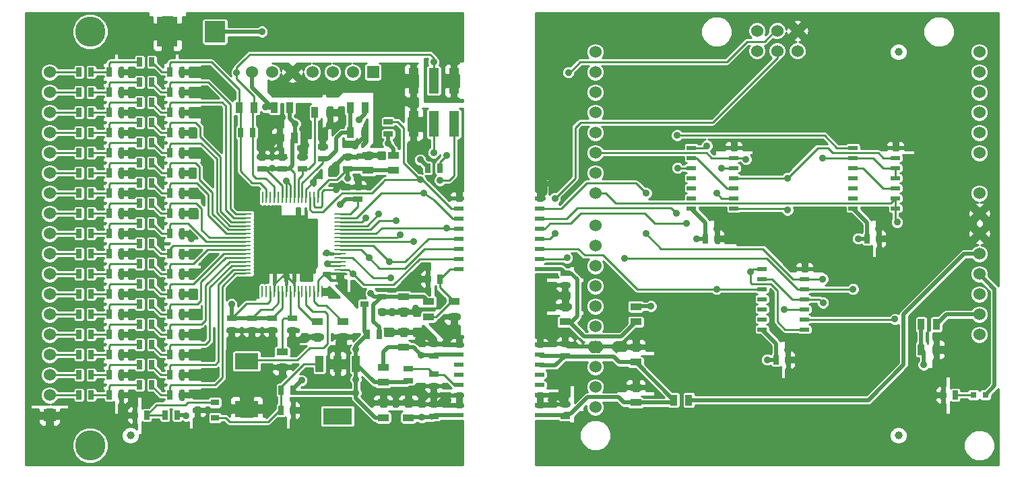
<source format=gtl>
G04 #@! TF.FileFunction,Copper,L1,Top,Signal*
%FSLAX46Y46*%
G04 Gerber Fmt 4.6, Leading zero omitted, Abs format (unit mm)*
G04 Created by KiCad (PCBNEW 4.0.0-2.201511301920+6191~38~ubuntu14.04.1-stable) date Sat Dec  5 18:00:00 2015*
%MOMM*%
G01*
G04 APERTURE LIST*
%ADD10C,0.150000*%
%ADD11C,3.797300*%
%ADD12R,1.524000X0.248920*%
%ADD13O,1.524000X0.248920*%
%ADD14O,0.248920X1.524000*%
%ADD15R,1.000760X0.800100*%
%ADD16R,3.657600X2.032000*%
%ADD17R,1.016000X2.032000*%
%ADD18R,1.143000X0.508000*%
%ADD19R,2.999740X1.998980*%
%ADD20R,1.397000X0.889000*%
%ADD21R,0.889000X1.397000*%
%ADD22R,0.635000X1.143000*%
%ADD23R,1.143000X0.635000*%
%ADD24R,0.797560X0.797560*%
%ADD25R,1.270000X3.180000*%
%ADD26R,1.524000X1.524000*%
%ADD27C,1.524000*%
%ADD28C,1.000760*%
%ADD29R,2.550160X2.700020*%
%ADD30R,2.550160X3.799840*%
%ADD31C,0.889000*%
%ADD32C,0.508000*%
%ADD33C,0.254000*%
G04 APERTURE END LIST*
D10*
D11*
X68580000Y-85090000D03*
X68580000Y-33020000D03*
D12*
X88110060Y-55940960D03*
D13*
X88110060Y-56441340D03*
X88110060Y-56941720D03*
X88110060Y-57442100D03*
X88110060Y-57942480D03*
X88110060Y-58440320D03*
X88110060Y-58940700D03*
X88110060Y-59441080D03*
X88110060Y-59941460D03*
X88110060Y-60441840D03*
X88110060Y-60942220D03*
X88110060Y-61440060D03*
X88110060Y-61940440D03*
X88110060Y-62440820D03*
X88110060Y-62941200D03*
X88110060Y-63441580D03*
D14*
X90230960Y-65722500D03*
X90731340Y-65722500D03*
X91231720Y-65722500D03*
X91732100Y-65722500D03*
X92232480Y-65722500D03*
X92730320Y-65722500D03*
X93230700Y-65722500D03*
X93731080Y-65722500D03*
X94231460Y-65722500D03*
X94731840Y-65722500D03*
X95232220Y-65722500D03*
X95730060Y-65722500D03*
X96230440Y-65722500D03*
X96730820Y-65722500D03*
X97231200Y-65722500D03*
X97731580Y-65722500D03*
D13*
X100012500Y-63441580D03*
X100012500Y-62941200D03*
X100012500Y-62440820D03*
X100012500Y-61940440D03*
X100012500Y-61440060D03*
X100012500Y-60942220D03*
X100012500Y-60441840D03*
X100012500Y-59941460D03*
X100012500Y-59441080D03*
X100012500Y-58940700D03*
X100012500Y-58440320D03*
X100012500Y-57942480D03*
X100012500Y-57442100D03*
X100012500Y-56941720D03*
X100012500Y-56441340D03*
X100012500Y-55940960D03*
D14*
X97731580Y-53820060D03*
X97231200Y-53820060D03*
X96230440Y-53820060D03*
X96730820Y-53802280D03*
X95730060Y-53820060D03*
X95232220Y-53820060D03*
X94731840Y-53820060D03*
X94231460Y-53820060D03*
X93731080Y-53820060D03*
X93230700Y-53820060D03*
X92737940Y-53820060D03*
X92237560Y-53820060D03*
X91737180Y-53820060D03*
X91236800Y-53820060D03*
X90738960Y-53820060D03*
X90238580Y-53820060D03*
D15*
X103040180Y-67310000D03*
X105239820Y-66357500D03*
X105239820Y-68262500D03*
X82085180Y-80645000D03*
X84284820Y-79692500D03*
X84284820Y-81597500D03*
D16*
X99695000Y-81407000D03*
D17*
X99695000Y-74803000D03*
X97409000Y-74803000D03*
X101981000Y-74803000D03*
D18*
X125095000Y-81280000D03*
X125095000Y-80010000D03*
X125095000Y-78740000D03*
X125095000Y-77470000D03*
X125095000Y-76200000D03*
X125095000Y-74930000D03*
X125095000Y-73660000D03*
X125095000Y-72390000D03*
X114935000Y-72390000D03*
X114935000Y-73660000D03*
X114935000Y-74930000D03*
X114935000Y-76200000D03*
X114935000Y-77470000D03*
X114935000Y-78740000D03*
X114935000Y-80010000D03*
X114935000Y-81280000D03*
X125095000Y-62865000D03*
X125095000Y-61595000D03*
X125095000Y-60325000D03*
X125095000Y-59055000D03*
X125095000Y-57785000D03*
X125095000Y-56515000D03*
X125095000Y-55245000D03*
X125095000Y-53975000D03*
X114935000Y-53975000D03*
X114935000Y-55245000D03*
X114935000Y-56515000D03*
X114935000Y-57785000D03*
X114935000Y-59055000D03*
X114935000Y-60325000D03*
X114935000Y-61595000D03*
X114935000Y-62865000D03*
X158369000Y-70485000D03*
X158369000Y-69215000D03*
X158369000Y-67945000D03*
X158369000Y-66675000D03*
X158369000Y-65405000D03*
X158369000Y-64135000D03*
X158369000Y-62865000D03*
X153035000Y-62865000D03*
X153035000Y-64135000D03*
X153035000Y-65405000D03*
X153035000Y-66675000D03*
X153035000Y-67945000D03*
X153035000Y-69215000D03*
X153035000Y-70485000D03*
X169799000Y-55245000D03*
X169799000Y-53975000D03*
X169799000Y-52705000D03*
X169799000Y-51435000D03*
X169799000Y-50165000D03*
X169799000Y-48895000D03*
X169799000Y-47625000D03*
X164465000Y-47625000D03*
X164465000Y-48895000D03*
X164465000Y-50165000D03*
X164465000Y-51435000D03*
X164465000Y-52705000D03*
X164465000Y-53975000D03*
X164465000Y-55245000D03*
X149479000Y-55245000D03*
X149479000Y-53975000D03*
X149479000Y-52705000D03*
X149479000Y-51435000D03*
X149479000Y-50165000D03*
X149479000Y-48895000D03*
X149479000Y-47625000D03*
X144145000Y-47625000D03*
X144145000Y-48895000D03*
X144145000Y-50165000D03*
X144145000Y-51435000D03*
X144145000Y-52705000D03*
X144145000Y-53975000D03*
X144145000Y-55245000D03*
D19*
X88265000Y-74470260D03*
X88265000Y-80469740D03*
D20*
X137160000Y-79692500D03*
X137160000Y-77787500D03*
X137160000Y-74612500D03*
X137160000Y-72707500D03*
D21*
X141922500Y-79375000D03*
X143827500Y-79375000D03*
D20*
X107950000Y-72707500D03*
X107950000Y-70802500D03*
X108585000Y-81597500D03*
X108585000Y-79692500D03*
X105410000Y-75247500D03*
X105410000Y-77152500D03*
D21*
X173037500Y-73025000D03*
X174942500Y-73025000D03*
X173037500Y-69850000D03*
X174942500Y-69850000D03*
D20*
X107950000Y-66357500D03*
X107950000Y-68262500D03*
X105410000Y-81597500D03*
X105410000Y-79692500D03*
D21*
X101282500Y-42545000D03*
X103187500Y-42545000D03*
D20*
X92710000Y-75247500D03*
X92710000Y-73342500D03*
X100330000Y-69532500D03*
X100330000Y-71437500D03*
D21*
X98742500Y-43180000D03*
X96837500Y-43180000D03*
D20*
X97155000Y-69532500D03*
X97155000Y-71437500D03*
D21*
X87312500Y-42545000D03*
X89217500Y-42545000D03*
X101282500Y-45720000D03*
X103187500Y-45720000D03*
X93662500Y-42545000D03*
X91757500Y-42545000D03*
D20*
X137160000Y-69532500D03*
X137160000Y-67627500D03*
X128270000Y-69532500D03*
X128270000Y-67627500D03*
X114300000Y-66992500D03*
X114300000Y-68897500D03*
X111125000Y-68897500D03*
X111125000Y-66992500D03*
X106680000Y-50482500D03*
X106680000Y-48577500D03*
X103505000Y-50482500D03*
X103505000Y-48577500D03*
D21*
X94297500Y-46355000D03*
X92392500Y-46355000D03*
D22*
X166243000Y-59055000D03*
X167767000Y-59055000D03*
X145923000Y-59055000D03*
X147447000Y-59055000D03*
X79502000Y-81280000D03*
X77978000Y-81280000D03*
X75692000Y-81280000D03*
X74168000Y-81280000D03*
D23*
X111760000Y-77597000D03*
X111760000Y-76073000D03*
X106045000Y-45847000D03*
X106045000Y-44323000D03*
D22*
X154813000Y-74295000D03*
X156337000Y-74295000D03*
D23*
X111760000Y-81407000D03*
X111760000Y-79883000D03*
X111760000Y-73787000D03*
X111760000Y-72263000D03*
X128270000Y-73787000D03*
X128270000Y-72263000D03*
X108585000Y-76962000D03*
X108585000Y-75438000D03*
X128270000Y-81407000D03*
X128270000Y-79883000D03*
D22*
X112522000Y-64135000D03*
X110998000Y-64135000D03*
D23*
X91440000Y-69088000D03*
X91440000Y-70612000D03*
X92710000Y-50292000D03*
X92710000Y-48768000D03*
X93980000Y-70612000D03*
X93980000Y-69088000D03*
X95250000Y-48768000D03*
X95250000Y-50292000D03*
D22*
X87503000Y-45720000D03*
X89027000Y-45720000D03*
D23*
X97790000Y-49022000D03*
X97790000Y-47498000D03*
X90170000Y-50292000D03*
X90170000Y-48768000D03*
D22*
X177292000Y-78740000D03*
X175768000Y-78740000D03*
D23*
X128270000Y-63373000D03*
X128270000Y-64897000D03*
D22*
X110998000Y-50165000D03*
X112522000Y-50165000D03*
D23*
X100965000Y-50292000D03*
X100965000Y-48768000D03*
X88900000Y-69088000D03*
X88900000Y-70612000D03*
X102235000Y-54102000D03*
X102235000Y-52578000D03*
X86360000Y-69088000D03*
X86360000Y-70612000D03*
D22*
X103378000Y-71120000D03*
X104902000Y-71120000D03*
X94107000Y-78105000D03*
X92583000Y-78105000D03*
D24*
X181089300Y-78740000D03*
X179590700Y-78740000D03*
D25*
X111760000Y-44630000D03*
X114300000Y-44630000D03*
X109220000Y-44630000D03*
X111760000Y-39190000D03*
X109220000Y-39190000D03*
X114300000Y-39190000D03*
D22*
X67183000Y-53340000D03*
X68707000Y-53340000D03*
X67183000Y-58420000D03*
X68707000Y-58420000D03*
X67183000Y-55880000D03*
X68707000Y-55880000D03*
X67183000Y-50800000D03*
X68707000Y-50800000D03*
X67183000Y-78740000D03*
X68707000Y-78740000D03*
X67183000Y-76200000D03*
X68707000Y-76200000D03*
X67183000Y-71120000D03*
X68707000Y-71120000D03*
X67183000Y-73660000D03*
X68707000Y-73660000D03*
X67183000Y-45720000D03*
X68707000Y-45720000D03*
X67183000Y-48260000D03*
X68707000Y-48260000D03*
X67183000Y-40640000D03*
X68707000Y-40640000D03*
X67183000Y-43180000D03*
X68707000Y-43180000D03*
X67183000Y-38100000D03*
X68707000Y-38100000D03*
X67183000Y-63500000D03*
X68707000Y-63500000D03*
X67183000Y-60960000D03*
X68707000Y-60960000D03*
X67183000Y-66040000D03*
X68707000Y-66040000D03*
X67183000Y-68580000D03*
X68707000Y-68580000D03*
X78613000Y-58420000D03*
X80137000Y-58420000D03*
X70993000Y-58420000D03*
X72517000Y-58420000D03*
X74803000Y-57150000D03*
X76327000Y-57150000D03*
X74803000Y-54610000D03*
X76327000Y-54610000D03*
X70993000Y-55880000D03*
X72517000Y-55880000D03*
X78613000Y-55880000D03*
X80137000Y-55880000D03*
X78613000Y-50800000D03*
X80137000Y-50800000D03*
X70993000Y-50800000D03*
X72517000Y-50800000D03*
X74803000Y-49530000D03*
X76327000Y-49530000D03*
X74803000Y-41910000D03*
X76327000Y-41910000D03*
X78613000Y-78740000D03*
X80137000Y-78740000D03*
X70993000Y-78740000D03*
X72517000Y-78740000D03*
X74803000Y-77470000D03*
X76327000Y-77470000D03*
X74803000Y-74930000D03*
X76327000Y-74930000D03*
X70993000Y-76200000D03*
X72517000Y-76200000D03*
X78613000Y-76200000D03*
X80137000Y-76200000D03*
X78613000Y-71120000D03*
X80137000Y-71120000D03*
X70993000Y-71120000D03*
X72517000Y-71120000D03*
X74803000Y-69850000D03*
X76327000Y-69850000D03*
X74803000Y-72390000D03*
X76327000Y-72390000D03*
X78613000Y-48260000D03*
X80137000Y-48260000D03*
X70993000Y-48260000D03*
X72517000Y-48260000D03*
X74803000Y-46990000D03*
X76327000Y-46990000D03*
X74803000Y-52070000D03*
X76327000Y-52070000D03*
X74803000Y-44450000D03*
X76327000Y-44450000D03*
X70993000Y-45720000D03*
X72517000Y-45720000D03*
X78613000Y-45720000D03*
X80137000Y-45720000D03*
X78613000Y-40640000D03*
X80137000Y-40640000D03*
X70993000Y-40640000D03*
X72517000Y-40640000D03*
X74803000Y-39370000D03*
X76327000Y-39370000D03*
X70993000Y-38100000D03*
X72517000Y-38100000D03*
X70993000Y-43180000D03*
X72517000Y-43180000D03*
X78613000Y-43180000D03*
X80137000Y-43180000D03*
X78613000Y-53340000D03*
X80137000Y-53340000D03*
X70993000Y-53340000D03*
X72517000Y-53340000D03*
X78613000Y-38100000D03*
X80137000Y-38100000D03*
X74803000Y-36830000D03*
X76327000Y-36830000D03*
X78613000Y-73660000D03*
X80137000Y-73660000D03*
X70993000Y-73660000D03*
X72517000Y-73660000D03*
X70993000Y-63500000D03*
X72517000Y-63500000D03*
X74803000Y-62230000D03*
X76327000Y-62230000D03*
X74803000Y-59690000D03*
X76327000Y-59690000D03*
X70993000Y-60960000D03*
X72517000Y-60960000D03*
X78613000Y-63500000D03*
X80137000Y-63500000D03*
X78613000Y-60960000D03*
X80137000Y-60960000D03*
X78613000Y-66040000D03*
X80137000Y-66040000D03*
X70993000Y-66040000D03*
X72517000Y-66040000D03*
X74803000Y-64770000D03*
X76327000Y-64770000D03*
X74803000Y-67310000D03*
X76327000Y-67310000D03*
X70993000Y-68580000D03*
X72517000Y-68580000D03*
X78613000Y-68580000D03*
X80137000Y-68580000D03*
D26*
X104140000Y-38100000D03*
D27*
X101600000Y-38100000D03*
X99060000Y-38100000D03*
X96520000Y-38100000D03*
X93980000Y-38100000D03*
X91440000Y-38100000D03*
X88900000Y-38100000D03*
D26*
X63500000Y-81280000D03*
D27*
X63500000Y-78740000D03*
X63500000Y-76200000D03*
X63500000Y-73660000D03*
X63500000Y-71120000D03*
X63500000Y-68580000D03*
X63500000Y-66040000D03*
X63500000Y-63500000D03*
X63500000Y-60960000D03*
X63500000Y-58420000D03*
X63500000Y-55880000D03*
X63500000Y-53340000D03*
X63500000Y-50800000D03*
X63500000Y-48260000D03*
X63500000Y-45720000D03*
X63500000Y-43180000D03*
X63500000Y-40640000D03*
X63500000Y-38100000D03*
D28*
X73660000Y-83820000D03*
X170180000Y-83820000D03*
X170180000Y-35560000D03*
D27*
X180340000Y-71120000D03*
X180340000Y-68580000D03*
X180340000Y-66040000D03*
X180340000Y-63500000D03*
X180340000Y-60960000D03*
X180340000Y-58420000D03*
X180340000Y-55880000D03*
X180340000Y-53340000D03*
X180340000Y-48260000D03*
X180340000Y-45720000D03*
X180340000Y-43180000D03*
X180340000Y-40640000D03*
X180340000Y-38100000D03*
X180340000Y-35560000D03*
X152400000Y-35433000D03*
X154940000Y-35433000D03*
X157480000Y-35433000D03*
X157480000Y-32893000D03*
X154940000Y-32893000D03*
X152400000Y-32893000D03*
X132080000Y-35560000D03*
X132080000Y-38100000D03*
X132080000Y-40640000D03*
X132080000Y-43180000D03*
X132080000Y-45720000D03*
X132080000Y-48260000D03*
X132080000Y-50800000D03*
X132080000Y-53340000D03*
X132080000Y-57404000D03*
X132080000Y-59944000D03*
X132080000Y-62484000D03*
X132080000Y-65024000D03*
X132080000Y-67564000D03*
X132080000Y-70104000D03*
X132080000Y-72644000D03*
X132080000Y-75184000D03*
X132080000Y-77724000D03*
X132080000Y-80264000D03*
D29*
X84279740Y-33020000D03*
D30*
X78280260Y-33020000D03*
D22*
X92583000Y-80645000D03*
X94107000Y-80645000D03*
D31*
X100010000Y-54760000D03*
X100965000Y-51435000D03*
X98425000Y-62230000D03*
X106040000Y-47100000D03*
X110060000Y-49130000D03*
X103850000Y-65960000D03*
X106360000Y-63990000D03*
X111750000Y-48230000D03*
X112547400Y-51704240D03*
X109270000Y-59410000D03*
X143510000Y-57150000D03*
X147320000Y-53340000D03*
X113360000Y-48590000D03*
X113390000Y-57710000D03*
X107530000Y-58580000D03*
X107020000Y-56810000D03*
X104880000Y-55970000D03*
X103200000Y-56460000D03*
X101600000Y-63500000D03*
X106172000Y-61976000D03*
X147310000Y-65405000D03*
X103632000Y-61468000D03*
X142240000Y-55880000D03*
X147955000Y-50165000D03*
X110490000Y-53340000D03*
X86360000Y-67310000D03*
X91440000Y-50165000D03*
X94340000Y-44600000D03*
X111760000Y-36830000D03*
X87000000Y-38160000D03*
X160655000Y-48895000D03*
X160655000Y-64135000D03*
X138430000Y-58420000D03*
X138440000Y-53330000D03*
X151590000Y-63220000D03*
X110070000Y-51650000D03*
X170000000Y-57000000D03*
X169740000Y-69190000D03*
X150990000Y-49070000D03*
X146080000Y-47370000D03*
X128510000Y-61490000D03*
X128690000Y-38140000D03*
X127000000Y-58420000D03*
X127000000Y-53975000D03*
X160700000Y-67120000D03*
X135760000Y-61520000D03*
X164465000Y-65405000D03*
X90170000Y-33020000D03*
X90640000Y-42530000D03*
X101981000Y-76780000D03*
X101981000Y-72970000D03*
X101981000Y-78440000D03*
X95150000Y-76890000D03*
X102380000Y-44120000D03*
X80650000Y-81360000D03*
X142400000Y-50160000D03*
X142360000Y-46050000D03*
X155830000Y-67970000D03*
X156210000Y-51435000D03*
X156230000Y-55460000D03*
X75565000Y-33020000D03*
X98298000Y-60833000D03*
X100076000Y-64516000D03*
X114300000Y-36830000D03*
X109220000Y-41910000D03*
X109510000Y-67830000D03*
X109860000Y-71720000D03*
X113665000Y-70485000D03*
X113408460Y-53162200D03*
X95710000Y-47340000D03*
X91440000Y-48770000D03*
X72390000Y-81280000D03*
X73660000Y-78740000D03*
X73660000Y-76200000D03*
X73660000Y-73660000D03*
X73660000Y-71120000D03*
X73660000Y-68580000D03*
X73660000Y-66040000D03*
X73660000Y-63500000D03*
X73660000Y-60960000D03*
X73660000Y-58420000D03*
X73660000Y-55880000D03*
X73660000Y-53340000D03*
X73660000Y-50800000D03*
X73660000Y-48260000D03*
X73660000Y-45720000D03*
X73660000Y-43180000D03*
X73660000Y-40640000D03*
X73660000Y-38100000D03*
X81280000Y-40640000D03*
X81280000Y-78740000D03*
X81280000Y-76200000D03*
X81280000Y-73660000D03*
X81280000Y-71120000D03*
X81280000Y-68580000D03*
X81280000Y-66040000D03*
X81280000Y-63500000D03*
X81280000Y-38100000D03*
X81280000Y-43180000D03*
X81280000Y-45720000D03*
X81280000Y-48260000D03*
X81280000Y-50800000D03*
X81280000Y-53340000D03*
X81280000Y-55880000D03*
X81280000Y-60960000D03*
X81280000Y-59055000D03*
X99830000Y-72630000D03*
X101910000Y-47420000D03*
X95710000Y-81500000D03*
X82640000Y-81950000D03*
X88260000Y-78430000D03*
X91040000Y-75260000D03*
X96650000Y-51940000D03*
X98720000Y-65700000D03*
X91450000Y-71900000D03*
X88900000Y-71850000D03*
X86360000Y-71890000D03*
X94000000Y-71940000D03*
X93230000Y-63730000D03*
X98090000Y-45440000D03*
X93260000Y-51810000D03*
X111000000Y-62510000D03*
X113130000Y-78970000D03*
X99500000Y-49770000D03*
X99500000Y-52875000D03*
X135330000Y-77830000D03*
X128360000Y-78460000D03*
X174330000Y-78770000D03*
X156845000Y-62865000D03*
X156210000Y-73025000D03*
X147320000Y-57785000D03*
X167640000Y-57785000D03*
X168275000Y-47625000D03*
X147955000Y-47625000D03*
X125840000Y-52160000D03*
X128360000Y-66290000D03*
X176530000Y-73025000D03*
X139065000Y-67564000D03*
X153670000Y-74295000D03*
X165100000Y-59055000D03*
X144780000Y-59055000D03*
X173355000Y-74930000D03*
X110270000Y-81550000D03*
X110200000Y-73700000D03*
D32*
X182245000Y-65410000D02*
X180340000Y-63505000D01*
X180340000Y-63505000D02*
X180340000Y-63500000D01*
X182245000Y-77584300D02*
X182245000Y-65410000D01*
X182245000Y-65410000D02*
X182245000Y-65379600D01*
X181089300Y-78740000D02*
X182245000Y-77584300D01*
X181089300Y-78740000D02*
X182245000Y-77584300D01*
X181089300Y-78740000D02*
X182245000Y-77584300D01*
X181089300Y-78740000D02*
X182245000Y-77584300D01*
X103505000Y-50482500D02*
X106680000Y-50482500D01*
X100965000Y-50292000D02*
X100965000Y-51435000D01*
X100010000Y-54760000D02*
X100668000Y-54102000D01*
X100668000Y-54102000D02*
X102235000Y-54102000D01*
D33*
X102235000Y-54102000D02*
X102235000Y-54995000D01*
X102235000Y-54995000D02*
X101245862Y-55984138D01*
X101245862Y-55984138D02*
X100012500Y-55984138D01*
X100012500Y-55984138D02*
X100012500Y-55940960D01*
D32*
X100965000Y-50292000D02*
X103314500Y-50292000D01*
X103314500Y-50292000D02*
X103505000Y-50482500D01*
D33*
X98576582Y-51650000D02*
X99607000Y-51650000D01*
X97231200Y-52995382D02*
X98576582Y-51650000D01*
X97231200Y-53820060D02*
X97231200Y-52995382D01*
X99607000Y-51650000D02*
X100965000Y-50292000D01*
D32*
X170815000Y-68580000D02*
X178435000Y-60960000D01*
X166370000Y-79375000D02*
X170815000Y-74930000D01*
X170815000Y-74930000D02*
X170815000Y-68580000D01*
X143827500Y-79375000D02*
X166370000Y-79375000D01*
X178435000Y-60960000D02*
X180340000Y-60960000D01*
D33*
X100012500Y-62440820D02*
X98635820Y-62440820D01*
X98635820Y-62440820D02*
X98425000Y-62230000D01*
X100012500Y-61940440D02*
X98714560Y-61940440D01*
X98714560Y-61940440D02*
X98425000Y-62230000D01*
D32*
X106680000Y-48577500D02*
X106680000Y-47740000D01*
X106680000Y-47740000D02*
X106040000Y-47100000D01*
X106045000Y-47105000D02*
X106040000Y-47100000D01*
X106045000Y-47095000D02*
X106045000Y-45847000D01*
X106045000Y-47095000D02*
X106040000Y-47100000D01*
X110998000Y-50165000D02*
X110998000Y-50068000D01*
X110998000Y-50068000D02*
X110060000Y-49130000D01*
X105239820Y-66357500D02*
X104247500Y-66357500D01*
X104247500Y-66357500D02*
X103850000Y-65960000D01*
X107950000Y-66357500D02*
X110490000Y-66357500D01*
X110490000Y-66357500D02*
X111125000Y-66992500D01*
X105239820Y-66357500D02*
X107950000Y-66357500D01*
X104902000Y-71120000D02*
X104902000Y-70212000D01*
X104190000Y-67407320D02*
X105239820Y-66357500D01*
X104190000Y-69500000D02*
X104190000Y-67407320D01*
X104902000Y-70212000D02*
X104190000Y-69500000D01*
D33*
X111760000Y-44630000D02*
X111750000Y-44640000D01*
X111750000Y-44640000D02*
X111750000Y-48230000D01*
X106342000Y-64008000D02*
X106360000Y-63990000D01*
X101572060Y-61440060D02*
X100012500Y-61440060D01*
X101572060Y-61440060D02*
X104140000Y-64008000D01*
X104140000Y-64008000D02*
X106342000Y-64008000D01*
X111760000Y-48220000D02*
X111750000Y-48230000D01*
X114300000Y-44630000D02*
X114300000Y-49990000D01*
X114300000Y-51099720D02*
X114300000Y-49990000D01*
X113695480Y-51704240D02*
X114300000Y-51099720D01*
X112547400Y-51704240D02*
X113695480Y-51704240D01*
X105658920Y-59441080D02*
X100012500Y-59441080D01*
X105658920Y-59441080D02*
X105664000Y-59436000D01*
X109244000Y-59436000D02*
X105664000Y-59436000D01*
X109270000Y-59410000D02*
X109244000Y-59436000D01*
X126365000Y-57150000D02*
X128980000Y-57150000D01*
X126365000Y-57150000D02*
X125730000Y-57785000D01*
X125730000Y-57785000D02*
X125095000Y-57785000D01*
X139570000Y-57150000D02*
X143510000Y-57150000D01*
X138300000Y-55880000D02*
X139570000Y-57150000D01*
X130250000Y-55880000D02*
X138300000Y-55880000D01*
X128980000Y-57150000D02*
X130250000Y-55880000D01*
X149479000Y-53975000D02*
X147955000Y-53975000D01*
X147955000Y-53975000D02*
X147320000Y-53340000D01*
X112522000Y-49428000D02*
X112522000Y-50165000D01*
X113360000Y-48590000D02*
X112522000Y-49428000D01*
X104040000Y-58440320D02*
X104509680Y-58440320D01*
X105240000Y-57710000D02*
X113390000Y-57710000D01*
X104509680Y-58440320D02*
X105240000Y-57710000D01*
X114935000Y-57785000D02*
X113465000Y-57785000D01*
X113465000Y-57785000D02*
X113390000Y-57710000D01*
X104119680Y-58440320D02*
X104040000Y-58440320D01*
X104040000Y-58440320D02*
X100012500Y-58440320D01*
X100012500Y-58940700D02*
X107169300Y-58940700D01*
X107169300Y-58940700D02*
X107530000Y-58580000D01*
X103797520Y-57942480D02*
X104930000Y-56810000D01*
X104930000Y-56810000D02*
X107020000Y-56810000D01*
X100012500Y-57942480D02*
X103797520Y-57942480D01*
X100012500Y-57442100D02*
X103407900Y-57442100D01*
X103407900Y-57442100D02*
X104880000Y-55970000D01*
X102718280Y-56941720D02*
X103200000Y-56460000D01*
X100012500Y-56941720D02*
X102718280Y-56941720D01*
X114200000Y-61595000D02*
X114935000Y-61595000D01*
X114300000Y-61595000D02*
X114200000Y-61595000D01*
X114200000Y-61595000D02*
X110025000Y-61595000D01*
X101041200Y-62941200D02*
X101600000Y-63500000D01*
X101041200Y-62941200D02*
X100012500Y-62941200D01*
X102980000Y-64880000D02*
X101600000Y-63500000D01*
X106740000Y-64880000D02*
X102980000Y-64880000D01*
X110025000Y-61595000D02*
X106740000Y-64880000D01*
X114000000Y-59055000D02*
X114935000Y-59055000D01*
X114300000Y-59055000D02*
X114000000Y-59055000D01*
X114000000Y-59055000D02*
X111095000Y-59055000D01*
X104137460Y-59941460D02*
X106172000Y-61976000D01*
X104137460Y-59941460D02*
X100012500Y-59941460D01*
X108174000Y-61976000D02*
X106172000Y-61976000D01*
X111095000Y-59055000D02*
X108174000Y-61976000D01*
X125095000Y-60325000D02*
X129895000Y-60325000D01*
X137315000Y-65405000D02*
X147310000Y-65405000D01*
X133060000Y-61150000D02*
X137315000Y-65405000D01*
X130720000Y-61150000D02*
X133060000Y-61150000D01*
X129895000Y-60325000D02*
X130720000Y-61150000D01*
X147310000Y-65405000D02*
X153035000Y-65405000D01*
X114050000Y-60325000D02*
X114935000Y-60325000D01*
X114300000Y-60325000D02*
X114050000Y-60325000D01*
X114050000Y-60325000D02*
X110595000Y-60325000D01*
X102605840Y-60441840D02*
X103632000Y-61468000D01*
X102605840Y-60441840D02*
X100012500Y-60441840D01*
X104964000Y-62800000D02*
X103632000Y-61468000D01*
X108120000Y-62800000D02*
X104964000Y-62800000D01*
X110595000Y-60325000D02*
X108120000Y-62800000D01*
X142240000Y-55880000D02*
X141550000Y-55190000D01*
X128495000Y-56515000D02*
X125095000Y-56515000D01*
X129820000Y-55190000D02*
X128495000Y-56515000D01*
X141550000Y-55190000D02*
X129820000Y-55190000D01*
X149479000Y-50165000D02*
X147955000Y-50165000D01*
X114250000Y-56515000D02*
X114935000Y-56515000D01*
X114300000Y-56515000D02*
X114250000Y-56515000D01*
X114250000Y-56515000D02*
X114125000Y-56515000D01*
X102054660Y-56441340D02*
X105156000Y-53340000D01*
X105156000Y-53340000D02*
X110490000Y-53340000D01*
X102054660Y-56441340D02*
X100012500Y-56441340D01*
X111760000Y-54150000D02*
X110490000Y-53340000D01*
X114125000Y-56515000D02*
X111760000Y-54150000D01*
D32*
X180340000Y-68580000D02*
X176212500Y-68580000D01*
X176212500Y-68580000D02*
X174942500Y-69850000D01*
X86360000Y-69088000D02*
X86360000Y-67310000D01*
X91440000Y-69088000D02*
X88900000Y-69088000D01*
X88900000Y-69088000D02*
X86360000Y-69088000D01*
X92710000Y-50292000D02*
X91567000Y-50292000D01*
X91313000Y-50292000D02*
X91440000Y-50165000D01*
X91313000Y-50292000D02*
X90170000Y-50292000D01*
X91567000Y-50292000D02*
X91440000Y-50165000D01*
X94340000Y-44600000D02*
X94340000Y-46312500D01*
X93548000Y-50292000D02*
X92710000Y-50292000D01*
X93990000Y-49850000D02*
X93548000Y-50292000D01*
X93990000Y-46662500D02*
X93990000Y-49850000D01*
X94340000Y-46312500D02*
X93990000Y-46662500D01*
X93662500Y-42545000D02*
X93662500Y-43922500D01*
D33*
X94297500Y-44642500D02*
X94340000Y-44600000D01*
D32*
X93662500Y-43922500D02*
X94340000Y-44600000D01*
D33*
X91231720Y-65722500D02*
X91231720Y-66898280D01*
X88208000Y-67240000D02*
X86360000Y-69088000D01*
X90890000Y-67240000D02*
X88208000Y-67240000D01*
X91231720Y-66898280D02*
X90890000Y-67240000D01*
X92232480Y-65722500D02*
X92232480Y-67152520D01*
X92232480Y-67152520D02*
X91440000Y-67945000D01*
X91440000Y-67945000D02*
X90043000Y-67945000D01*
X90043000Y-67945000D02*
X88900000Y-69088000D01*
X92730320Y-65722500D02*
X92730320Y-67797680D01*
X92730320Y-67797680D02*
X91440000Y-69088000D01*
X92710000Y-50292000D02*
X93038000Y-50292000D01*
X92737940Y-53820060D02*
X92737940Y-52437940D01*
X92737940Y-52437940D02*
X90592000Y-50292000D01*
X90592000Y-50292000D02*
X90170000Y-50292000D01*
X94231460Y-53820060D02*
X94231460Y-50791460D01*
X94231460Y-50791460D02*
X93732000Y-50292000D01*
X93732000Y-50292000D02*
X92710000Y-50292000D01*
D32*
X97790000Y-49022000D02*
X98488000Y-49022000D01*
X100180000Y-45720000D02*
X101282500Y-45720000D01*
X99500000Y-46400000D02*
X100180000Y-45720000D01*
X99500000Y-48010000D02*
X99500000Y-46400000D01*
X98488000Y-49022000D02*
X99500000Y-48010000D01*
X101282500Y-42545000D02*
X101282500Y-45720000D01*
D33*
X97790000Y-49022000D02*
X97968000Y-49022000D01*
X95232220Y-53820060D02*
X95232220Y-52087780D01*
X97790000Y-49530000D02*
X97790000Y-49022000D01*
X97155000Y-50165000D02*
X97790000Y-49530000D01*
X95232220Y-52087780D02*
X97155000Y-50165000D01*
X111760000Y-39190000D02*
X111760000Y-36830000D01*
X111760000Y-36344860D02*
X111305340Y-35890200D01*
X111305340Y-35890200D02*
X88639800Y-35890200D01*
X88639800Y-35890200D02*
X88030000Y-36500000D01*
X87000000Y-37530000D02*
X87000000Y-38160000D01*
X88030000Y-36500000D02*
X87000000Y-37530000D01*
X111760000Y-36830000D02*
X111760000Y-36344860D01*
X89217500Y-41157500D02*
X89217500Y-42545000D01*
X87000000Y-38940000D02*
X89217500Y-41157500D01*
X87000000Y-38160000D02*
X87000000Y-38940000D01*
X89027000Y-45720000D02*
X89027000Y-51027000D01*
X89027000Y-51027000D02*
X89440000Y-51440000D01*
X89027000Y-45720000D02*
X89027000Y-42735500D01*
X89027000Y-42735500D02*
X89217500Y-42545000D01*
X91737180Y-53820060D02*
X91737180Y-52517180D01*
X90660000Y-51440000D02*
X89440000Y-51440000D01*
X91737180Y-52517180D02*
X90660000Y-51440000D01*
X87312500Y-40640000D02*
X87312500Y-40322500D01*
X78613000Y-36957000D02*
X78740000Y-36830000D01*
X78740000Y-36830000D02*
X82550000Y-36830000D01*
X78613000Y-36957000D02*
X78613000Y-38100000D01*
X83820000Y-36830000D02*
X82550000Y-36830000D01*
X87312500Y-40322500D02*
X83820000Y-36830000D01*
X76327000Y-36830000D02*
X77597000Y-38100000D01*
X77597000Y-38100000D02*
X78613000Y-38100000D01*
X87312500Y-40552500D02*
X87312500Y-40640000D01*
X87312500Y-40640000D02*
X87312500Y-42545000D01*
X87503000Y-45720000D02*
X87503000Y-50573000D01*
X90738960Y-52838960D02*
X89920000Y-52020000D01*
X89920000Y-52020000D02*
X88950000Y-52020000D01*
X90738960Y-52838960D02*
X90738960Y-53820060D01*
X87503000Y-50573000D02*
X88950000Y-52020000D01*
X87503000Y-45720000D02*
X87503000Y-42735500D01*
X87503000Y-42735500D02*
X87312500Y-42545000D01*
X67183000Y-38100000D02*
X63500000Y-38100000D01*
X67183000Y-76200000D02*
X63500000Y-76200000D01*
X67183000Y-78740000D02*
X63500000Y-78740000D01*
X67183000Y-71120000D02*
X63500000Y-71120000D01*
X67183000Y-73660000D02*
X63500000Y-73660000D01*
X67183000Y-66040000D02*
X63500000Y-66040000D01*
X67183000Y-68580000D02*
X63500000Y-68580000D01*
X67183000Y-60960000D02*
X63500000Y-60960000D01*
X67183000Y-63500000D02*
X63500000Y-63500000D01*
X67183000Y-55880000D02*
X63500000Y-55880000D01*
X67183000Y-58420000D02*
X63500000Y-58420000D01*
X67183000Y-50800000D02*
X63500000Y-50800000D01*
X67183000Y-53340000D02*
X63500000Y-53340000D01*
X67183000Y-45720000D02*
X63500000Y-45720000D01*
X67183000Y-48260000D02*
X63500000Y-48260000D01*
X67183000Y-40640000D02*
X63500000Y-40640000D01*
X67183000Y-43180000D02*
X63500000Y-43180000D01*
X125095000Y-55245000D02*
X127805000Y-55245000D01*
X137180000Y-52070000D02*
X138440000Y-53330000D01*
X130980000Y-52070000D02*
X137180000Y-52070000D01*
X127805000Y-55245000D02*
X130980000Y-52070000D01*
X158369000Y-64135000D02*
X156945000Y-64135000D01*
X140335000Y-60325000D02*
X152400000Y-60325000D01*
X153135000Y-60325000D02*
X152400000Y-60325000D01*
X156945000Y-64135000D02*
X153135000Y-60325000D01*
X169799000Y-51435000D02*
X169799000Y-50165000D01*
X164465000Y-48895000D02*
X167005000Y-48895000D01*
X168275000Y-50165000D02*
X169799000Y-50165000D01*
X167005000Y-48895000D02*
X168275000Y-50165000D01*
X158369000Y-64135000D02*
X160655000Y-64135000D01*
X160655000Y-48895000D02*
X164465000Y-48895000D01*
X138430000Y-58420000D02*
X140335000Y-60325000D01*
X138430000Y-53340000D02*
X138440000Y-53330000D01*
X153035000Y-62865000D02*
X151945000Y-62865000D01*
X155925000Y-70485000D02*
X158369000Y-70485000D01*
X154950000Y-69510000D02*
X155925000Y-70485000D01*
X154950000Y-65570000D02*
X154950000Y-69510000D01*
X154133291Y-64753291D02*
X154950000Y-65570000D01*
X151743291Y-64753291D02*
X154133291Y-64753291D01*
X151590000Y-64600000D02*
X151743291Y-64753291D01*
X151590000Y-63220000D02*
X151590000Y-64600000D01*
X151945000Y-62865000D02*
X151590000Y-63220000D01*
X144145000Y-48895000D02*
X144780000Y-48895000D01*
X148590000Y-52705000D02*
X149479000Y-52705000D01*
X144780000Y-48895000D02*
X148590000Y-52705000D01*
X106045000Y-44323000D02*
X107188000Y-44323000D01*
X107950000Y-49530000D02*
X110070000Y-51650000D01*
X107950000Y-45085000D02*
X107950000Y-49530000D01*
X107188000Y-44323000D02*
X107950000Y-45085000D01*
X113955000Y-55245000D02*
X110360000Y-51650000D01*
X114150000Y-55245000D02*
X113955000Y-55245000D01*
X110360000Y-51650000D02*
X110070000Y-51650000D01*
X110070000Y-51650000D02*
X105620000Y-51650000D01*
X105620000Y-51650000D02*
X105320000Y-51950000D01*
X114150000Y-55245000D02*
X114935000Y-55245000D01*
X99660000Y-53870000D02*
X100240000Y-53290000D01*
X100240000Y-53290000D02*
X103980000Y-53290000D01*
X103980000Y-53290000D02*
X105320000Y-51950000D01*
X96230440Y-55460440D02*
X96510000Y-55740000D01*
X96510000Y-55740000D02*
X97790000Y-55740000D01*
X97790000Y-55740000D02*
X99625000Y-53905000D01*
X99625000Y-53905000D02*
X99660000Y-53870000D01*
X96230440Y-53820060D02*
X96230440Y-55460440D01*
X105320000Y-51950000D02*
X105330000Y-51940000D01*
X114300000Y-55245000D02*
X114150000Y-55245000D01*
X134620000Y-54584600D02*
X133375400Y-53340000D01*
X133375400Y-53340000D02*
X132080000Y-53340000D01*
X158369000Y-69215000D02*
X169715000Y-69215000D01*
X169799000Y-56799000D02*
X169799000Y-55245000D01*
X170000000Y-57000000D02*
X169799000Y-56799000D01*
X169715000Y-69215000D02*
X169740000Y-69190000D01*
X169799000Y-53975000D02*
X169799000Y-55245000D01*
X134620000Y-54584600D02*
X169189400Y-54584600D01*
X169189400Y-54584600D02*
X169799000Y-53975000D01*
X132080000Y-48260000D02*
X146050000Y-48260000D01*
X146685000Y-48895000D02*
X149479000Y-48895000D01*
X146685000Y-48895000D02*
X146050000Y-48260000D01*
X149479000Y-48895000D02*
X150815000Y-48895000D01*
X150815000Y-48895000D02*
X150990000Y-49070000D01*
X145825000Y-47625000D02*
X144145000Y-47625000D01*
X146080000Y-47370000D02*
X145825000Y-47625000D01*
X128690000Y-38140000D02*
X128850000Y-38140000D01*
X153329000Y-34250000D02*
X154736800Y-32842200D01*
X151140000Y-34250000D02*
X153329000Y-34250000D01*
X148590000Y-36800000D02*
X151140000Y-34250000D01*
X130190000Y-36800000D02*
X148590000Y-36800000D01*
X128850000Y-38140000D02*
X130190000Y-36800000D01*
X128690000Y-38140000D02*
X128730000Y-38100000D01*
X125095000Y-61595000D02*
X128405000Y-61595000D01*
X128405000Y-61595000D02*
X128510000Y-61490000D01*
X146836600Y-44400000D02*
X154940000Y-36296600D01*
X130225000Y-44400000D02*
X146836600Y-44400000D01*
X126365000Y-59055000D02*
X127000000Y-58420000D01*
X127000000Y-53975000D02*
X129540000Y-51435000D01*
X129540000Y-51435000D02*
X129540000Y-45085000D01*
X129540000Y-45085000D02*
X130225000Y-44400000D01*
X125095000Y-59055000D02*
X126365000Y-59055000D01*
X154940000Y-36296600D02*
X154940000Y-35433000D01*
X158369000Y-66675000D02*
X160255000Y-66675000D01*
X160255000Y-66675000D02*
X160700000Y-67120000D01*
X153035000Y-64135000D02*
X154325000Y-64135000D01*
X156865000Y-66675000D02*
X158369000Y-66675000D01*
X154325000Y-64135000D02*
X156865000Y-66675000D01*
X158369000Y-65405000D02*
X164465000Y-65405000D01*
X158369000Y-65405000D02*
X157465000Y-65405000D01*
X153580000Y-61520000D02*
X135760000Y-61520000D01*
X157465000Y-65405000D02*
X153580000Y-61520000D01*
D32*
X90170000Y-33020000D02*
X84279740Y-33020000D01*
X91757500Y-42545000D02*
X90655000Y-42545000D01*
X90655000Y-42545000D02*
X90640000Y-42530000D01*
X91757500Y-42545000D02*
X91431186Y-42545000D01*
X88900000Y-40013814D02*
X88900000Y-38100000D01*
X91431186Y-42545000D02*
X88900000Y-40013814D01*
X94107000Y-78105000D02*
X94442000Y-78440000D01*
X94442000Y-78440000D02*
X101981000Y-78440000D01*
X94107000Y-78105000D02*
X94107000Y-77933000D01*
X94107000Y-77933000D02*
X95150000Y-76890000D01*
X101981000Y-74803000D02*
X101981000Y-72970000D01*
X101981000Y-72970000D02*
X101981000Y-72517000D01*
X101981000Y-72517000D02*
X103378000Y-71120000D01*
X103040180Y-67310000D02*
X103040180Y-70782180D01*
X103040180Y-70782180D02*
X103378000Y-71120000D01*
X105410000Y-77152500D02*
X108394500Y-77152500D01*
X108394500Y-77152500D02*
X108585000Y-76962000D01*
X105410000Y-77152500D02*
X104330500Y-77152500D01*
X104330500Y-77152500D02*
X101981000Y-74803000D01*
X105410000Y-81597500D02*
X104457500Y-81597500D01*
X101981000Y-79121000D02*
X101981000Y-76780000D01*
X101981000Y-76780000D02*
X101981000Y-74803000D01*
X104457500Y-81597500D02*
X101981000Y-79121000D01*
X103187500Y-42545000D02*
X103187500Y-43312500D01*
X103187500Y-43312500D02*
X102380000Y-44120000D01*
X79502000Y-81280000D02*
X80570000Y-81280000D01*
X80570000Y-81280000D02*
X80650000Y-81360000D01*
D33*
X108585000Y-75438000D02*
X111125000Y-75438000D01*
X114300000Y-77470000D02*
X114935000Y-77470000D01*
X113030000Y-76200000D02*
X114300000Y-77470000D01*
X111887000Y-76200000D02*
X113030000Y-76200000D01*
X111125000Y-75438000D02*
X111887000Y-76200000D01*
X164465000Y-47625000D02*
X162455000Y-47625000D01*
X142405000Y-50165000D02*
X144145000Y-50165000D01*
X142400000Y-50160000D02*
X142405000Y-50165000D01*
X160880000Y-46050000D02*
X142360000Y-46050000D01*
X162455000Y-47625000D02*
X160880000Y-46050000D01*
X158369000Y-67945000D02*
X155855000Y-67945000D01*
X155855000Y-67945000D02*
X155830000Y-67970000D01*
X149479000Y-55245000D02*
X156015000Y-55245000D01*
X156230000Y-55460000D02*
X156015000Y-55245000D01*
X169799000Y-48895000D02*
X168275000Y-48895000D01*
X156210000Y-51435000D02*
X149479000Y-51435000D01*
X160020000Y-47625000D02*
X156210000Y-51435000D01*
X161290000Y-47625000D02*
X160020000Y-47625000D01*
X161925000Y-48260000D02*
X161290000Y-47625000D01*
X167640000Y-48260000D02*
X161925000Y-48260000D01*
X168275000Y-48895000D02*
X167640000Y-48260000D01*
D32*
X78280260Y-33020000D02*
X75565000Y-33020000D01*
D33*
X100012500Y-60942220D02*
X98407220Y-60942220D01*
X98407220Y-60942220D02*
X98298000Y-60833000D01*
X100012500Y-63441580D02*
X100012500Y-64452500D01*
X100012500Y-64452500D02*
X100076000Y-64516000D01*
X100012500Y-63441580D02*
X98102420Y-63441580D01*
X97231200Y-64312800D02*
X97231200Y-65722500D01*
X98102420Y-63441580D02*
X97231200Y-64312800D01*
D32*
X109220000Y-44630000D02*
X109220000Y-41910000D01*
X114300000Y-36830000D02*
X114300000Y-39190000D01*
X109220000Y-39190000D02*
X109220000Y-41910000D01*
X111760000Y-79883000D02*
X108775500Y-79883000D01*
X108775500Y-79883000D02*
X108585000Y-79692500D01*
X108585000Y-79692500D02*
X105410000Y-79692500D01*
X109077500Y-68262500D02*
X109510000Y-67830000D01*
X107950000Y-68262500D02*
X109077500Y-68262500D01*
X110299500Y-71280500D02*
X109860000Y-71720000D01*
X110299500Y-71280500D02*
X110299500Y-70802500D01*
X114300000Y-69850000D02*
X114300000Y-68897500D01*
X114300000Y-69850000D02*
X113665000Y-70485000D01*
X113891060Y-53975000D02*
X113408460Y-53492400D01*
X114935000Y-53975000D02*
X113891060Y-53975000D01*
X113408460Y-53492400D02*
X113408460Y-53162200D01*
X95250000Y-48768000D02*
X95710000Y-48308000D01*
X95710000Y-48308000D02*
X95710000Y-47340000D01*
X91440000Y-48770000D02*
X91440000Y-47307500D01*
X91442000Y-48768000D02*
X91440000Y-48770000D01*
X92710000Y-48768000D02*
X91442000Y-48768000D01*
X91438000Y-48768000D02*
X90170000Y-48768000D01*
X91438000Y-48768000D02*
X91440000Y-48770000D01*
X91440000Y-47307500D02*
X92392500Y-46355000D01*
X74168000Y-81280000D02*
X72390000Y-81280000D01*
X72517000Y-78740000D02*
X73660000Y-78740000D01*
X72517000Y-76200000D02*
X73660000Y-76200000D01*
X72517000Y-73660000D02*
X73660000Y-73660000D01*
X72517000Y-71120000D02*
X73660000Y-71120000D01*
X72517000Y-68580000D02*
X73660000Y-68580000D01*
X72517000Y-66040000D02*
X73660000Y-66040000D01*
X72517000Y-63500000D02*
X73660000Y-63500000D01*
X72517000Y-60960000D02*
X73660000Y-60960000D01*
X72517000Y-58420000D02*
X73660000Y-58420000D01*
X72517000Y-55880000D02*
X73660000Y-55880000D01*
X72517000Y-53340000D02*
X73660000Y-53340000D01*
X72517000Y-50800000D02*
X73660000Y-50800000D01*
X72517000Y-48260000D02*
X73660000Y-48260000D01*
X72517000Y-45720000D02*
X73660000Y-45720000D01*
X72517000Y-43180000D02*
X73660000Y-43180000D01*
X72517000Y-40640000D02*
X73660000Y-40640000D01*
X72517000Y-38100000D02*
X73660000Y-38100000D01*
X80137000Y-40640000D02*
X81280000Y-40640000D01*
X80137000Y-78740000D02*
X81280000Y-78740000D01*
X80137000Y-76200000D02*
X81280000Y-76200000D01*
X80137000Y-73660000D02*
X81280000Y-73660000D01*
X80137000Y-71120000D02*
X81280000Y-71120000D01*
X80137000Y-68580000D02*
X81280000Y-68580000D01*
X80137000Y-66040000D02*
X81280000Y-66040000D01*
X80137000Y-63500000D02*
X81280000Y-63500000D01*
X80137000Y-38100000D02*
X81280000Y-38100000D01*
X80137000Y-43180000D02*
X81280000Y-43180000D01*
X80137000Y-45720000D02*
X81280000Y-45720000D01*
X80137000Y-48260000D02*
X81280000Y-48260000D01*
X80137000Y-50800000D02*
X81280000Y-50800000D01*
X80137000Y-53340000D02*
X81280000Y-53340000D01*
X80137000Y-55880000D02*
X81280000Y-55880000D01*
X80137000Y-60960000D02*
X81280000Y-60960000D01*
X80137000Y-58420000D02*
X80645000Y-58420000D01*
X80645000Y-58420000D02*
X81280000Y-59055000D01*
X97155000Y-71437500D02*
X96202500Y-71437500D01*
X93980000Y-70612000D02*
X93980000Y-71920000D01*
X96202500Y-71437500D02*
X95720000Y-71920000D01*
X95720000Y-71920000D02*
X93980000Y-71920000D01*
X100330000Y-71437500D02*
X99830000Y-71937500D01*
X99830000Y-71937500D02*
X99830000Y-72630000D01*
X99695000Y-74803000D02*
X99695000Y-72072500D01*
X99695000Y-72072500D02*
X100330000Y-71437500D01*
X103187500Y-45720000D02*
X103187500Y-46142500D01*
X103187500Y-46142500D02*
X101910000Y-47420000D01*
X94297500Y-80645000D02*
X94855000Y-80645000D01*
X94855000Y-80645000D02*
X95710000Y-81500000D01*
X82085180Y-80645000D02*
X82085180Y-81395180D01*
X82085180Y-81395180D02*
X82640000Y-81950000D01*
X88265000Y-80469740D02*
X88265000Y-78435000D01*
X88265000Y-78435000D02*
X88260000Y-78430000D01*
X91052500Y-75247500D02*
X91040000Y-75260000D01*
X91052500Y-75247500D02*
X92710000Y-75247500D01*
D33*
X95730060Y-53820060D02*
X95730060Y-52859940D01*
X95730060Y-52859940D02*
X96650000Y-51940000D01*
X97731580Y-65722500D02*
X98697500Y-65722500D01*
X98697500Y-65722500D02*
X98720000Y-65700000D01*
D32*
X91440000Y-70612000D02*
X91440000Y-71890000D01*
X91440000Y-71890000D02*
X91450000Y-71900000D01*
X88900000Y-70612000D02*
X88900000Y-71850000D01*
X86360000Y-70612000D02*
X86360000Y-71890000D01*
D33*
X91732100Y-65722500D02*
X91732100Y-64787900D01*
X92790000Y-63730000D02*
X93230000Y-63730000D01*
X91732100Y-64787900D02*
X92790000Y-63730000D01*
X94231460Y-65722500D02*
X94231460Y-64731460D01*
X93230700Y-63730700D02*
X93230000Y-63730000D01*
X93230700Y-63730700D02*
X93230700Y-65722500D01*
X94231460Y-64731460D02*
X93230000Y-63730000D01*
D32*
X98742500Y-43180000D02*
X98742500Y-44787500D01*
X98742500Y-44787500D02*
X98090000Y-45440000D01*
X97790000Y-45740000D02*
X97790000Y-47498000D01*
X97790000Y-45740000D02*
X98090000Y-45440000D01*
D33*
X93230700Y-53820060D02*
X93230700Y-51839300D01*
X93731080Y-52281080D02*
X93260000Y-51810000D01*
X93731080Y-52281080D02*
X93731080Y-53820060D01*
X93230700Y-51839300D02*
X93260000Y-51810000D01*
D32*
X110998000Y-64135000D02*
X111000000Y-64133000D01*
X111000000Y-64133000D02*
X111000000Y-62510000D01*
X111760000Y-79883000D02*
X112217000Y-79883000D01*
X112217000Y-79883000D02*
X113130000Y-78970000D01*
X107950000Y-70802500D02*
X108585000Y-70802500D01*
X110299500Y-70802500D02*
X108585000Y-70802500D01*
X105239820Y-68262500D02*
X107950000Y-68262500D01*
X114935000Y-72390000D02*
X111887000Y-72390000D01*
X111887000Y-72390000D02*
X110299500Y-70802500D01*
X111760000Y-77597000D02*
X111760000Y-79883000D01*
X114935000Y-78740000D02*
X114935000Y-80010000D01*
X114935000Y-80010000D02*
X111887000Y-80010000D01*
X100965000Y-48768000D02*
X100502000Y-48768000D01*
X100502000Y-48768000D02*
X99500000Y-49770000D01*
X100965000Y-48768000D02*
X103314500Y-48768000D01*
X103314500Y-48768000D02*
X103505000Y-48577500D01*
D33*
X99500000Y-52875000D02*
X99645000Y-52875000D01*
X97731580Y-53168420D02*
X98025000Y-52875000D01*
X98025000Y-52875000D02*
X99500000Y-52875000D01*
X97731580Y-53820060D02*
X97731580Y-53168420D01*
D32*
X99942000Y-52578000D02*
X102235000Y-52578000D01*
X99645000Y-52875000D02*
X99942000Y-52578000D01*
D33*
X96730820Y-53802280D02*
X96730820Y-54970820D01*
X97731580Y-54938420D02*
X97731580Y-53820060D01*
X97520000Y-55150000D02*
X97731580Y-54938420D01*
X96910000Y-55150000D02*
X97520000Y-55150000D01*
X96730820Y-54970820D02*
X96910000Y-55150000D01*
D32*
X128270000Y-72263000D02*
X128651000Y-72644000D01*
X128651000Y-72644000D02*
X132080000Y-72644000D01*
X137160000Y-72707500D02*
X137096500Y-72644000D01*
X137096500Y-72644000D02*
X132080000Y-72644000D01*
X128270000Y-79883000D02*
X128270000Y-78550000D01*
X128270000Y-78550000D02*
X128360000Y-78460000D01*
X125095000Y-78740000D02*
X127127000Y-78740000D01*
X127127000Y-78740000D02*
X128270000Y-79883000D01*
X175768000Y-78740000D02*
X174360000Y-78740000D01*
X174360000Y-78740000D02*
X174330000Y-78770000D01*
X158369000Y-62865000D02*
X156845000Y-62865000D01*
X156337000Y-74295000D02*
X156210000Y-74168000D01*
X156210000Y-74168000D02*
X156210000Y-73025000D01*
X147447000Y-59055000D02*
X147320000Y-58928000D01*
X147320000Y-58928000D02*
X147320000Y-57785000D01*
X167767000Y-59055000D02*
X167640000Y-58928000D01*
X167640000Y-58928000D02*
X167640000Y-57785000D01*
X169799000Y-47625000D02*
X168275000Y-47625000D01*
X149479000Y-47625000D02*
X147955000Y-47625000D01*
X125095000Y-53975000D02*
X125840000Y-53230000D01*
X125840000Y-53230000D02*
X125840000Y-52160000D01*
X125095000Y-78740000D02*
X125325000Y-78970000D01*
X128360000Y-66290000D02*
X128270000Y-66380000D01*
X128360000Y-64987000D02*
X128360000Y-66290000D01*
X128270000Y-64897000D02*
X128360000Y-64987000D01*
X128270000Y-66380000D02*
X128270000Y-67627500D01*
X125095000Y-72390000D02*
X125222000Y-72263000D01*
X125222000Y-72263000D02*
X128270000Y-72263000D01*
X137160000Y-77787500D02*
X137117500Y-77830000D01*
X137117500Y-77830000D02*
X135330000Y-77830000D01*
X125095000Y-80010000D02*
X125222000Y-79883000D01*
X125222000Y-79883000D02*
X128270000Y-79883000D01*
X174942500Y-73025000D02*
X176530000Y-73025000D01*
X137223500Y-67564000D02*
X139065000Y-67564000D01*
X137160000Y-67627500D02*
X137223500Y-67564000D01*
X154813000Y-74295000D02*
X153670000Y-74295000D01*
X153035000Y-70485000D02*
X154813000Y-72263000D01*
X154813000Y-72263000D02*
X154813000Y-74295000D01*
X166243000Y-59055000D02*
X165100000Y-59055000D01*
X164465000Y-55245000D02*
X166243000Y-57023000D01*
X166243000Y-57023000D02*
X166243000Y-59055000D01*
X145923000Y-59055000D02*
X144780000Y-59055000D01*
X144145000Y-55245000D02*
X145923000Y-57023000D01*
X145923000Y-57023000D02*
X145923000Y-59055000D01*
X173037500Y-69850000D02*
X173037500Y-73025000D01*
X173037500Y-73025000D02*
X173355000Y-73342500D01*
X173355000Y-73342500D02*
X173355000Y-74930000D01*
D33*
X70993000Y-40640000D02*
X68707000Y-40640000D01*
X70993000Y-40640000D02*
X70993000Y-39497000D01*
X71120000Y-39370000D02*
X74803000Y-39370000D01*
X70993000Y-39497000D02*
X71120000Y-39370000D01*
X70993000Y-43180000D02*
X68707000Y-43180000D01*
X70993000Y-43180000D02*
X70993000Y-42037000D01*
X71120000Y-41910000D02*
X74803000Y-41910000D01*
X70993000Y-42037000D02*
X71120000Y-41910000D01*
X70993000Y-45720000D02*
X68707000Y-45720000D01*
X70993000Y-45720000D02*
X70993000Y-44577000D01*
X71120000Y-44450000D02*
X74803000Y-44450000D01*
X70993000Y-44577000D02*
X71120000Y-44450000D01*
X70993000Y-48260000D02*
X68707000Y-48260000D01*
X70993000Y-48260000D02*
X70993000Y-47117000D01*
X71120000Y-46990000D02*
X74803000Y-46990000D01*
X70993000Y-47117000D02*
X71120000Y-46990000D01*
X70993000Y-50800000D02*
X68707000Y-50800000D01*
X70993000Y-50800000D02*
X70993000Y-49657000D01*
X71120000Y-49530000D02*
X74803000Y-49530000D01*
X70993000Y-49657000D02*
X71120000Y-49530000D01*
X70993000Y-53340000D02*
X68707000Y-53340000D01*
X70993000Y-53340000D02*
X70993000Y-52197000D01*
X71120000Y-52070000D02*
X74803000Y-52070000D01*
X70993000Y-52197000D02*
X71120000Y-52070000D01*
X70993000Y-55880000D02*
X68707000Y-55880000D01*
X70993000Y-55880000D02*
X70993000Y-54737000D01*
X71120000Y-54610000D02*
X74803000Y-54610000D01*
X70993000Y-54737000D02*
X71120000Y-54610000D01*
X68707000Y-58420000D02*
X69977000Y-58420000D01*
X69977000Y-58420000D02*
X70993000Y-58420000D01*
X70993000Y-58420000D02*
X70993000Y-57277000D01*
X71120000Y-57150000D02*
X74803000Y-57150000D01*
X70993000Y-57277000D02*
X71120000Y-57150000D01*
X70993000Y-60960000D02*
X68707000Y-60960000D01*
X70993000Y-60960000D02*
X70993000Y-59817000D01*
X71120000Y-59690000D02*
X74803000Y-59690000D01*
X70993000Y-59817000D02*
X71120000Y-59690000D01*
X70993000Y-63500000D02*
X68707000Y-63500000D01*
X70993000Y-63500000D02*
X70993000Y-62357000D01*
X71120000Y-62230000D02*
X74803000Y-62230000D01*
X70993000Y-62357000D02*
X71120000Y-62230000D01*
X70993000Y-66040000D02*
X68707000Y-66040000D01*
X70993000Y-66040000D02*
X70993000Y-64897000D01*
X71120000Y-64770000D02*
X74803000Y-64770000D01*
X70993000Y-64897000D02*
X71120000Y-64770000D01*
X70993000Y-68580000D02*
X68707000Y-68580000D01*
X70993000Y-68580000D02*
X70993000Y-67437000D01*
X71120000Y-67310000D02*
X74803000Y-67310000D01*
X70993000Y-67437000D02*
X71120000Y-67310000D01*
X70993000Y-71120000D02*
X68707000Y-71120000D01*
X70993000Y-71120000D02*
X70993000Y-69977000D01*
X71120000Y-69850000D02*
X74803000Y-69850000D01*
X70993000Y-69977000D02*
X71120000Y-69850000D01*
X70993000Y-73660000D02*
X68707000Y-73660000D01*
X70993000Y-73660000D02*
X70993000Y-72517000D01*
X71120000Y-72390000D02*
X74803000Y-72390000D01*
X70993000Y-72517000D02*
X71120000Y-72390000D01*
X70993000Y-76200000D02*
X68707000Y-76200000D01*
X70993000Y-76200000D02*
X70993000Y-75057000D01*
X71120000Y-74930000D02*
X74803000Y-74930000D01*
X70993000Y-75057000D02*
X71120000Y-74930000D01*
X70993000Y-78740000D02*
X68707000Y-78740000D01*
X70993000Y-78740000D02*
X70993000Y-77597000D01*
X71120000Y-77470000D02*
X74803000Y-77470000D01*
X70993000Y-77597000D02*
X71120000Y-77470000D01*
X70993000Y-38100000D02*
X68707000Y-38100000D01*
X70993000Y-38100000D02*
X70993000Y-36957000D01*
X71120000Y-36830000D02*
X74803000Y-36830000D01*
X70993000Y-36957000D02*
X71120000Y-36830000D01*
X86230000Y-42160000D02*
X83440000Y-39370000D01*
X86870960Y-55940960D02*
X86230000Y-55300000D01*
X86230000Y-55300000D02*
X86230000Y-42160000D01*
X88110060Y-55940960D02*
X86870960Y-55940960D01*
X82550000Y-39370000D02*
X78740000Y-39370000D01*
X78613000Y-39497000D02*
X78740000Y-39370000D01*
X78613000Y-39497000D02*
X78613000Y-40640000D01*
X83440000Y-39370000D02*
X82550000Y-39370000D01*
X76327000Y-39370000D02*
X76327000Y-39497000D01*
X77470000Y-40640000D02*
X78613000Y-40640000D01*
X76327000Y-39497000D02*
X77470000Y-40640000D01*
X85170000Y-41910000D02*
X78740000Y-41910000D01*
X85170000Y-41910000D02*
X85640000Y-42380000D01*
X85640000Y-42380000D02*
X85640000Y-55470000D01*
X85640000Y-55470000D02*
X86611340Y-56441340D01*
X88110060Y-56441340D02*
X86611340Y-56441340D01*
X78613000Y-42037000D02*
X78613000Y-43180000D01*
X78740000Y-41910000D02*
X78613000Y-42037000D01*
X76327000Y-41910000D02*
X76327000Y-42037000D01*
X77470000Y-43180000D02*
X78613000Y-43180000D01*
X76327000Y-42037000D02*
X77470000Y-43180000D01*
X76327000Y-44450000D02*
X76327000Y-44577000D01*
X77470000Y-45720000D02*
X78613000Y-45720000D01*
X76327000Y-44577000D02*
X77470000Y-45720000D01*
X81840000Y-44450000D02*
X78740000Y-44450000D01*
X86288922Y-56941720D02*
X84970000Y-55622798D01*
X84970000Y-55622798D02*
X84970000Y-48800000D01*
X84970000Y-48800000D02*
X82430000Y-46260000D01*
X82430000Y-46260000D02*
X82430000Y-45040000D01*
X82430000Y-45040000D02*
X81840000Y-44450000D01*
X88110060Y-56941720D02*
X86288922Y-56941720D01*
X78613000Y-44577000D02*
X78613000Y-45720000D01*
X78740000Y-44450000D02*
X78613000Y-44577000D01*
X84490000Y-49020000D02*
X82505000Y-47035000D01*
X76327000Y-46990000D02*
X77597000Y-48260000D01*
X77597000Y-48260000D02*
X78613000Y-48260000D01*
X82505000Y-47035000D02*
X78785000Y-47035000D01*
X78613000Y-47207000D02*
X78613000Y-48260000D01*
X78785000Y-47035000D02*
X78613000Y-47207000D01*
X88110060Y-57442100D02*
X86122100Y-57442100D01*
X84490000Y-55810000D02*
X84490000Y-49020000D01*
X86122100Y-57442100D02*
X84490000Y-55810000D01*
X81850000Y-49530000D02*
X78740000Y-49530000D01*
X85932480Y-57942480D02*
X83970000Y-55980000D01*
X83970000Y-55980000D02*
X83970000Y-53250000D01*
X83970000Y-53250000D02*
X82340000Y-51620000D01*
X82340000Y-51620000D02*
X82340000Y-50020000D01*
X82340000Y-50020000D02*
X81850000Y-49530000D01*
X88110060Y-57942480D02*
X85932480Y-57942480D01*
X78613000Y-49657000D02*
X78613000Y-50800000D01*
X78740000Y-49530000D02*
X78613000Y-49657000D01*
X76327000Y-49530000D02*
X77597000Y-50800000D01*
X77597000Y-50800000D02*
X78613000Y-50800000D01*
X81990000Y-52070000D02*
X81280000Y-52070000D01*
X85740320Y-58440320D02*
X83440000Y-56140000D01*
X83440000Y-56140000D02*
X83440000Y-53520000D01*
X83440000Y-53520000D02*
X81990000Y-52070000D01*
X88110060Y-58440320D02*
X85740320Y-58440320D01*
X78613000Y-52197000D02*
X78740000Y-52070000D01*
X78740000Y-52070000D02*
X81280000Y-52070000D01*
X78613000Y-52197000D02*
X78613000Y-53340000D01*
X76327000Y-52070000D02*
X77597000Y-53340000D01*
X77597000Y-53340000D02*
X78613000Y-53340000D01*
X81940000Y-54610000D02*
X78740000Y-54610000D01*
X83550700Y-58940700D02*
X82570000Y-57960000D01*
X82570000Y-57960000D02*
X82570000Y-55240000D01*
X82570000Y-55240000D02*
X81940000Y-54610000D01*
X88110060Y-58940700D02*
X83550700Y-58940700D01*
X78613000Y-54737000D02*
X78740000Y-54610000D01*
X78613000Y-54737000D02*
X78613000Y-55880000D01*
X76327000Y-54610000D02*
X76327000Y-54737000D01*
X77470000Y-55880000D02*
X78613000Y-55880000D01*
X76327000Y-54737000D02*
X77470000Y-55880000D01*
X78613000Y-58420000D02*
X77597000Y-58420000D01*
X77597000Y-58420000D02*
X76327000Y-57150000D01*
X80910000Y-57150000D02*
X78740000Y-57150000D01*
X83201080Y-59441080D02*
X80910000Y-57150000D01*
X88110060Y-59441080D02*
X83201080Y-59441080D01*
X78613000Y-57277000D02*
X78740000Y-57150000D01*
X78613000Y-57277000D02*
X78613000Y-58420000D01*
X78991460Y-59941460D02*
X78613000Y-60319920D01*
X88110060Y-59941460D02*
X78991460Y-59941460D01*
X78613000Y-60319920D02*
X78613000Y-60960000D01*
X76327000Y-59690000D02*
X76327000Y-59817000D01*
X77470000Y-60960000D02*
X78613000Y-60960000D01*
X76327000Y-59817000D02*
X77470000Y-60960000D01*
X76327000Y-62230000D02*
X76327000Y-62357000D01*
X77470000Y-63500000D02*
X78613000Y-63500000D01*
X76327000Y-62357000D02*
X77470000Y-63500000D01*
X81590000Y-62230000D02*
X78740000Y-62230000D01*
X83378160Y-60441840D02*
X81590000Y-62230000D01*
X88110060Y-60441840D02*
X83378160Y-60441840D01*
X78613000Y-62357000D02*
X78613000Y-63500000D01*
X78740000Y-62230000D02*
X78613000Y-62357000D01*
X76327000Y-64770000D02*
X76327000Y-64897000D01*
X77470000Y-66040000D02*
X78613000Y-66040000D01*
X76327000Y-64897000D02*
X77470000Y-66040000D01*
X81580000Y-64770000D02*
X78740000Y-64770000D01*
X81580000Y-64770000D02*
X85407780Y-60942220D01*
X88110060Y-60942220D02*
X85407780Y-60942220D01*
X78613000Y-64897000D02*
X78613000Y-66040000D01*
X78740000Y-64770000D02*
X78613000Y-64897000D01*
X82510000Y-66850000D02*
X82050000Y-67310000D01*
X82510000Y-64530000D02*
X82510000Y-66850000D01*
X88110060Y-61440060D02*
X85599940Y-61440060D01*
X85599940Y-61440060D02*
X82510000Y-64530000D01*
X78613000Y-67437000D02*
X78613000Y-68580000D01*
X78613000Y-67437000D02*
X78740000Y-67310000D01*
X82050000Y-67310000D02*
X78740000Y-67310000D01*
X76327000Y-67310000D02*
X76327000Y-67437000D01*
X77470000Y-68580000D02*
X78613000Y-68580000D01*
X76327000Y-67437000D02*
X77470000Y-68580000D01*
X82550000Y-69880000D02*
X78770000Y-69880000D01*
X78613000Y-70037000D02*
X78613000Y-71120000D01*
X78770000Y-69880000D02*
X78613000Y-70037000D01*
X76327000Y-69850000D02*
X76327000Y-69977000D01*
X76327000Y-69977000D02*
X77470000Y-71120000D01*
X77470000Y-71120000D02*
X78613000Y-71120000D01*
X88110060Y-61983618D02*
X88110060Y-61940440D01*
X86096382Y-61983618D02*
X88110060Y-61983618D01*
X83120000Y-64960000D02*
X86096382Y-61983618D01*
X83120000Y-69310000D02*
X83120000Y-64960000D01*
X82580000Y-69850000D02*
X82550000Y-69880000D01*
X82550000Y-69880000D02*
X83120000Y-69310000D01*
X76327000Y-72390000D02*
X76327000Y-72517000D01*
X77470000Y-73660000D02*
X78613000Y-73660000D01*
X76327000Y-72517000D02*
X77470000Y-73660000D01*
X83080000Y-72390000D02*
X78740000Y-72390000D01*
X86359180Y-62440820D02*
X83620000Y-65180000D01*
X83620000Y-65180000D02*
X83620000Y-71850000D01*
X83620000Y-71850000D02*
X83080000Y-72390000D01*
X88110060Y-62440820D02*
X86359180Y-62440820D01*
X78613000Y-72517000D02*
X78613000Y-73660000D01*
X78740000Y-72390000D02*
X78613000Y-72517000D01*
X76327000Y-74930000D02*
X76327000Y-75057000D01*
X77470000Y-76200000D02*
X78613000Y-76200000D01*
X76327000Y-75057000D02*
X77470000Y-76200000D01*
X84320000Y-74930000D02*
X78740000Y-74930000D01*
X84320000Y-74930000D02*
X84730000Y-74520000D01*
X84730000Y-74520000D02*
X84730000Y-64820000D01*
X84730000Y-64820000D02*
X86565622Y-62984378D01*
X86565622Y-62984378D02*
X88110060Y-62984378D01*
X88110060Y-62941200D02*
X88110060Y-62984378D01*
X78613000Y-75057000D02*
X78613000Y-76200000D01*
X78740000Y-74930000D02*
X78613000Y-75057000D01*
X84300000Y-77470000D02*
X78740000Y-77470000D01*
X86818420Y-63441580D02*
X85200000Y-65060000D01*
X85200000Y-65060000D02*
X85200000Y-76570000D01*
X85200000Y-76570000D02*
X84300000Y-77470000D01*
X88110060Y-63441580D02*
X86818420Y-63441580D01*
X78613000Y-77597000D02*
X78613000Y-78740000D01*
X78740000Y-77470000D02*
X78613000Y-77597000D01*
X76327000Y-77470000D02*
X76327000Y-77597000D01*
X77470000Y-78740000D02*
X78613000Y-78740000D01*
X76327000Y-77597000D02*
X77470000Y-78740000D01*
X93980000Y-69088000D02*
X92932000Y-69088000D01*
X92710000Y-69310000D02*
X92710000Y-73342500D01*
X92932000Y-69088000D02*
X92710000Y-69310000D01*
X93731080Y-65722500D02*
X93731080Y-68839080D01*
X93731080Y-68839080D02*
X93980000Y-69088000D01*
X95250000Y-50292000D02*
X96038000Y-50292000D01*
X96837500Y-49492500D02*
X96837500Y-43180000D01*
X96038000Y-50292000D02*
X96837500Y-49492500D01*
X94731840Y-53820060D02*
X94731840Y-51568160D01*
X95250000Y-51050000D02*
X95250000Y-50292000D01*
X94731840Y-51568160D02*
X95250000Y-51050000D01*
X97155000Y-69532500D02*
X96602500Y-69532500D01*
X94731840Y-67661840D02*
X94731840Y-65722500D01*
X96602500Y-69532500D02*
X94731840Y-67661840D01*
X97450000Y-68260000D02*
X98100000Y-68260000D01*
X88245000Y-74340000D02*
X94640000Y-74340000D01*
X97150000Y-72800000D02*
X96180000Y-72800000D01*
X96180000Y-72800000D02*
X94640000Y-74340000D01*
X95730060Y-67420060D02*
X95730060Y-65722500D01*
X96570000Y-68260000D02*
X97450000Y-68260000D01*
X95730060Y-67420060D02*
X96570000Y-68260000D01*
X97890000Y-72800000D02*
X97150000Y-72800000D01*
X98430000Y-72260000D02*
X97890000Y-72800000D01*
X98430000Y-68590000D02*
X98430000Y-72260000D01*
X98100000Y-68260000D02*
X98430000Y-68590000D01*
X96730820Y-65722500D02*
X96730820Y-66970820D01*
X98277500Y-67480000D02*
X100330000Y-69532500D01*
X97240000Y-67480000D02*
X98277500Y-67480000D01*
X96730820Y-66970820D02*
X97240000Y-67480000D01*
X97409000Y-74803000D02*
X95477000Y-74803000D01*
X92583000Y-77697000D02*
X92583000Y-78105000D01*
X95477000Y-74803000D02*
X92583000Y-77697000D01*
X84284820Y-81597500D02*
X85587500Y-81597500D01*
X90927500Y-82110000D02*
X92392500Y-80645000D01*
X86100000Y-82110000D02*
X90927500Y-82110000D01*
X85587500Y-81597500D02*
X86100000Y-82110000D01*
X92583000Y-78105000D02*
X92583000Y-80454500D01*
X92583000Y-80454500D02*
X92392500Y-80645000D01*
D32*
X107950000Y-72707500D02*
X106032500Y-72707500D01*
X105410000Y-73330000D02*
X105410000Y-75247500D01*
X106032500Y-72707500D02*
X105410000Y-73330000D01*
X107950000Y-72707500D02*
X109207500Y-72707500D01*
X109207500Y-72707500D02*
X110200000Y-73700000D01*
X111760000Y-73787000D02*
X111673000Y-73700000D01*
X111673000Y-73700000D02*
X110200000Y-73700000D01*
X108585000Y-81597500D02*
X108632500Y-81550000D01*
X111617000Y-81550000D02*
X110270000Y-81550000D01*
X111617000Y-81550000D02*
X111760000Y-81407000D01*
X108632500Y-81550000D02*
X110270000Y-81550000D01*
X114935000Y-73660000D02*
X111887000Y-73660000D01*
X114935000Y-81280000D02*
X111887000Y-81280000D01*
X111887000Y-81280000D02*
X111569500Y-81597500D01*
D33*
X114300000Y-66992500D02*
X113982500Y-66992500D01*
X112077500Y-68897500D02*
X111125000Y-68897500D01*
X113982500Y-66992500D02*
X112077500Y-68897500D01*
X114935000Y-62865000D02*
X113792000Y-62865000D01*
X113792000Y-62865000D02*
X112522000Y-64135000D01*
X112522000Y-64135000D02*
X112522000Y-65214500D01*
X112522000Y-65214500D02*
X114300000Y-66992500D01*
D32*
X128270000Y-69532500D02*
X128822500Y-69532500D01*
X135312500Y-71380000D02*
X137160000Y-69532500D01*
X130670000Y-71380000D02*
X135312500Y-71380000D01*
X128822500Y-69532500D02*
X130670000Y-71380000D01*
X128270000Y-63373000D02*
X128983000Y-63373000D01*
X129117500Y-69532500D02*
X128270000Y-69532500D01*
X129810000Y-68840000D02*
X129117500Y-69532500D01*
X129810000Y-64200000D02*
X129810000Y-68840000D01*
X128983000Y-63373000D02*
X129810000Y-64200000D01*
X128270000Y-63373000D02*
X127762000Y-62865000D01*
X127762000Y-62865000D02*
X125095000Y-62865000D01*
X134390000Y-73940000D02*
X128423000Y-73940000D01*
X137160000Y-74612500D02*
X135062500Y-74612500D01*
X134390000Y-73940000D02*
X135062500Y-74612500D01*
X128423000Y-73940000D02*
X128270000Y-73787000D01*
X128970000Y-81140000D02*
X131110000Y-79000000D01*
X128143000Y-81280000D02*
X128283000Y-81140000D01*
X128283000Y-81140000D02*
X128970000Y-81140000D01*
X137160000Y-79692500D02*
X135682500Y-79692500D01*
X128143000Y-81280000D02*
X125095000Y-81280000D01*
X134990000Y-79000000D02*
X135682500Y-79692500D01*
X131110000Y-79000000D02*
X134990000Y-79000000D01*
X125095000Y-74930000D02*
X125165000Y-75000000D01*
X125165000Y-75000000D02*
X127057000Y-75000000D01*
X127057000Y-75000000D02*
X128270000Y-73787000D01*
X137160000Y-79692500D02*
X141605000Y-79692500D01*
X141605000Y-79692500D02*
X141922500Y-79375000D01*
X141922500Y-79375000D02*
X137160000Y-74612500D01*
X125095000Y-73660000D02*
X125222000Y-73787000D01*
X125222000Y-73787000D02*
X128270000Y-73787000D01*
D33*
X179590700Y-78740000D02*
X177292000Y-78740000D01*
X179590700Y-78740000D02*
X177292000Y-78740000D01*
X179590700Y-78740000D02*
X177292000Y-78740000D01*
X179590700Y-78740000D02*
X177292000Y-78740000D01*
X77978000Y-81280000D02*
X75692000Y-81280000D01*
X84284820Y-79692500D02*
X80917500Y-79692500D01*
X76942000Y-80030000D02*
X75692000Y-81280000D01*
X80580000Y-80030000D02*
X76942000Y-80030000D01*
X80917500Y-79692500D02*
X80580000Y-80030000D01*
X164465000Y-50165000D02*
X165735000Y-50165000D01*
X168275000Y-52705000D02*
X169799000Y-52705000D01*
X165735000Y-50165000D02*
X168275000Y-52705000D01*
G36*
X75867258Y-31120080D02*
X76370180Y-31120080D01*
X76370180Y-31911290D01*
X76528930Y-32070040D01*
X77642720Y-32070040D01*
X77642720Y-31120080D01*
X78917800Y-31120080D01*
X78917800Y-32070040D01*
X80031590Y-32070040D01*
X80190340Y-31911290D01*
X80190340Y-31669990D01*
X82616196Y-31669990D01*
X82616196Y-34370010D01*
X82642763Y-34511200D01*
X82726206Y-34640875D01*
X82853526Y-34727869D01*
X83004660Y-34758474D01*
X85554820Y-34758474D01*
X85696010Y-34731907D01*
X85825685Y-34648464D01*
X85912679Y-34521144D01*
X85943284Y-34370010D01*
X85943284Y-33655000D01*
X89637476Y-33655000D01*
X89701781Y-33719417D01*
X90005077Y-33845357D01*
X90333482Y-33845643D01*
X90636998Y-33720233D01*
X90869417Y-33488219D01*
X90995357Y-33184923D01*
X90995643Y-32856518D01*
X90870233Y-32553002D01*
X90638219Y-32320583D01*
X90334923Y-32194643D01*
X90006518Y-32194357D01*
X89703002Y-32319767D01*
X89637655Y-32385000D01*
X85943284Y-32385000D01*
X85943284Y-31669990D01*
X85916717Y-31528800D01*
X85833274Y-31399125D01*
X85705954Y-31312131D01*
X85554820Y-31281526D01*
X83004660Y-31281526D01*
X82863470Y-31308093D01*
X82733795Y-31391536D01*
X82646801Y-31518856D01*
X82616196Y-31669990D01*
X80190340Y-31669990D01*
X80190340Y-31120080D01*
X80693262Y-31120080D01*
X80693262Y-30607000D01*
X115443000Y-30607000D01*
X115443000Y-36776998D01*
X114935000Y-36776998D01*
X114935000Y-36965000D01*
X114776250Y-36965000D01*
X114617500Y-37123750D01*
X114617500Y-38395000D01*
X114935000Y-38395000D01*
X114935000Y-39985000D01*
X114617500Y-39985000D01*
X114617500Y-41256250D01*
X114776250Y-41415000D01*
X114935000Y-41415000D01*
X114935000Y-41603002D01*
X115443000Y-41603002D01*
X115443000Y-41783000D01*
X110617000Y-41783000D01*
X110617000Y-36398200D01*
X111045460Y-36398200D01*
X110934643Y-36665077D01*
X110934357Y-36993482D01*
X111031708Y-37229090D01*
X110983810Y-37238103D01*
X110854135Y-37321546D01*
X110767141Y-37448866D01*
X110736536Y-37600000D01*
X110736536Y-40780000D01*
X110763103Y-40921190D01*
X110846546Y-41050865D01*
X110973866Y-41137859D01*
X111125000Y-41168464D01*
X112395000Y-41168464D01*
X112536190Y-41141897D01*
X112665865Y-41058454D01*
X112752859Y-40931134D01*
X112783464Y-40780000D01*
X112783464Y-40143750D01*
X113030000Y-40143750D01*
X113030000Y-40906310D01*
X113126673Y-41139699D01*
X113305302Y-41318327D01*
X113538691Y-41415000D01*
X113823750Y-41415000D01*
X113982500Y-41256250D01*
X113982500Y-39985000D01*
X113188750Y-39985000D01*
X113030000Y-40143750D01*
X112783464Y-40143750D01*
X112783464Y-37600000D01*
X112759697Y-37473690D01*
X113030000Y-37473690D01*
X113030000Y-38236250D01*
X113188750Y-38395000D01*
X113982500Y-38395000D01*
X113982500Y-37123750D01*
X113823750Y-36965000D01*
X113538691Y-36965000D01*
X113305302Y-37061673D01*
X113126673Y-37240301D01*
X113030000Y-37473690D01*
X112759697Y-37473690D01*
X112756897Y-37458810D01*
X112673454Y-37329135D01*
X112546134Y-37242141D01*
X112487623Y-37230292D01*
X112585357Y-36994923D01*
X112585643Y-36666518D01*
X112460233Y-36363002D01*
X112228219Y-36130583D01*
X112211380Y-36123591D01*
X112119210Y-35985650D01*
X111664550Y-35530990D01*
X111499743Y-35420869D01*
X111305340Y-35382200D01*
X88639800Y-35382200D01*
X88477650Y-35414454D01*
X88445396Y-35420869D01*
X88280589Y-35530990D01*
X87670790Y-36140790D01*
X86640790Y-37170790D01*
X86530669Y-37335597D01*
X86499273Y-37493438D01*
X86300583Y-37691781D01*
X86174643Y-37995077D01*
X86174357Y-38323482D01*
X86274664Y-38566244D01*
X84179210Y-36470790D01*
X84014403Y-36360669D01*
X83820000Y-36322000D01*
X79819500Y-36322000D01*
X79819500Y-35686998D01*
X79184500Y-35686998D01*
X79184500Y-36322000D01*
X78740000Y-36322000D01*
X78545596Y-36360669D01*
X78380790Y-36470790D01*
X78253790Y-36597790D01*
X78143669Y-36762597D01*
X78117631Y-36893500D01*
X77723998Y-36893500D01*
X77723998Y-37508578D01*
X77032964Y-36817544D01*
X77032964Y-36258500D01*
X77006397Y-36117310D01*
X76922954Y-35987635D01*
X76795634Y-35900641D01*
X76644500Y-35870036D01*
X76009500Y-35870036D01*
X75868310Y-35896603D01*
X75738635Y-35980046D01*
X75651641Y-36107366D01*
X75621036Y-36258500D01*
X75621036Y-37401500D01*
X75647603Y-37542690D01*
X75731046Y-37672365D01*
X75858366Y-37759359D01*
X76009500Y-37789964D01*
X76568544Y-37789964D01*
X77237790Y-38459210D01*
X77402596Y-38569331D01*
X77434850Y-38575746D01*
X77597000Y-38608000D01*
X77907036Y-38608000D01*
X77907036Y-38671500D01*
X77723998Y-38671500D01*
X77723998Y-39306500D01*
X78142893Y-39306500D01*
X78117631Y-39433500D01*
X77723998Y-39433500D01*
X77723998Y-40068500D01*
X77907036Y-40068500D01*
X77907036Y-40132000D01*
X77680420Y-40132000D01*
X77032964Y-39484544D01*
X77032964Y-38798500D01*
X77006397Y-38657310D01*
X76922954Y-38527635D01*
X76795634Y-38440641D01*
X76644500Y-38410036D01*
X76009500Y-38410036D01*
X75868310Y-38436603D01*
X75738635Y-38520046D01*
X75651641Y-38647366D01*
X75621036Y-38798500D01*
X75621036Y-39941500D01*
X75647603Y-40082690D01*
X75731046Y-40212365D01*
X75858366Y-40299359D01*
X76009500Y-40329964D01*
X76441544Y-40329964D01*
X77110790Y-40999210D01*
X77275596Y-41109331D01*
X77470000Y-41148000D01*
X77907036Y-41148000D01*
X77907036Y-41211500D01*
X77723998Y-41211500D01*
X77723998Y-41846500D01*
X78142893Y-41846500D01*
X78117631Y-41973500D01*
X77723998Y-41973500D01*
X77723998Y-42608500D01*
X77907036Y-42608500D01*
X77907036Y-42672000D01*
X77680420Y-42672000D01*
X77032964Y-42024544D01*
X77032964Y-41338500D01*
X77006397Y-41197310D01*
X76922954Y-41067635D01*
X76795634Y-40980641D01*
X76644500Y-40950036D01*
X76009500Y-40950036D01*
X75868310Y-40976603D01*
X75738635Y-41060046D01*
X75651641Y-41187366D01*
X75621036Y-41338500D01*
X75621036Y-42481500D01*
X75647603Y-42622690D01*
X75731046Y-42752365D01*
X75858366Y-42839359D01*
X76009500Y-42869964D01*
X76441544Y-42869964D01*
X77110790Y-43539210D01*
X77275596Y-43649331D01*
X77470000Y-43688000D01*
X77907036Y-43688000D01*
X77907036Y-43751500D01*
X77723998Y-43751500D01*
X77723998Y-44386500D01*
X78142893Y-44386500D01*
X78117631Y-44513500D01*
X77723998Y-44513500D01*
X77723998Y-45148500D01*
X77907036Y-45148500D01*
X77907036Y-45212000D01*
X77680420Y-45212000D01*
X77032964Y-44564544D01*
X77032964Y-43878500D01*
X77006397Y-43737310D01*
X76922954Y-43607635D01*
X76795634Y-43520641D01*
X76644500Y-43490036D01*
X76009500Y-43490036D01*
X75868310Y-43516603D01*
X75738635Y-43600046D01*
X75651641Y-43727366D01*
X75621036Y-43878500D01*
X75621036Y-45021500D01*
X75647603Y-45162690D01*
X75731046Y-45292365D01*
X75858366Y-45379359D01*
X76009500Y-45409964D01*
X76441544Y-45409964D01*
X77110790Y-46079210D01*
X77275596Y-46189331D01*
X77470000Y-46228000D01*
X77907036Y-46228000D01*
X77907036Y-46291500D01*
X77723998Y-46291500D01*
X77723998Y-46926500D01*
X78201197Y-46926500D01*
X78143669Y-47012597D01*
X78135533Y-47053500D01*
X77723998Y-47053500D01*
X77723998Y-47668578D01*
X77032964Y-46977544D01*
X77032964Y-46418500D01*
X77006397Y-46277310D01*
X76922954Y-46147635D01*
X76795634Y-46060641D01*
X76644500Y-46030036D01*
X76009500Y-46030036D01*
X75868310Y-46056603D01*
X75738635Y-46140046D01*
X75651641Y-46267366D01*
X75621036Y-46418500D01*
X75621036Y-47561500D01*
X75647603Y-47702690D01*
X75731046Y-47832365D01*
X75858366Y-47919359D01*
X76009500Y-47949964D01*
X76568544Y-47949964D01*
X77237790Y-48619210D01*
X77402596Y-48729331D01*
X77434850Y-48735746D01*
X77597000Y-48768000D01*
X77907036Y-48768000D01*
X77907036Y-48831500D01*
X77723998Y-48831500D01*
X77723998Y-49466500D01*
X78142893Y-49466500D01*
X78117631Y-49593500D01*
X77723998Y-49593500D01*
X77723998Y-50208578D01*
X77032964Y-49517544D01*
X77032964Y-48958500D01*
X77006397Y-48817310D01*
X76922954Y-48687635D01*
X76795634Y-48600641D01*
X76644500Y-48570036D01*
X76009500Y-48570036D01*
X75868310Y-48596603D01*
X75738635Y-48680046D01*
X75651641Y-48807366D01*
X75621036Y-48958500D01*
X75621036Y-50101500D01*
X75647603Y-50242690D01*
X75731046Y-50372365D01*
X75858366Y-50459359D01*
X76009500Y-50489964D01*
X76568544Y-50489964D01*
X77237790Y-51159210D01*
X77402596Y-51269331D01*
X77434850Y-51275746D01*
X77597000Y-51308000D01*
X77907036Y-51308000D01*
X77907036Y-51371500D01*
X77723998Y-51371500D01*
X77723998Y-52006500D01*
X78142893Y-52006500D01*
X78117631Y-52133500D01*
X77723998Y-52133500D01*
X77723998Y-52748578D01*
X77032964Y-52057544D01*
X77032964Y-51498500D01*
X77006397Y-51357310D01*
X76922954Y-51227635D01*
X76795634Y-51140641D01*
X76644500Y-51110036D01*
X76009500Y-51110036D01*
X75868310Y-51136603D01*
X75738635Y-51220046D01*
X75651641Y-51347366D01*
X75621036Y-51498500D01*
X75621036Y-52641500D01*
X75647603Y-52782690D01*
X75731046Y-52912365D01*
X75858366Y-52999359D01*
X76009500Y-53029964D01*
X76568544Y-53029964D01*
X77237790Y-53699210D01*
X77402596Y-53809331D01*
X77434850Y-53815746D01*
X77597000Y-53848000D01*
X77907036Y-53848000D01*
X77907036Y-53911500D01*
X77723998Y-53911500D01*
X77723998Y-54546500D01*
X78142893Y-54546500D01*
X78117631Y-54673500D01*
X77723998Y-54673500D01*
X77723998Y-55308500D01*
X77907036Y-55308500D01*
X77907036Y-55372000D01*
X77680420Y-55372000D01*
X77032964Y-54724544D01*
X77032964Y-54038500D01*
X77006397Y-53897310D01*
X76922954Y-53767635D01*
X76795634Y-53680641D01*
X76644500Y-53650036D01*
X76009500Y-53650036D01*
X75868310Y-53676603D01*
X75738635Y-53760046D01*
X75651641Y-53887366D01*
X75621036Y-54038500D01*
X75621036Y-55181500D01*
X75647603Y-55322690D01*
X75731046Y-55452365D01*
X75858366Y-55539359D01*
X76009500Y-55569964D01*
X76441544Y-55569964D01*
X77110790Y-56239210D01*
X77275596Y-56349331D01*
X77470000Y-56388000D01*
X77907036Y-56388000D01*
X77907036Y-56451500D01*
X77723998Y-56451500D01*
X77723998Y-57086500D01*
X78142893Y-57086500D01*
X78117631Y-57213500D01*
X77723998Y-57213500D01*
X77723998Y-57828578D01*
X77032964Y-57137544D01*
X77032964Y-56578500D01*
X77006397Y-56437310D01*
X76922954Y-56307635D01*
X76795634Y-56220641D01*
X76644500Y-56190036D01*
X76009500Y-56190036D01*
X75868310Y-56216603D01*
X75738635Y-56300046D01*
X75651641Y-56427366D01*
X75621036Y-56578500D01*
X75621036Y-57721500D01*
X75647603Y-57862690D01*
X75731046Y-57992365D01*
X75858366Y-58079359D01*
X76009500Y-58109964D01*
X76568544Y-58109964D01*
X77237790Y-58779210D01*
X77402596Y-58889331D01*
X77434850Y-58895746D01*
X77597000Y-58928000D01*
X77907036Y-58928000D01*
X77907036Y-58991500D01*
X77723998Y-58991500D01*
X77723998Y-59626500D01*
X78588000Y-59626500D01*
X78461000Y-59753500D01*
X77723998Y-59753500D01*
X77723998Y-60388500D01*
X77907036Y-60388500D01*
X77907036Y-60452000D01*
X77680420Y-60452000D01*
X77032964Y-59804544D01*
X77032964Y-59118500D01*
X77006397Y-58977310D01*
X76922954Y-58847635D01*
X76795634Y-58760641D01*
X76644500Y-58730036D01*
X76009500Y-58730036D01*
X75868310Y-58756603D01*
X75738635Y-58840046D01*
X75651641Y-58967366D01*
X75621036Y-59118500D01*
X75621036Y-60261500D01*
X75647603Y-60402690D01*
X75731046Y-60532365D01*
X75858366Y-60619359D01*
X76009500Y-60649964D01*
X76441544Y-60649964D01*
X77110790Y-61319210D01*
X77275596Y-61429331D01*
X77470000Y-61468000D01*
X77907036Y-61468000D01*
X77907036Y-61531500D01*
X77723998Y-61531500D01*
X77723998Y-62166500D01*
X78142893Y-62166500D01*
X78117631Y-62293500D01*
X77723998Y-62293500D01*
X77723998Y-62928500D01*
X77907036Y-62928500D01*
X77907036Y-62992000D01*
X77680420Y-62992000D01*
X77032964Y-62344544D01*
X77032964Y-61658500D01*
X77006397Y-61517310D01*
X76922954Y-61387635D01*
X76795634Y-61300641D01*
X76644500Y-61270036D01*
X76009500Y-61270036D01*
X75868310Y-61296603D01*
X75738635Y-61380046D01*
X75651641Y-61507366D01*
X75621036Y-61658500D01*
X75621036Y-62801500D01*
X75647603Y-62942690D01*
X75731046Y-63072365D01*
X75858366Y-63159359D01*
X76009500Y-63189964D01*
X76441544Y-63189964D01*
X77110790Y-63859210D01*
X77275596Y-63969331D01*
X77470000Y-64008000D01*
X77907036Y-64008000D01*
X77907036Y-64071500D01*
X77723998Y-64071500D01*
X77723998Y-64706500D01*
X78142893Y-64706500D01*
X78117631Y-64833500D01*
X77723998Y-64833500D01*
X77723998Y-65468500D01*
X77907036Y-65468500D01*
X77907036Y-65532000D01*
X77680420Y-65532000D01*
X77032964Y-64884544D01*
X77032964Y-64198500D01*
X77006397Y-64057310D01*
X76922954Y-63927635D01*
X76795634Y-63840641D01*
X76644500Y-63810036D01*
X76009500Y-63810036D01*
X75868310Y-63836603D01*
X75738635Y-63920046D01*
X75651641Y-64047366D01*
X75621036Y-64198500D01*
X75621036Y-65341500D01*
X75647603Y-65482690D01*
X75731046Y-65612365D01*
X75858366Y-65699359D01*
X76009500Y-65729964D01*
X76441544Y-65729964D01*
X77110790Y-66399210D01*
X77275596Y-66509331D01*
X77470000Y-66548000D01*
X77907036Y-66548000D01*
X77907036Y-66611500D01*
X77723998Y-66611500D01*
X77723998Y-67246500D01*
X78142893Y-67246500D01*
X78117631Y-67373500D01*
X77723998Y-67373500D01*
X77723998Y-68008500D01*
X77907036Y-68008500D01*
X77907036Y-68072000D01*
X77680420Y-68072000D01*
X77032964Y-67424544D01*
X77032964Y-66738500D01*
X77006397Y-66597310D01*
X76922954Y-66467635D01*
X76795634Y-66380641D01*
X76644500Y-66350036D01*
X76009500Y-66350036D01*
X75868310Y-66376603D01*
X75738635Y-66460046D01*
X75651641Y-66587366D01*
X75621036Y-66738500D01*
X75621036Y-67881500D01*
X75647603Y-68022690D01*
X75731046Y-68152365D01*
X75858366Y-68239359D01*
X76009500Y-68269964D01*
X76441544Y-68269964D01*
X77110790Y-68939210D01*
X77275596Y-69049331D01*
X77470000Y-69088000D01*
X77907036Y-69088000D01*
X77907036Y-69151500D01*
X77723998Y-69151500D01*
X77723998Y-69786500D01*
X78181152Y-69786500D01*
X78143669Y-69842597D01*
X78129566Y-69913500D01*
X77723998Y-69913500D01*
X77723998Y-70548500D01*
X77907036Y-70548500D01*
X77907036Y-70612000D01*
X77680420Y-70612000D01*
X77032964Y-69964544D01*
X77032964Y-69278500D01*
X77006397Y-69137310D01*
X76922954Y-69007635D01*
X76795634Y-68920641D01*
X76644500Y-68890036D01*
X76009500Y-68890036D01*
X75868310Y-68916603D01*
X75738635Y-69000046D01*
X75651641Y-69127366D01*
X75621036Y-69278500D01*
X75621036Y-70421500D01*
X75647603Y-70562690D01*
X75731046Y-70692365D01*
X75858366Y-70779359D01*
X76009500Y-70809964D01*
X76441544Y-70809964D01*
X77110790Y-71479210D01*
X77275596Y-71589331D01*
X77470000Y-71628000D01*
X77907036Y-71628000D01*
X77907036Y-71691500D01*
X77723998Y-71691500D01*
X77723998Y-72326500D01*
X78142893Y-72326500D01*
X78117631Y-72453500D01*
X77723998Y-72453500D01*
X77723998Y-73088500D01*
X77907036Y-73088500D01*
X77907036Y-73152000D01*
X77680420Y-73152000D01*
X77032964Y-72504544D01*
X77032964Y-71818500D01*
X77006397Y-71677310D01*
X76922954Y-71547635D01*
X76795634Y-71460641D01*
X76644500Y-71430036D01*
X76009500Y-71430036D01*
X75868310Y-71456603D01*
X75738635Y-71540046D01*
X75651641Y-71667366D01*
X75621036Y-71818500D01*
X75621036Y-72961500D01*
X75647603Y-73102690D01*
X75731046Y-73232365D01*
X75858366Y-73319359D01*
X76009500Y-73349964D01*
X76441544Y-73349964D01*
X77110790Y-74019210D01*
X77275596Y-74129331D01*
X77470000Y-74168000D01*
X77907036Y-74168000D01*
X77907036Y-74231500D01*
X77723998Y-74231500D01*
X77723998Y-74866500D01*
X78142893Y-74866500D01*
X78117631Y-74993500D01*
X77723998Y-74993500D01*
X77723998Y-75628500D01*
X77907036Y-75628500D01*
X77907036Y-75692000D01*
X77680420Y-75692000D01*
X77032964Y-75044544D01*
X77032964Y-74358500D01*
X77006397Y-74217310D01*
X76922954Y-74087635D01*
X76795634Y-74000641D01*
X76644500Y-73970036D01*
X76009500Y-73970036D01*
X75868310Y-73996603D01*
X75738635Y-74080046D01*
X75651641Y-74207366D01*
X75621036Y-74358500D01*
X75621036Y-75501500D01*
X75647603Y-75642690D01*
X75731046Y-75772365D01*
X75858366Y-75859359D01*
X76009500Y-75889964D01*
X76441544Y-75889964D01*
X77110790Y-76559210D01*
X77275596Y-76669331D01*
X77470000Y-76708000D01*
X77907036Y-76708000D01*
X77907036Y-76771500D01*
X77723998Y-76771500D01*
X77723998Y-77406500D01*
X78142893Y-77406500D01*
X78117631Y-77533500D01*
X77723998Y-77533500D01*
X77723998Y-78168500D01*
X77907036Y-78168500D01*
X77907036Y-78232000D01*
X77680420Y-78232000D01*
X77032964Y-77584544D01*
X77032964Y-76898500D01*
X77006397Y-76757310D01*
X76922954Y-76627635D01*
X76795634Y-76540641D01*
X76644500Y-76510036D01*
X76009500Y-76510036D01*
X75868310Y-76536603D01*
X75738635Y-76620046D01*
X75651641Y-76747366D01*
X75621036Y-76898500D01*
X75621036Y-78041500D01*
X75647603Y-78182690D01*
X75731046Y-78312365D01*
X75858366Y-78399359D01*
X76009500Y-78429964D01*
X76441544Y-78429964D01*
X77110790Y-79099210D01*
X77275596Y-79209331D01*
X77470000Y-79248000D01*
X77907036Y-79248000D01*
X77907036Y-79311500D01*
X77723998Y-79311500D01*
X77723998Y-79522000D01*
X76942000Y-79522000D01*
X76747597Y-79560669D01*
X76582790Y-79670790D01*
X75933544Y-80320036D01*
X75374500Y-80320036D01*
X75233310Y-80346603D01*
X75120500Y-80419194D01*
X75120500Y-78866998D01*
X74485500Y-78866998D01*
X74485500Y-80073500D01*
X74326750Y-80232250D01*
X74326750Y-80994250D01*
X74485500Y-80994250D01*
X74485500Y-81565750D01*
X74326750Y-81565750D01*
X74326750Y-82327750D01*
X74485500Y-82486500D01*
X74485500Y-83050655D01*
X74299659Y-82864489D01*
X73885309Y-82692436D01*
X73436659Y-82692045D01*
X73022010Y-82863374D01*
X72704489Y-83180341D01*
X72532436Y-83594691D01*
X72532045Y-84043341D01*
X72703374Y-84457990D01*
X73020341Y-84775511D01*
X73434691Y-84947564D01*
X73883341Y-84947955D01*
X74297990Y-84776626D01*
X74615511Y-84459659D01*
X74787564Y-84045309D01*
X74787871Y-83693002D01*
X75120500Y-83693002D01*
X75120500Y-82139074D01*
X75223366Y-82209359D01*
X75374500Y-82239964D01*
X76009500Y-82239964D01*
X76150690Y-82213397D01*
X76280365Y-82129954D01*
X76367359Y-82002634D01*
X76397964Y-81851500D01*
X76397964Y-81788000D01*
X77272036Y-81788000D01*
X77272036Y-81851500D01*
X77298603Y-81992690D01*
X77382046Y-82122365D01*
X77509366Y-82209359D01*
X77660500Y-82239964D01*
X78295500Y-82239964D01*
X78436690Y-82213397D01*
X78566365Y-82129954D01*
X78653359Y-82002634D01*
X78683964Y-81851500D01*
X78683964Y-80708500D01*
X78657397Y-80567310D01*
X78638537Y-80538000D01*
X78839873Y-80538000D01*
X78826641Y-80557366D01*
X78796036Y-80708500D01*
X78796036Y-81851500D01*
X78822603Y-81992690D01*
X78906046Y-82122365D01*
X79033366Y-82209359D01*
X79184500Y-82239964D01*
X79819500Y-82239964D01*
X79960690Y-82213397D01*
X80090365Y-82129954D01*
X80156123Y-82033714D01*
X80181781Y-82059417D01*
X80485077Y-82185357D01*
X80813482Y-82185643D01*
X80949800Y-82129318D01*
X80949800Y-83058002D01*
X81584800Y-83058002D01*
X81584800Y-81680050D01*
X81676240Y-81680050D01*
X81834990Y-81521300D01*
X81834990Y-80845025D01*
X82335370Y-80845025D01*
X82335370Y-81521300D01*
X82494120Y-81680050D01*
X82711870Y-81680050D01*
X82945259Y-81583377D01*
X83123887Y-81404748D01*
X83220560Y-81171359D01*
X83220560Y-81003775D01*
X83061810Y-80845025D01*
X82335370Y-80845025D01*
X81834990Y-80845025D01*
X81584800Y-80845025D01*
X81584800Y-80444975D01*
X81834990Y-80444975D01*
X81834990Y-80244950D01*
X82335370Y-80244950D01*
X82335370Y-80444975D01*
X83061810Y-80444975D01*
X83220560Y-80286225D01*
X83220560Y-80244950D01*
X83429756Y-80244950D01*
X83505986Y-80363415D01*
X83633306Y-80450409D01*
X83784440Y-80481014D01*
X84785200Y-80481014D01*
X84926390Y-80454447D01*
X85056065Y-80371004D01*
X85143059Y-80243684D01*
X85173664Y-80092550D01*
X85173664Y-79343941D01*
X86130130Y-79343941D01*
X86130130Y-79811245D01*
X86288880Y-79969995D01*
X87515065Y-79969995D01*
X87515065Y-78994000D01*
X89014935Y-78994000D01*
X89014935Y-79969995D01*
X90241120Y-79969995D01*
X90399870Y-79811245D01*
X90399870Y-79343941D01*
X90303197Y-79110552D01*
X90124569Y-78931923D01*
X89891180Y-78835250D01*
X89173685Y-78835250D01*
X89014935Y-78994000D01*
X87515065Y-78994000D01*
X87356315Y-78835250D01*
X86638820Y-78835250D01*
X86405431Y-78931923D01*
X86226803Y-79110552D01*
X86130130Y-79343941D01*
X85173664Y-79343941D01*
X85173664Y-79292450D01*
X85147097Y-79151260D01*
X85063654Y-79021585D01*
X84936334Y-78934591D01*
X84785200Y-78903986D01*
X83784440Y-78903986D01*
X83643250Y-78930553D01*
X83513575Y-79013996D01*
X83426581Y-79141316D01*
X83417836Y-79184500D01*
X81584800Y-79184500D01*
X81584800Y-78231998D01*
X81089500Y-78231998D01*
X81089500Y-78168500D01*
X82550002Y-78168500D01*
X82550002Y-77978000D01*
X84300000Y-77978000D01*
X84494403Y-77939331D01*
X84659210Y-77829210D01*
X85559210Y-76929210D01*
X85669331Y-76764404D01*
X85708000Y-76570000D01*
X85708000Y-73025002D01*
X85788500Y-73025002D01*
X85788500Y-71564500D01*
X85915500Y-71564500D01*
X86074250Y-71405750D01*
X86074250Y-70770750D01*
X86645750Y-70770750D01*
X86645750Y-71405750D01*
X86804500Y-71564500D01*
X87057810Y-71564500D01*
X87291199Y-71467827D01*
X87469827Y-71289198D01*
X87566500Y-71055809D01*
X87566500Y-70929500D01*
X87693500Y-70929500D01*
X87693500Y-71055809D01*
X87790173Y-71289198D01*
X87968801Y-71467827D01*
X88202190Y-71564500D01*
X88455500Y-71564500D01*
X88614250Y-71405750D01*
X88614250Y-70770750D01*
X89185750Y-70770750D01*
X89185750Y-71405750D01*
X89344500Y-71564500D01*
X89597810Y-71564500D01*
X89831199Y-71467827D01*
X90009827Y-71289198D01*
X90106500Y-71055809D01*
X90106500Y-70929500D01*
X90233500Y-70929500D01*
X90233500Y-71055809D01*
X90330173Y-71289198D01*
X90508801Y-71467827D01*
X90742190Y-71564500D01*
X90995500Y-71564500D01*
X91154250Y-71405750D01*
X91154250Y-70770750D01*
X90392250Y-70770750D01*
X90233500Y-70929500D01*
X90106500Y-70929500D01*
X89947750Y-70770750D01*
X89185750Y-70770750D01*
X88614250Y-70770750D01*
X87852250Y-70770750D01*
X87693500Y-70929500D01*
X87566500Y-70929500D01*
X87407750Y-70770750D01*
X86645750Y-70770750D01*
X86074250Y-70770750D01*
X85788500Y-70770750D01*
X85788500Y-70453250D01*
X86074250Y-70453250D01*
X86074250Y-70294500D01*
X86645750Y-70294500D01*
X86645750Y-70453250D01*
X87407750Y-70453250D01*
X87566500Y-70294500D01*
X87693500Y-70294500D01*
X87852250Y-70453250D01*
X88614250Y-70453250D01*
X88614250Y-70294500D01*
X89185750Y-70294500D01*
X89185750Y-70453250D01*
X89947750Y-70453250D01*
X90106500Y-70294500D01*
X90233500Y-70294500D01*
X90392250Y-70453250D01*
X91154250Y-70453250D01*
X91154250Y-70294500D01*
X91725750Y-70294500D01*
X91725750Y-70453250D01*
X92011500Y-70453250D01*
X92011500Y-70770750D01*
X91725750Y-70770750D01*
X91725750Y-71405750D01*
X91884500Y-71564500D01*
X92011500Y-71564500D01*
X92011500Y-72509536D01*
X91870310Y-72536103D01*
X91740635Y-72619546D01*
X91653641Y-72746866D01*
X91623036Y-72898000D01*
X91623036Y-73787000D01*
X91631503Y-73832000D01*
X90153334Y-73832000D01*
X90153334Y-73470770D01*
X90126767Y-73329580D01*
X90043324Y-73199905D01*
X89916004Y-73112911D01*
X89764870Y-73082306D01*
X86765130Y-73082306D01*
X86623940Y-73108873D01*
X86494265Y-73192316D01*
X86407271Y-73319636D01*
X86376666Y-73470770D01*
X86376666Y-75469750D01*
X86403233Y-75610940D01*
X86486676Y-75740615D01*
X86613996Y-75827609D01*
X86765130Y-75858214D01*
X89764870Y-75858214D01*
X89906060Y-75831647D01*
X90035735Y-75748204D01*
X90117525Y-75628500D01*
X91376500Y-75628500D01*
X91376500Y-75818309D01*
X91473173Y-76051698D01*
X91651801Y-76230327D01*
X91885190Y-76327000D01*
X92202000Y-76327000D01*
X92360750Y-76168250D01*
X92360750Y-75469750D01*
X91535250Y-75469750D01*
X91376500Y-75628500D01*
X90117525Y-75628500D01*
X90122729Y-75620884D01*
X90153334Y-75469750D01*
X90153334Y-74848000D01*
X91376500Y-74848000D01*
X91376500Y-74866500D01*
X91535250Y-75025250D01*
X92360750Y-75025250D01*
X92360750Y-74848000D01*
X93059250Y-74848000D01*
X93059250Y-75025250D01*
X93884750Y-75025250D01*
X94043500Y-74866500D01*
X94043500Y-74848000D01*
X94640000Y-74848000D01*
X94731850Y-74829730D01*
X93988290Y-75573290D01*
X93884750Y-75469750D01*
X93059250Y-75469750D01*
X93059250Y-76168250D01*
X93218000Y-76327000D01*
X93234580Y-76327000D01*
X92416544Y-77145036D01*
X92265500Y-77145036D01*
X92124310Y-77171603D01*
X91994635Y-77255046D01*
X91907641Y-77382366D01*
X91877036Y-77533500D01*
X91877036Y-78676500D01*
X91903603Y-78817690D01*
X91987046Y-78947365D01*
X92075000Y-79007461D01*
X92075000Y-79743333D01*
X91994635Y-79795046D01*
X91907641Y-79922366D01*
X91877036Y-80073500D01*
X91877036Y-80442044D01*
X90717080Y-81602000D01*
X90678002Y-81602000D01*
X90678002Y-81469230D01*
X90399870Y-81469230D01*
X90399870Y-81128235D01*
X90241120Y-80969485D01*
X89014935Y-80969485D01*
X89014935Y-81469230D01*
X87515065Y-81469230D01*
X87515065Y-80969485D01*
X86288880Y-80969485D01*
X86130130Y-81128235D01*
X86130130Y-81421710D01*
X85946710Y-81238290D01*
X85781903Y-81128169D01*
X85587500Y-81089500D01*
X85153352Y-81089500D01*
X85147097Y-81056260D01*
X85063654Y-80926585D01*
X84936334Y-80839591D01*
X84785200Y-80808986D01*
X83784440Y-80808986D01*
X83643250Y-80835553D01*
X83513575Y-80918996D01*
X83426581Y-81046316D01*
X83395976Y-81197450D01*
X83395976Y-81997550D01*
X83422543Y-82138740D01*
X83505986Y-82268415D01*
X83633306Y-82355409D01*
X83784440Y-82386014D01*
X84785200Y-82386014D01*
X84926390Y-82359447D01*
X85056065Y-82276004D01*
X85143059Y-82148684D01*
X85151804Y-82105500D01*
X85377080Y-82105500D01*
X85740789Y-82469210D01*
X85814183Y-82518250D01*
X85905597Y-82579331D01*
X86100000Y-82618000D01*
X90927500Y-82618000D01*
X91121903Y-82579331D01*
X91286710Y-82469210D01*
X92170245Y-81585675D01*
X92265500Y-81604964D01*
X92900500Y-81604964D01*
X93041690Y-81578397D01*
X93154500Y-81505806D01*
X93154500Y-83058002D01*
X93789500Y-83058002D01*
X93789500Y-81851500D01*
X93948250Y-81692750D01*
X93948250Y-80930750D01*
X94265750Y-80930750D01*
X94265750Y-81692750D01*
X94424500Y-81851500D01*
X94550809Y-81851500D01*
X94784198Y-81754827D01*
X94962827Y-81576199D01*
X95059500Y-81342810D01*
X95059500Y-81089500D01*
X94900750Y-80930750D01*
X94265750Y-80930750D01*
X93948250Y-80930750D01*
X93789500Y-80930750D01*
X93789500Y-80391000D01*
X97477736Y-80391000D01*
X97477736Y-82423000D01*
X97504303Y-82564190D01*
X97587746Y-82693865D01*
X97715066Y-82780859D01*
X97866200Y-82811464D01*
X101523800Y-82811464D01*
X101664990Y-82784897D01*
X101794665Y-82701454D01*
X101881659Y-82574134D01*
X101912264Y-82423000D01*
X101912264Y-80391000D01*
X101885697Y-80249810D01*
X101802254Y-80120135D01*
X101674934Y-80033141D01*
X101523800Y-80002536D01*
X97866200Y-80002536D01*
X97725010Y-80029103D01*
X97595335Y-80112546D01*
X97508341Y-80239866D01*
X97477736Y-80391000D01*
X93789500Y-80391000D01*
X93789500Y-80359250D01*
X93948250Y-80359250D01*
X93948250Y-79597250D01*
X94265750Y-79597250D01*
X94265750Y-80359250D01*
X94900750Y-80359250D01*
X95059500Y-80200500D01*
X95059500Y-79947190D01*
X94962827Y-79713801D01*
X94784198Y-79535173D01*
X94550809Y-79438500D01*
X94424500Y-79438500D01*
X94265750Y-79597250D01*
X93948250Y-79597250D01*
X93789500Y-79438500D01*
X93789500Y-79064964D01*
X94391541Y-79064964D01*
X94442000Y-79075001D01*
X94442005Y-79075000D01*
X101346000Y-79075000D01*
X101346000Y-79121000D01*
X101394336Y-79364004D01*
X101531987Y-79570013D01*
X104008487Y-82046513D01*
X104214496Y-82184164D01*
X104370153Y-82215126D01*
X104433046Y-82312865D01*
X104560366Y-82399859D01*
X104711500Y-82430464D01*
X106108500Y-82430464D01*
X106249690Y-82403897D01*
X106379365Y-82320454D01*
X106466359Y-82193134D01*
X106496964Y-82042000D01*
X106496964Y-81153000D01*
X106470397Y-81011810D01*
X106386954Y-80882135D01*
X106259634Y-80795141D01*
X106145359Y-80772000D01*
X107846833Y-80772000D01*
X107745310Y-80791103D01*
X107615635Y-80874546D01*
X107528641Y-81001866D01*
X107498036Y-81153000D01*
X107498036Y-82042000D01*
X107524603Y-82183190D01*
X107608046Y-82312865D01*
X107735366Y-82399859D01*
X107886500Y-82430464D01*
X109283500Y-82430464D01*
X109424690Y-82403897D01*
X109554365Y-82320454D01*
X109641359Y-82193134D01*
X109643006Y-82185000D01*
X109737476Y-82185000D01*
X109801781Y-82249417D01*
X110105077Y-82375357D01*
X110433482Y-82375643D01*
X110736998Y-82250233D01*
X110802345Y-82185000D01*
X111330699Y-82185000D01*
X111569500Y-82232500D01*
X111812504Y-82184164D01*
X111919062Y-82112964D01*
X112331500Y-82112964D01*
X112472690Y-82086397D01*
X112602365Y-82002954D01*
X112662461Y-81915000D01*
X114326641Y-81915000D01*
X114363500Y-81922464D01*
X115443000Y-81922464D01*
X115443000Y-87503000D01*
X60452000Y-87503000D01*
X60452000Y-85541461D01*
X66299955Y-85541461D01*
X66646280Y-86379631D01*
X67286996Y-87021466D01*
X68124560Y-87369253D01*
X69031461Y-87370045D01*
X69869631Y-87023720D01*
X70511466Y-86383004D01*
X70859253Y-85545440D01*
X70860045Y-84638539D01*
X70513720Y-83800369D01*
X69873004Y-83158534D01*
X69035440Y-82810747D01*
X68128539Y-82809955D01*
X67290369Y-83156280D01*
X66648534Y-83796996D01*
X66300747Y-84634560D01*
X66299955Y-85541461D01*
X60452000Y-85541461D01*
X60452000Y-81819750D01*
X62103000Y-81819750D01*
X62103000Y-82168309D01*
X62199673Y-82401698D01*
X62378301Y-82580327D01*
X62611690Y-82677000D01*
X62960250Y-82677000D01*
X63119000Y-82518250D01*
X63119000Y-81661000D01*
X63881000Y-81661000D01*
X63881000Y-82518250D01*
X64039750Y-82677000D01*
X64388310Y-82677000D01*
X64621699Y-82580327D01*
X64800327Y-82401698D01*
X64897000Y-82168309D01*
X64897000Y-81819750D01*
X64801750Y-81724500D01*
X73215500Y-81724500D01*
X73215500Y-81977810D01*
X73312173Y-82211199D01*
X73490802Y-82389827D01*
X73724191Y-82486500D01*
X73850500Y-82486500D01*
X74009250Y-82327750D01*
X74009250Y-81565750D01*
X73374250Y-81565750D01*
X73215500Y-81724500D01*
X64801750Y-81724500D01*
X64738250Y-81661000D01*
X63881000Y-81661000D01*
X63119000Y-81661000D01*
X62261750Y-81661000D01*
X62103000Y-81819750D01*
X60452000Y-81819750D01*
X60452000Y-79883000D01*
X61086998Y-79883000D01*
X61086998Y-80518000D01*
X62103000Y-80518000D01*
X62103000Y-80740250D01*
X62261750Y-80899000D01*
X63119000Y-80899000D01*
X63119000Y-80518000D01*
X63881000Y-80518000D01*
X63881000Y-80899000D01*
X64738250Y-80899000D01*
X64897000Y-80740250D01*
X64897000Y-80518000D01*
X65913002Y-80518000D01*
X65913002Y-79883000D01*
X63726838Y-79883000D01*
X64146612Y-79709554D01*
X64468423Y-79388303D01*
X64526682Y-79248000D01*
X66477036Y-79248000D01*
X66477036Y-79311500D01*
X66503603Y-79452690D01*
X66587046Y-79582365D01*
X66714366Y-79669359D01*
X66865500Y-79699964D01*
X67500500Y-79699964D01*
X67641690Y-79673397D01*
X67771365Y-79589954D01*
X67858359Y-79462634D01*
X67888964Y-79311500D01*
X67888964Y-78168500D01*
X67862397Y-78027310D01*
X67778954Y-77897635D01*
X67651634Y-77810641D01*
X67500500Y-77780036D01*
X66865500Y-77780036D01*
X66724310Y-77806603D01*
X66594635Y-77890046D01*
X66507641Y-78017366D01*
X66477036Y-78168500D01*
X66477036Y-78232000D01*
X64526827Y-78232000D01*
X64469554Y-78093388D01*
X64148303Y-77771577D01*
X63728354Y-77597199D01*
X63273641Y-77596802D01*
X62853388Y-77770446D01*
X62531577Y-78091697D01*
X62357199Y-78511646D01*
X62356802Y-78966359D01*
X62530446Y-79386612D01*
X62851697Y-79708423D01*
X63271646Y-79882801D01*
X63499575Y-79883000D01*
X61086998Y-79883000D01*
X60452000Y-79883000D01*
X60452000Y-76426359D01*
X62356802Y-76426359D01*
X62530446Y-76846612D01*
X62851697Y-77168423D01*
X63271646Y-77342801D01*
X63726359Y-77343198D01*
X64146612Y-77169554D01*
X64468423Y-76848303D01*
X64526682Y-76708000D01*
X66477036Y-76708000D01*
X66477036Y-76771500D01*
X66503603Y-76912690D01*
X66587046Y-77042365D01*
X66714366Y-77129359D01*
X66865500Y-77159964D01*
X67500500Y-77159964D01*
X67641690Y-77133397D01*
X67771365Y-77049954D01*
X67858359Y-76922634D01*
X67888964Y-76771500D01*
X67888964Y-75628500D01*
X67862397Y-75487310D01*
X67778954Y-75357635D01*
X67651634Y-75270641D01*
X67500500Y-75240036D01*
X66865500Y-75240036D01*
X66724310Y-75266603D01*
X66594635Y-75350046D01*
X66507641Y-75477366D01*
X66477036Y-75628500D01*
X66477036Y-75692000D01*
X64526827Y-75692000D01*
X64469554Y-75553388D01*
X64148303Y-75231577D01*
X63728354Y-75057199D01*
X63273641Y-75056802D01*
X62853388Y-75230446D01*
X62531577Y-75551697D01*
X62357199Y-75971646D01*
X62356802Y-76426359D01*
X60452000Y-76426359D01*
X60452000Y-73886359D01*
X62356802Y-73886359D01*
X62530446Y-74306612D01*
X62851697Y-74628423D01*
X63271646Y-74802801D01*
X63726359Y-74803198D01*
X64146612Y-74629554D01*
X64468423Y-74308303D01*
X64526682Y-74168000D01*
X66477036Y-74168000D01*
X66477036Y-74231500D01*
X66503603Y-74372690D01*
X66587046Y-74502365D01*
X66714366Y-74589359D01*
X66865500Y-74619964D01*
X67500500Y-74619964D01*
X67641690Y-74593397D01*
X67771365Y-74509954D01*
X67858359Y-74382634D01*
X67888964Y-74231500D01*
X67888964Y-73088500D01*
X67862397Y-72947310D01*
X67778954Y-72817635D01*
X67651634Y-72730641D01*
X67500500Y-72700036D01*
X66865500Y-72700036D01*
X66724310Y-72726603D01*
X66594635Y-72810046D01*
X66507641Y-72937366D01*
X66477036Y-73088500D01*
X66477036Y-73152000D01*
X64526827Y-73152000D01*
X64469554Y-73013388D01*
X64148303Y-72691577D01*
X63728354Y-72517199D01*
X63273641Y-72516802D01*
X62853388Y-72690446D01*
X62531577Y-73011697D01*
X62357199Y-73431646D01*
X62356802Y-73886359D01*
X60452000Y-73886359D01*
X60452000Y-71346359D01*
X62356802Y-71346359D01*
X62530446Y-71766612D01*
X62851697Y-72088423D01*
X63271646Y-72262801D01*
X63726359Y-72263198D01*
X64146612Y-72089554D01*
X64468423Y-71768303D01*
X64526682Y-71628000D01*
X66477036Y-71628000D01*
X66477036Y-71691500D01*
X66503603Y-71832690D01*
X66587046Y-71962365D01*
X66714366Y-72049359D01*
X66865500Y-72079964D01*
X67500500Y-72079964D01*
X67641690Y-72053397D01*
X67771365Y-71969954D01*
X67858359Y-71842634D01*
X67888964Y-71691500D01*
X67888964Y-70548500D01*
X67862397Y-70407310D01*
X67778954Y-70277635D01*
X67651634Y-70190641D01*
X67500500Y-70160036D01*
X66865500Y-70160036D01*
X66724310Y-70186603D01*
X66594635Y-70270046D01*
X66507641Y-70397366D01*
X66477036Y-70548500D01*
X66477036Y-70612000D01*
X64526827Y-70612000D01*
X64469554Y-70473388D01*
X64148303Y-70151577D01*
X63728354Y-69977199D01*
X63273641Y-69976802D01*
X62853388Y-70150446D01*
X62531577Y-70471697D01*
X62357199Y-70891646D01*
X62356802Y-71346359D01*
X60452000Y-71346359D01*
X60452000Y-68806359D01*
X62356802Y-68806359D01*
X62530446Y-69226612D01*
X62851697Y-69548423D01*
X63271646Y-69722801D01*
X63726359Y-69723198D01*
X64146612Y-69549554D01*
X64468423Y-69228303D01*
X64526682Y-69088000D01*
X66477036Y-69088000D01*
X66477036Y-69151500D01*
X66503603Y-69292690D01*
X66587046Y-69422365D01*
X66714366Y-69509359D01*
X66865500Y-69539964D01*
X67500500Y-69539964D01*
X67641690Y-69513397D01*
X67771365Y-69429954D01*
X67858359Y-69302634D01*
X67888964Y-69151500D01*
X67888964Y-68008500D01*
X67862397Y-67867310D01*
X67778954Y-67737635D01*
X67651634Y-67650641D01*
X67500500Y-67620036D01*
X66865500Y-67620036D01*
X66724310Y-67646603D01*
X66594635Y-67730046D01*
X66507641Y-67857366D01*
X66477036Y-68008500D01*
X66477036Y-68072000D01*
X64526827Y-68072000D01*
X64469554Y-67933388D01*
X64148303Y-67611577D01*
X63728354Y-67437199D01*
X63273641Y-67436802D01*
X62853388Y-67610446D01*
X62531577Y-67931697D01*
X62357199Y-68351646D01*
X62356802Y-68806359D01*
X60452000Y-68806359D01*
X60452000Y-66266359D01*
X62356802Y-66266359D01*
X62530446Y-66686612D01*
X62851697Y-67008423D01*
X63271646Y-67182801D01*
X63726359Y-67183198D01*
X64146612Y-67009554D01*
X64468423Y-66688303D01*
X64526682Y-66548000D01*
X66477036Y-66548000D01*
X66477036Y-66611500D01*
X66503603Y-66752690D01*
X66587046Y-66882365D01*
X66714366Y-66969359D01*
X66865500Y-66999964D01*
X67500500Y-66999964D01*
X67641690Y-66973397D01*
X67771365Y-66889954D01*
X67858359Y-66762634D01*
X67888964Y-66611500D01*
X67888964Y-65468500D01*
X67862397Y-65327310D01*
X67778954Y-65197635D01*
X67651634Y-65110641D01*
X67500500Y-65080036D01*
X66865500Y-65080036D01*
X66724310Y-65106603D01*
X66594635Y-65190046D01*
X66507641Y-65317366D01*
X66477036Y-65468500D01*
X66477036Y-65532000D01*
X64526827Y-65532000D01*
X64469554Y-65393388D01*
X64148303Y-65071577D01*
X63728354Y-64897199D01*
X63273641Y-64896802D01*
X62853388Y-65070446D01*
X62531577Y-65391697D01*
X62357199Y-65811646D01*
X62356802Y-66266359D01*
X60452000Y-66266359D01*
X60452000Y-63726359D01*
X62356802Y-63726359D01*
X62530446Y-64146612D01*
X62851697Y-64468423D01*
X63271646Y-64642801D01*
X63726359Y-64643198D01*
X64146612Y-64469554D01*
X64468423Y-64148303D01*
X64526682Y-64008000D01*
X66477036Y-64008000D01*
X66477036Y-64071500D01*
X66503603Y-64212690D01*
X66587046Y-64342365D01*
X66714366Y-64429359D01*
X66865500Y-64459964D01*
X67500500Y-64459964D01*
X67641690Y-64433397D01*
X67771365Y-64349954D01*
X67858359Y-64222634D01*
X67888964Y-64071500D01*
X67888964Y-62928500D01*
X67862397Y-62787310D01*
X67778954Y-62657635D01*
X67651634Y-62570641D01*
X67500500Y-62540036D01*
X66865500Y-62540036D01*
X66724310Y-62566603D01*
X66594635Y-62650046D01*
X66507641Y-62777366D01*
X66477036Y-62928500D01*
X66477036Y-62992000D01*
X64526827Y-62992000D01*
X64469554Y-62853388D01*
X64148303Y-62531577D01*
X63728354Y-62357199D01*
X63273641Y-62356802D01*
X62853388Y-62530446D01*
X62531577Y-62851697D01*
X62357199Y-63271646D01*
X62356802Y-63726359D01*
X60452000Y-63726359D01*
X60452000Y-61186359D01*
X62356802Y-61186359D01*
X62530446Y-61606612D01*
X62851697Y-61928423D01*
X63271646Y-62102801D01*
X63726359Y-62103198D01*
X64146612Y-61929554D01*
X64468423Y-61608303D01*
X64526682Y-61468000D01*
X66477036Y-61468000D01*
X66477036Y-61531500D01*
X66503603Y-61672690D01*
X66587046Y-61802365D01*
X66714366Y-61889359D01*
X66865500Y-61919964D01*
X67500500Y-61919964D01*
X67641690Y-61893397D01*
X67771365Y-61809954D01*
X67858359Y-61682634D01*
X67888964Y-61531500D01*
X67888964Y-60388500D01*
X67862397Y-60247310D01*
X67778954Y-60117635D01*
X67651634Y-60030641D01*
X67500500Y-60000036D01*
X66865500Y-60000036D01*
X66724310Y-60026603D01*
X66594635Y-60110046D01*
X66507641Y-60237366D01*
X66477036Y-60388500D01*
X66477036Y-60452000D01*
X64526827Y-60452000D01*
X64469554Y-60313388D01*
X64148303Y-59991577D01*
X63728354Y-59817199D01*
X63273641Y-59816802D01*
X62853388Y-59990446D01*
X62531577Y-60311697D01*
X62357199Y-60731646D01*
X62356802Y-61186359D01*
X60452000Y-61186359D01*
X60452000Y-58646359D01*
X62356802Y-58646359D01*
X62530446Y-59066612D01*
X62851697Y-59388423D01*
X63271646Y-59562801D01*
X63726359Y-59563198D01*
X64146612Y-59389554D01*
X64468423Y-59068303D01*
X64526682Y-58928000D01*
X66477036Y-58928000D01*
X66477036Y-58991500D01*
X66503603Y-59132690D01*
X66587046Y-59262365D01*
X66714366Y-59349359D01*
X66865500Y-59379964D01*
X67500500Y-59379964D01*
X67641690Y-59353397D01*
X67771365Y-59269954D01*
X67858359Y-59142634D01*
X67888964Y-58991500D01*
X67888964Y-57848500D01*
X67862397Y-57707310D01*
X67778954Y-57577635D01*
X67651634Y-57490641D01*
X67500500Y-57460036D01*
X66865500Y-57460036D01*
X66724310Y-57486603D01*
X66594635Y-57570046D01*
X66507641Y-57697366D01*
X66477036Y-57848500D01*
X66477036Y-57912000D01*
X64526827Y-57912000D01*
X64469554Y-57773388D01*
X64148303Y-57451577D01*
X63728354Y-57277199D01*
X63273641Y-57276802D01*
X62853388Y-57450446D01*
X62531577Y-57771697D01*
X62357199Y-58191646D01*
X62356802Y-58646359D01*
X60452000Y-58646359D01*
X60452000Y-56106359D01*
X62356802Y-56106359D01*
X62530446Y-56526612D01*
X62851697Y-56848423D01*
X63271646Y-57022801D01*
X63726359Y-57023198D01*
X64146612Y-56849554D01*
X64468423Y-56528303D01*
X64526682Y-56388000D01*
X66477036Y-56388000D01*
X66477036Y-56451500D01*
X66503603Y-56592690D01*
X66587046Y-56722365D01*
X66714366Y-56809359D01*
X66865500Y-56839964D01*
X67500500Y-56839964D01*
X67641690Y-56813397D01*
X67771365Y-56729954D01*
X67858359Y-56602634D01*
X67888964Y-56451500D01*
X67888964Y-55308500D01*
X67862397Y-55167310D01*
X67778954Y-55037635D01*
X67651634Y-54950641D01*
X67500500Y-54920036D01*
X66865500Y-54920036D01*
X66724310Y-54946603D01*
X66594635Y-55030046D01*
X66507641Y-55157366D01*
X66477036Y-55308500D01*
X66477036Y-55372000D01*
X64526827Y-55372000D01*
X64469554Y-55233388D01*
X64148303Y-54911577D01*
X63728354Y-54737199D01*
X63273641Y-54736802D01*
X62853388Y-54910446D01*
X62531577Y-55231697D01*
X62357199Y-55651646D01*
X62356802Y-56106359D01*
X60452000Y-56106359D01*
X60452000Y-53566359D01*
X62356802Y-53566359D01*
X62530446Y-53986612D01*
X62851697Y-54308423D01*
X63271646Y-54482801D01*
X63726359Y-54483198D01*
X64146612Y-54309554D01*
X64468423Y-53988303D01*
X64526682Y-53848000D01*
X66477036Y-53848000D01*
X66477036Y-53911500D01*
X66503603Y-54052690D01*
X66587046Y-54182365D01*
X66714366Y-54269359D01*
X66865500Y-54299964D01*
X67500500Y-54299964D01*
X67641690Y-54273397D01*
X67771365Y-54189954D01*
X67858359Y-54062634D01*
X67888964Y-53911500D01*
X67888964Y-52768500D01*
X67862397Y-52627310D01*
X67778954Y-52497635D01*
X67651634Y-52410641D01*
X67500500Y-52380036D01*
X66865500Y-52380036D01*
X66724310Y-52406603D01*
X66594635Y-52490046D01*
X66507641Y-52617366D01*
X66477036Y-52768500D01*
X66477036Y-52832000D01*
X64526827Y-52832000D01*
X64469554Y-52693388D01*
X64148303Y-52371577D01*
X63728354Y-52197199D01*
X63273641Y-52196802D01*
X62853388Y-52370446D01*
X62531577Y-52691697D01*
X62357199Y-53111646D01*
X62356802Y-53566359D01*
X60452000Y-53566359D01*
X60452000Y-51026359D01*
X62356802Y-51026359D01*
X62530446Y-51446612D01*
X62851697Y-51768423D01*
X63271646Y-51942801D01*
X63726359Y-51943198D01*
X64146612Y-51769554D01*
X64468423Y-51448303D01*
X64526682Y-51308000D01*
X66477036Y-51308000D01*
X66477036Y-51371500D01*
X66503603Y-51512690D01*
X66587046Y-51642365D01*
X66714366Y-51729359D01*
X66865500Y-51759964D01*
X67500500Y-51759964D01*
X67641690Y-51733397D01*
X67771365Y-51649954D01*
X67858359Y-51522634D01*
X67888964Y-51371500D01*
X67888964Y-50228500D01*
X67862397Y-50087310D01*
X67778954Y-49957635D01*
X67651634Y-49870641D01*
X67500500Y-49840036D01*
X66865500Y-49840036D01*
X66724310Y-49866603D01*
X66594635Y-49950046D01*
X66507641Y-50077366D01*
X66477036Y-50228500D01*
X66477036Y-50292000D01*
X64526827Y-50292000D01*
X64469554Y-50153388D01*
X64148303Y-49831577D01*
X63728354Y-49657199D01*
X63273641Y-49656802D01*
X62853388Y-49830446D01*
X62531577Y-50151697D01*
X62357199Y-50571646D01*
X62356802Y-51026359D01*
X60452000Y-51026359D01*
X60452000Y-48486359D01*
X62356802Y-48486359D01*
X62530446Y-48906612D01*
X62851697Y-49228423D01*
X63271646Y-49402801D01*
X63726359Y-49403198D01*
X64146612Y-49229554D01*
X64468423Y-48908303D01*
X64526682Y-48768000D01*
X66477036Y-48768000D01*
X66477036Y-48831500D01*
X66503603Y-48972690D01*
X66587046Y-49102365D01*
X66714366Y-49189359D01*
X66865500Y-49219964D01*
X67500500Y-49219964D01*
X67641690Y-49193397D01*
X67771365Y-49109954D01*
X67858359Y-48982634D01*
X67888964Y-48831500D01*
X67888964Y-47688500D01*
X67862397Y-47547310D01*
X67778954Y-47417635D01*
X67651634Y-47330641D01*
X67500500Y-47300036D01*
X66865500Y-47300036D01*
X66724310Y-47326603D01*
X66594635Y-47410046D01*
X66507641Y-47537366D01*
X66477036Y-47688500D01*
X66477036Y-47752000D01*
X64526827Y-47752000D01*
X64469554Y-47613388D01*
X64148303Y-47291577D01*
X63728354Y-47117199D01*
X63273641Y-47116802D01*
X62853388Y-47290446D01*
X62531577Y-47611697D01*
X62357199Y-48031646D01*
X62356802Y-48486359D01*
X60452000Y-48486359D01*
X60452000Y-45946359D01*
X62356802Y-45946359D01*
X62530446Y-46366612D01*
X62851697Y-46688423D01*
X63271646Y-46862801D01*
X63726359Y-46863198D01*
X64146612Y-46689554D01*
X64468423Y-46368303D01*
X64526682Y-46228000D01*
X66477036Y-46228000D01*
X66477036Y-46291500D01*
X66503603Y-46432690D01*
X66587046Y-46562365D01*
X66714366Y-46649359D01*
X66865500Y-46679964D01*
X67500500Y-46679964D01*
X67641690Y-46653397D01*
X67771365Y-46569954D01*
X67858359Y-46442634D01*
X67888964Y-46291500D01*
X67888964Y-45148500D01*
X67862397Y-45007310D01*
X67778954Y-44877635D01*
X67651634Y-44790641D01*
X67500500Y-44760036D01*
X66865500Y-44760036D01*
X66724310Y-44786603D01*
X66594635Y-44870046D01*
X66507641Y-44997366D01*
X66477036Y-45148500D01*
X66477036Y-45212000D01*
X64526827Y-45212000D01*
X64469554Y-45073388D01*
X64148303Y-44751577D01*
X63728354Y-44577199D01*
X63273641Y-44576802D01*
X62853388Y-44750446D01*
X62531577Y-45071697D01*
X62357199Y-45491646D01*
X62356802Y-45946359D01*
X60452000Y-45946359D01*
X60452000Y-43406359D01*
X62356802Y-43406359D01*
X62530446Y-43826612D01*
X62851697Y-44148423D01*
X63271646Y-44322801D01*
X63726359Y-44323198D01*
X64146612Y-44149554D01*
X64468423Y-43828303D01*
X64526682Y-43688000D01*
X66477036Y-43688000D01*
X66477036Y-43751500D01*
X66503603Y-43892690D01*
X66587046Y-44022365D01*
X66714366Y-44109359D01*
X66865500Y-44139964D01*
X67500500Y-44139964D01*
X67641690Y-44113397D01*
X67771365Y-44029954D01*
X67858359Y-43902634D01*
X67888964Y-43751500D01*
X67888964Y-42608500D01*
X67862397Y-42467310D01*
X67778954Y-42337635D01*
X67651634Y-42250641D01*
X67500500Y-42220036D01*
X66865500Y-42220036D01*
X66724310Y-42246603D01*
X66594635Y-42330046D01*
X66507641Y-42457366D01*
X66477036Y-42608500D01*
X66477036Y-42672000D01*
X64526827Y-42672000D01*
X64469554Y-42533388D01*
X64148303Y-42211577D01*
X63728354Y-42037199D01*
X63273641Y-42036802D01*
X62853388Y-42210446D01*
X62531577Y-42531697D01*
X62357199Y-42951646D01*
X62356802Y-43406359D01*
X60452000Y-43406359D01*
X60452000Y-40866359D01*
X62356802Y-40866359D01*
X62530446Y-41286612D01*
X62851697Y-41608423D01*
X63271646Y-41782801D01*
X63726359Y-41783198D01*
X64146612Y-41609554D01*
X64468423Y-41288303D01*
X64526682Y-41148000D01*
X66477036Y-41148000D01*
X66477036Y-41211500D01*
X66503603Y-41352690D01*
X66587046Y-41482365D01*
X66714366Y-41569359D01*
X66865500Y-41599964D01*
X67500500Y-41599964D01*
X67641690Y-41573397D01*
X67771365Y-41489954D01*
X67858359Y-41362634D01*
X67888964Y-41211500D01*
X67888964Y-40068500D01*
X67862397Y-39927310D01*
X67778954Y-39797635D01*
X67651634Y-39710641D01*
X67500500Y-39680036D01*
X66865500Y-39680036D01*
X66724310Y-39706603D01*
X66594635Y-39790046D01*
X66507641Y-39917366D01*
X66477036Y-40068500D01*
X66477036Y-40132000D01*
X64526827Y-40132000D01*
X64469554Y-39993388D01*
X64148303Y-39671577D01*
X63728354Y-39497199D01*
X63273641Y-39496802D01*
X62853388Y-39670446D01*
X62531577Y-39991697D01*
X62357199Y-40411646D01*
X62356802Y-40866359D01*
X60452000Y-40866359D01*
X60452000Y-38326359D01*
X62356802Y-38326359D01*
X62530446Y-38746612D01*
X62851697Y-39068423D01*
X63271646Y-39242801D01*
X63726359Y-39243198D01*
X64146612Y-39069554D01*
X64468423Y-38748303D01*
X64526682Y-38608000D01*
X66477036Y-38608000D01*
X66477036Y-38671500D01*
X66503603Y-38812690D01*
X66587046Y-38942365D01*
X66714366Y-39029359D01*
X66865500Y-39059964D01*
X67500500Y-39059964D01*
X67641690Y-39033397D01*
X67771365Y-38949954D01*
X67858359Y-38822634D01*
X67888964Y-38671500D01*
X67888964Y-37528500D01*
X68001036Y-37528500D01*
X68001036Y-38671500D01*
X68027603Y-38812690D01*
X68111046Y-38942365D01*
X68238366Y-39029359D01*
X68389500Y-39059964D01*
X69024500Y-39059964D01*
X69165690Y-39033397D01*
X69295365Y-38949954D01*
X69382359Y-38822634D01*
X69412964Y-38671500D01*
X69412964Y-38608000D01*
X70287036Y-38608000D01*
X70287036Y-38671500D01*
X70103998Y-38671500D01*
X70103998Y-39306500D01*
X70522893Y-39306500D01*
X70497631Y-39433500D01*
X70103998Y-39433500D01*
X70103998Y-40068500D01*
X70287036Y-40068500D01*
X70287036Y-40132000D01*
X69412964Y-40132000D01*
X69412964Y-40068500D01*
X69386397Y-39927310D01*
X69302954Y-39797635D01*
X69175634Y-39710641D01*
X69024500Y-39680036D01*
X68389500Y-39680036D01*
X68248310Y-39706603D01*
X68118635Y-39790046D01*
X68031641Y-39917366D01*
X68001036Y-40068500D01*
X68001036Y-41211500D01*
X68027603Y-41352690D01*
X68111046Y-41482365D01*
X68238366Y-41569359D01*
X68389500Y-41599964D01*
X69024500Y-41599964D01*
X69165690Y-41573397D01*
X69295365Y-41489954D01*
X69382359Y-41362634D01*
X69412964Y-41211500D01*
X69412964Y-41148000D01*
X70287036Y-41148000D01*
X70287036Y-41211500D01*
X70103998Y-41211500D01*
X70103998Y-41846500D01*
X70522893Y-41846500D01*
X70497631Y-41973500D01*
X70103998Y-41973500D01*
X70103998Y-42608500D01*
X70287036Y-42608500D01*
X70287036Y-42672000D01*
X69412964Y-42672000D01*
X69412964Y-42608500D01*
X69386397Y-42467310D01*
X69302954Y-42337635D01*
X69175634Y-42250641D01*
X69024500Y-42220036D01*
X68389500Y-42220036D01*
X68248310Y-42246603D01*
X68118635Y-42330046D01*
X68031641Y-42457366D01*
X68001036Y-42608500D01*
X68001036Y-43751500D01*
X68027603Y-43892690D01*
X68111046Y-44022365D01*
X68238366Y-44109359D01*
X68389500Y-44139964D01*
X69024500Y-44139964D01*
X69165690Y-44113397D01*
X69295365Y-44029954D01*
X69382359Y-43902634D01*
X69412964Y-43751500D01*
X69412964Y-43688000D01*
X70287036Y-43688000D01*
X70287036Y-43751500D01*
X70103998Y-43751500D01*
X70103998Y-44386500D01*
X70522893Y-44386500D01*
X70497631Y-44513500D01*
X70103998Y-44513500D01*
X70103998Y-45148500D01*
X70287036Y-45148500D01*
X70287036Y-45212000D01*
X69412964Y-45212000D01*
X69412964Y-45148500D01*
X69386397Y-45007310D01*
X69302954Y-44877635D01*
X69175634Y-44790641D01*
X69024500Y-44760036D01*
X68389500Y-44760036D01*
X68248310Y-44786603D01*
X68118635Y-44870046D01*
X68031641Y-44997366D01*
X68001036Y-45148500D01*
X68001036Y-46291500D01*
X68027603Y-46432690D01*
X68111046Y-46562365D01*
X68238366Y-46649359D01*
X68389500Y-46679964D01*
X69024500Y-46679964D01*
X69165690Y-46653397D01*
X69295365Y-46569954D01*
X69382359Y-46442634D01*
X69412964Y-46291500D01*
X69412964Y-46228000D01*
X70287036Y-46228000D01*
X70287036Y-46291500D01*
X70103998Y-46291500D01*
X70103998Y-46926500D01*
X70522893Y-46926500D01*
X70497631Y-47053500D01*
X70103998Y-47053500D01*
X70103998Y-47688500D01*
X70287036Y-47688500D01*
X70287036Y-47752000D01*
X69412964Y-47752000D01*
X69412964Y-47688500D01*
X69386397Y-47547310D01*
X69302954Y-47417635D01*
X69175634Y-47330641D01*
X69024500Y-47300036D01*
X68389500Y-47300036D01*
X68248310Y-47326603D01*
X68118635Y-47410046D01*
X68031641Y-47537366D01*
X68001036Y-47688500D01*
X68001036Y-48831500D01*
X68027603Y-48972690D01*
X68111046Y-49102365D01*
X68238366Y-49189359D01*
X68389500Y-49219964D01*
X69024500Y-49219964D01*
X69165690Y-49193397D01*
X69295365Y-49109954D01*
X69382359Y-48982634D01*
X69412964Y-48831500D01*
X69412964Y-48768000D01*
X70287036Y-48768000D01*
X70287036Y-48831500D01*
X70103998Y-48831500D01*
X70103998Y-49466500D01*
X70522893Y-49466500D01*
X70497631Y-49593500D01*
X70103998Y-49593500D01*
X70103998Y-50228500D01*
X70287036Y-50228500D01*
X70287036Y-50292000D01*
X69412964Y-50292000D01*
X69412964Y-50228500D01*
X69386397Y-50087310D01*
X69302954Y-49957635D01*
X69175634Y-49870641D01*
X69024500Y-49840036D01*
X68389500Y-49840036D01*
X68248310Y-49866603D01*
X68118635Y-49950046D01*
X68031641Y-50077366D01*
X68001036Y-50228500D01*
X68001036Y-51371500D01*
X68027603Y-51512690D01*
X68111046Y-51642365D01*
X68238366Y-51729359D01*
X68389500Y-51759964D01*
X69024500Y-51759964D01*
X69165690Y-51733397D01*
X69295365Y-51649954D01*
X69382359Y-51522634D01*
X69412964Y-51371500D01*
X69412964Y-51308000D01*
X70287036Y-51308000D01*
X70287036Y-51371500D01*
X70103998Y-51371500D01*
X70103998Y-52006500D01*
X70522893Y-52006500D01*
X70497631Y-52133500D01*
X70103998Y-52133500D01*
X70103998Y-52768500D01*
X70287036Y-52768500D01*
X70287036Y-52832000D01*
X69412964Y-52832000D01*
X69412964Y-52768500D01*
X69386397Y-52627310D01*
X69302954Y-52497635D01*
X69175634Y-52410641D01*
X69024500Y-52380036D01*
X68389500Y-52380036D01*
X68248310Y-52406603D01*
X68118635Y-52490046D01*
X68031641Y-52617366D01*
X68001036Y-52768500D01*
X68001036Y-53911500D01*
X68027603Y-54052690D01*
X68111046Y-54182365D01*
X68238366Y-54269359D01*
X68389500Y-54299964D01*
X69024500Y-54299964D01*
X69165690Y-54273397D01*
X69295365Y-54189954D01*
X69382359Y-54062634D01*
X69412964Y-53911500D01*
X69412964Y-53848000D01*
X70287036Y-53848000D01*
X70287036Y-53911500D01*
X70103998Y-53911500D01*
X70103998Y-54546500D01*
X70522893Y-54546500D01*
X70497631Y-54673500D01*
X70103998Y-54673500D01*
X70103998Y-55308500D01*
X70287036Y-55308500D01*
X70287036Y-55372000D01*
X69412964Y-55372000D01*
X69412964Y-55308500D01*
X69386397Y-55167310D01*
X69302954Y-55037635D01*
X69175634Y-54950641D01*
X69024500Y-54920036D01*
X68389500Y-54920036D01*
X68248310Y-54946603D01*
X68118635Y-55030046D01*
X68031641Y-55157366D01*
X68001036Y-55308500D01*
X68001036Y-56451500D01*
X68027603Y-56592690D01*
X68111046Y-56722365D01*
X68238366Y-56809359D01*
X68389500Y-56839964D01*
X69024500Y-56839964D01*
X69165690Y-56813397D01*
X69295365Y-56729954D01*
X69382359Y-56602634D01*
X69412964Y-56451500D01*
X69412964Y-56388000D01*
X70287036Y-56388000D01*
X70287036Y-56451500D01*
X70103998Y-56451500D01*
X70103998Y-57086500D01*
X70522893Y-57086500D01*
X70497631Y-57213500D01*
X70103998Y-57213500D01*
X70103998Y-57848500D01*
X70287036Y-57848500D01*
X70287036Y-57912000D01*
X69412964Y-57912000D01*
X69412964Y-57848500D01*
X69386397Y-57707310D01*
X69302954Y-57577635D01*
X69175634Y-57490641D01*
X69024500Y-57460036D01*
X68389500Y-57460036D01*
X68248310Y-57486603D01*
X68118635Y-57570046D01*
X68031641Y-57697366D01*
X68001036Y-57848500D01*
X68001036Y-58991500D01*
X68027603Y-59132690D01*
X68111046Y-59262365D01*
X68238366Y-59349359D01*
X68389500Y-59379964D01*
X69024500Y-59379964D01*
X69165690Y-59353397D01*
X69295365Y-59269954D01*
X69382359Y-59142634D01*
X69412964Y-58991500D01*
X69412964Y-58928000D01*
X70287036Y-58928000D01*
X70287036Y-58991500D01*
X70103998Y-58991500D01*
X70103998Y-59626500D01*
X70522893Y-59626500D01*
X70497631Y-59753500D01*
X70103998Y-59753500D01*
X70103998Y-60388500D01*
X70287036Y-60388500D01*
X70287036Y-60452000D01*
X69412964Y-60452000D01*
X69412964Y-60388500D01*
X69386397Y-60247310D01*
X69302954Y-60117635D01*
X69175634Y-60030641D01*
X69024500Y-60000036D01*
X68389500Y-60000036D01*
X68248310Y-60026603D01*
X68118635Y-60110046D01*
X68031641Y-60237366D01*
X68001036Y-60388500D01*
X68001036Y-61531500D01*
X68027603Y-61672690D01*
X68111046Y-61802365D01*
X68238366Y-61889359D01*
X68389500Y-61919964D01*
X69024500Y-61919964D01*
X69165690Y-61893397D01*
X69295365Y-61809954D01*
X69382359Y-61682634D01*
X69412964Y-61531500D01*
X69412964Y-61468000D01*
X70287036Y-61468000D01*
X70287036Y-61531500D01*
X70103998Y-61531500D01*
X70103998Y-62166500D01*
X70522893Y-62166500D01*
X70497631Y-62293500D01*
X70103998Y-62293500D01*
X70103998Y-62928500D01*
X70287036Y-62928500D01*
X70287036Y-62992000D01*
X69412964Y-62992000D01*
X69412964Y-62928500D01*
X69386397Y-62787310D01*
X69302954Y-62657635D01*
X69175634Y-62570641D01*
X69024500Y-62540036D01*
X68389500Y-62540036D01*
X68248310Y-62566603D01*
X68118635Y-62650046D01*
X68031641Y-62777366D01*
X68001036Y-62928500D01*
X68001036Y-64071500D01*
X68027603Y-64212690D01*
X68111046Y-64342365D01*
X68238366Y-64429359D01*
X68389500Y-64459964D01*
X69024500Y-64459964D01*
X69165690Y-64433397D01*
X69295365Y-64349954D01*
X69382359Y-64222634D01*
X69412964Y-64071500D01*
X69412964Y-64008000D01*
X70287036Y-64008000D01*
X70287036Y-64071500D01*
X70103998Y-64071500D01*
X70103998Y-64706500D01*
X70522893Y-64706500D01*
X70497631Y-64833500D01*
X70103998Y-64833500D01*
X70103998Y-65468500D01*
X70287036Y-65468500D01*
X70287036Y-65532000D01*
X69412964Y-65532000D01*
X69412964Y-65468500D01*
X69386397Y-65327310D01*
X69302954Y-65197635D01*
X69175634Y-65110641D01*
X69024500Y-65080036D01*
X68389500Y-65080036D01*
X68248310Y-65106603D01*
X68118635Y-65190046D01*
X68031641Y-65317366D01*
X68001036Y-65468500D01*
X68001036Y-66611500D01*
X68027603Y-66752690D01*
X68111046Y-66882365D01*
X68238366Y-66969359D01*
X68389500Y-66999964D01*
X69024500Y-66999964D01*
X69165690Y-66973397D01*
X69295365Y-66889954D01*
X69382359Y-66762634D01*
X69412964Y-66611500D01*
X69412964Y-66548000D01*
X70287036Y-66548000D01*
X70287036Y-66611500D01*
X70103998Y-66611500D01*
X70103998Y-67246500D01*
X70522893Y-67246500D01*
X70497631Y-67373500D01*
X70103998Y-67373500D01*
X70103998Y-68008500D01*
X70287036Y-68008500D01*
X70287036Y-68072000D01*
X69412964Y-68072000D01*
X69412964Y-68008500D01*
X69386397Y-67867310D01*
X69302954Y-67737635D01*
X69175634Y-67650641D01*
X69024500Y-67620036D01*
X68389500Y-67620036D01*
X68248310Y-67646603D01*
X68118635Y-67730046D01*
X68031641Y-67857366D01*
X68001036Y-68008500D01*
X68001036Y-69151500D01*
X68027603Y-69292690D01*
X68111046Y-69422365D01*
X68238366Y-69509359D01*
X68389500Y-69539964D01*
X69024500Y-69539964D01*
X69165690Y-69513397D01*
X69295365Y-69429954D01*
X69382359Y-69302634D01*
X69412964Y-69151500D01*
X69412964Y-69088000D01*
X70287036Y-69088000D01*
X70287036Y-69151500D01*
X70103998Y-69151500D01*
X70103998Y-69786500D01*
X70522893Y-69786500D01*
X70497631Y-69913500D01*
X70103998Y-69913500D01*
X70103998Y-70548500D01*
X70287036Y-70548500D01*
X70287036Y-70612000D01*
X69412964Y-70612000D01*
X69412964Y-70548500D01*
X69386397Y-70407310D01*
X69302954Y-70277635D01*
X69175634Y-70190641D01*
X69024500Y-70160036D01*
X68389500Y-70160036D01*
X68248310Y-70186603D01*
X68118635Y-70270046D01*
X68031641Y-70397366D01*
X68001036Y-70548500D01*
X68001036Y-71691500D01*
X68027603Y-71832690D01*
X68111046Y-71962365D01*
X68238366Y-72049359D01*
X68389500Y-72079964D01*
X69024500Y-72079964D01*
X69165690Y-72053397D01*
X69295365Y-71969954D01*
X69382359Y-71842634D01*
X69412964Y-71691500D01*
X69412964Y-71628000D01*
X70287036Y-71628000D01*
X70287036Y-71691500D01*
X70103998Y-71691500D01*
X70103998Y-72326500D01*
X70522893Y-72326500D01*
X70497631Y-72453500D01*
X70103998Y-72453500D01*
X70103998Y-73088500D01*
X70287036Y-73088500D01*
X70287036Y-73152000D01*
X69412964Y-73152000D01*
X69412964Y-73088500D01*
X69386397Y-72947310D01*
X69302954Y-72817635D01*
X69175634Y-72730641D01*
X69024500Y-72700036D01*
X68389500Y-72700036D01*
X68248310Y-72726603D01*
X68118635Y-72810046D01*
X68031641Y-72937366D01*
X68001036Y-73088500D01*
X68001036Y-74231500D01*
X68027603Y-74372690D01*
X68111046Y-74502365D01*
X68238366Y-74589359D01*
X68389500Y-74619964D01*
X69024500Y-74619964D01*
X69165690Y-74593397D01*
X69295365Y-74509954D01*
X69382359Y-74382634D01*
X69412964Y-74231500D01*
X69412964Y-74168000D01*
X70287036Y-74168000D01*
X70287036Y-74231500D01*
X70103998Y-74231500D01*
X70103998Y-74866500D01*
X70522893Y-74866500D01*
X70497631Y-74993500D01*
X70103998Y-74993500D01*
X70103998Y-75628500D01*
X70287036Y-75628500D01*
X70287036Y-75692000D01*
X69412964Y-75692000D01*
X69412964Y-75628500D01*
X69386397Y-75487310D01*
X69302954Y-75357635D01*
X69175634Y-75270641D01*
X69024500Y-75240036D01*
X68389500Y-75240036D01*
X68248310Y-75266603D01*
X68118635Y-75350046D01*
X68031641Y-75477366D01*
X68001036Y-75628500D01*
X68001036Y-76771500D01*
X68027603Y-76912690D01*
X68111046Y-77042365D01*
X68238366Y-77129359D01*
X68389500Y-77159964D01*
X69024500Y-77159964D01*
X69165690Y-77133397D01*
X69295365Y-77049954D01*
X69382359Y-76922634D01*
X69412964Y-76771500D01*
X69412964Y-76708000D01*
X70287036Y-76708000D01*
X70287036Y-76771500D01*
X70103998Y-76771500D01*
X70103998Y-77406500D01*
X70522893Y-77406500D01*
X70497631Y-77533500D01*
X70103998Y-77533500D01*
X70103998Y-78168500D01*
X70287036Y-78168500D01*
X70287036Y-78232000D01*
X69412964Y-78232000D01*
X69412964Y-78168500D01*
X69386397Y-78027310D01*
X69302954Y-77897635D01*
X69175634Y-77810641D01*
X69024500Y-77780036D01*
X68389500Y-77780036D01*
X68248310Y-77806603D01*
X68118635Y-77890046D01*
X68031641Y-78017366D01*
X68001036Y-78168500D01*
X68001036Y-79311500D01*
X68027603Y-79452690D01*
X68111046Y-79582365D01*
X68238366Y-79669359D01*
X68389500Y-79699964D01*
X69024500Y-79699964D01*
X69165690Y-79673397D01*
X69295365Y-79589954D01*
X69382359Y-79462634D01*
X69412964Y-79311500D01*
X69412964Y-79248000D01*
X70287036Y-79248000D01*
X70287036Y-79311500D01*
X70313603Y-79452690D01*
X70397046Y-79582365D01*
X70524366Y-79669359D01*
X70675500Y-79699964D01*
X71310500Y-79699964D01*
X71451690Y-79673397D01*
X71564500Y-79600806D01*
X71564500Y-81153002D01*
X72199500Y-81153002D01*
X72199500Y-80582190D01*
X73215500Y-80582190D01*
X73215500Y-80835500D01*
X73374250Y-80994250D01*
X74009250Y-80994250D01*
X74009250Y-80232250D01*
X73850500Y-80073500D01*
X73724191Y-80073500D01*
X73490802Y-80170173D01*
X73312173Y-80348801D01*
X73215500Y-80582190D01*
X72199500Y-80582190D01*
X72199500Y-79946500D01*
X72358250Y-79787750D01*
X72358250Y-79025750D01*
X72675750Y-79025750D01*
X72675750Y-79787750D01*
X72834500Y-79946500D01*
X72960809Y-79946500D01*
X73194198Y-79849827D01*
X73372827Y-79671199D01*
X73469500Y-79437810D01*
X73469500Y-79184500D01*
X73310750Y-79025750D01*
X72675750Y-79025750D01*
X72358250Y-79025750D01*
X72199500Y-79025750D01*
X72199500Y-78454250D01*
X72358250Y-78454250D01*
X72358250Y-78168500D01*
X72675750Y-78168500D01*
X72675750Y-78454250D01*
X73310750Y-78454250D01*
X73469500Y-78295500D01*
X73469500Y-78168500D01*
X74120933Y-78168500D01*
X74123603Y-78182690D01*
X74207046Y-78312365D01*
X74334366Y-78399359D01*
X74485500Y-78429964D01*
X75120500Y-78429964D01*
X75261690Y-78403397D01*
X75391365Y-78319954D01*
X75478359Y-78192634D01*
X75508964Y-78041500D01*
X75508964Y-76898500D01*
X75482397Y-76757310D01*
X75398954Y-76627635D01*
X75271634Y-76540641D01*
X75120500Y-76510036D01*
X74485500Y-76510036D01*
X74344310Y-76536603D01*
X74214635Y-76620046D01*
X74127641Y-76747366D01*
X74122754Y-76771500D01*
X73469500Y-76771500D01*
X73469500Y-76644500D01*
X73310750Y-76485750D01*
X72675750Y-76485750D01*
X72675750Y-76771500D01*
X72358250Y-76771500D01*
X72358250Y-76485750D01*
X72199500Y-76485750D01*
X72199500Y-75914250D01*
X72358250Y-75914250D01*
X72358250Y-75628500D01*
X72675750Y-75628500D01*
X72675750Y-75914250D01*
X73310750Y-75914250D01*
X73469500Y-75755500D01*
X73469500Y-75628500D01*
X74120933Y-75628500D01*
X74123603Y-75642690D01*
X74207046Y-75772365D01*
X74334366Y-75859359D01*
X74485500Y-75889964D01*
X75120500Y-75889964D01*
X75261690Y-75863397D01*
X75391365Y-75779954D01*
X75478359Y-75652634D01*
X75508964Y-75501500D01*
X75508964Y-74358500D01*
X75482397Y-74217310D01*
X75398954Y-74087635D01*
X75271634Y-74000641D01*
X75120500Y-73970036D01*
X74485500Y-73970036D01*
X74344310Y-73996603D01*
X74214635Y-74080046D01*
X74127641Y-74207366D01*
X74122754Y-74231500D01*
X73469500Y-74231500D01*
X73469500Y-74104500D01*
X73310750Y-73945750D01*
X72675750Y-73945750D01*
X72675750Y-74231500D01*
X72358250Y-74231500D01*
X72358250Y-73945750D01*
X72199500Y-73945750D01*
X72199500Y-73374250D01*
X72358250Y-73374250D01*
X72358250Y-73088500D01*
X72675750Y-73088500D01*
X72675750Y-73374250D01*
X73310750Y-73374250D01*
X73469500Y-73215500D01*
X73469500Y-73088500D01*
X74120933Y-73088500D01*
X74123603Y-73102690D01*
X74207046Y-73232365D01*
X74334366Y-73319359D01*
X74485500Y-73349964D01*
X75120500Y-73349964D01*
X75261690Y-73323397D01*
X75391365Y-73239954D01*
X75478359Y-73112634D01*
X75508964Y-72961500D01*
X75508964Y-71818500D01*
X75482397Y-71677310D01*
X75398954Y-71547635D01*
X75271634Y-71460641D01*
X75120500Y-71430036D01*
X74485500Y-71430036D01*
X74344310Y-71456603D01*
X74214635Y-71540046D01*
X74127641Y-71667366D01*
X74122754Y-71691500D01*
X73469500Y-71691500D01*
X73469500Y-71564500D01*
X73310750Y-71405750D01*
X72675750Y-71405750D01*
X72675750Y-71691500D01*
X72358250Y-71691500D01*
X72358250Y-71405750D01*
X72199500Y-71405750D01*
X72199500Y-70834250D01*
X72358250Y-70834250D01*
X72358250Y-70548500D01*
X72675750Y-70548500D01*
X72675750Y-70834250D01*
X73310750Y-70834250D01*
X73469500Y-70675500D01*
X73469500Y-70548500D01*
X74120933Y-70548500D01*
X74123603Y-70562690D01*
X74207046Y-70692365D01*
X74334366Y-70779359D01*
X74485500Y-70809964D01*
X75120500Y-70809964D01*
X75261690Y-70783397D01*
X75391365Y-70699954D01*
X75478359Y-70572634D01*
X75508964Y-70421500D01*
X75508964Y-69278500D01*
X75482397Y-69137310D01*
X75398954Y-69007635D01*
X75271634Y-68920641D01*
X75120500Y-68890036D01*
X74485500Y-68890036D01*
X74344310Y-68916603D01*
X74214635Y-69000046D01*
X74127641Y-69127366D01*
X74122754Y-69151500D01*
X73469500Y-69151500D01*
X73469500Y-69024500D01*
X73310750Y-68865750D01*
X72675750Y-68865750D01*
X72675750Y-69151500D01*
X72358250Y-69151500D01*
X72358250Y-68865750D01*
X72199500Y-68865750D01*
X72199500Y-68294250D01*
X72358250Y-68294250D01*
X72358250Y-68008500D01*
X72675750Y-68008500D01*
X72675750Y-68294250D01*
X73310750Y-68294250D01*
X73469500Y-68135500D01*
X73469500Y-68008500D01*
X74120933Y-68008500D01*
X74123603Y-68022690D01*
X74207046Y-68152365D01*
X74334366Y-68239359D01*
X74485500Y-68269964D01*
X75120500Y-68269964D01*
X75261690Y-68243397D01*
X75391365Y-68159954D01*
X75478359Y-68032634D01*
X75508964Y-67881500D01*
X75508964Y-66738500D01*
X75482397Y-66597310D01*
X75398954Y-66467635D01*
X75271634Y-66380641D01*
X75120500Y-66350036D01*
X74485500Y-66350036D01*
X74344310Y-66376603D01*
X74214635Y-66460046D01*
X74127641Y-66587366D01*
X74122754Y-66611500D01*
X73469500Y-66611500D01*
X73469500Y-66484500D01*
X73310750Y-66325750D01*
X72675750Y-66325750D01*
X72675750Y-66611500D01*
X72358250Y-66611500D01*
X72358250Y-66325750D01*
X72199500Y-66325750D01*
X72199500Y-65754250D01*
X72358250Y-65754250D01*
X72358250Y-65468500D01*
X72675750Y-65468500D01*
X72675750Y-65754250D01*
X73310750Y-65754250D01*
X73469500Y-65595500D01*
X73469500Y-65468500D01*
X74120933Y-65468500D01*
X74123603Y-65482690D01*
X74207046Y-65612365D01*
X74334366Y-65699359D01*
X74485500Y-65729964D01*
X75120500Y-65729964D01*
X75261690Y-65703397D01*
X75391365Y-65619954D01*
X75478359Y-65492634D01*
X75508964Y-65341500D01*
X75508964Y-64198500D01*
X75482397Y-64057310D01*
X75398954Y-63927635D01*
X75271634Y-63840641D01*
X75120500Y-63810036D01*
X74485500Y-63810036D01*
X74344310Y-63836603D01*
X74214635Y-63920046D01*
X74127641Y-64047366D01*
X74122754Y-64071500D01*
X73469500Y-64071500D01*
X73469500Y-63944500D01*
X73310750Y-63785750D01*
X72675750Y-63785750D01*
X72675750Y-64071500D01*
X72358250Y-64071500D01*
X72358250Y-63785750D01*
X72199500Y-63785750D01*
X72199500Y-63214250D01*
X72358250Y-63214250D01*
X72358250Y-62928500D01*
X72675750Y-62928500D01*
X72675750Y-63214250D01*
X73310750Y-63214250D01*
X73469500Y-63055500D01*
X73469500Y-62928500D01*
X74120933Y-62928500D01*
X74123603Y-62942690D01*
X74207046Y-63072365D01*
X74334366Y-63159359D01*
X74485500Y-63189964D01*
X75120500Y-63189964D01*
X75261690Y-63163397D01*
X75391365Y-63079954D01*
X75478359Y-62952634D01*
X75508964Y-62801500D01*
X75508964Y-61658500D01*
X75482397Y-61517310D01*
X75398954Y-61387635D01*
X75271634Y-61300641D01*
X75120500Y-61270036D01*
X74485500Y-61270036D01*
X74344310Y-61296603D01*
X74214635Y-61380046D01*
X74127641Y-61507366D01*
X74122754Y-61531500D01*
X73469500Y-61531500D01*
X73469500Y-61404500D01*
X73310750Y-61245750D01*
X72675750Y-61245750D01*
X72675750Y-61531500D01*
X72358250Y-61531500D01*
X72358250Y-61245750D01*
X72199500Y-61245750D01*
X72199500Y-60674250D01*
X72358250Y-60674250D01*
X72358250Y-60388500D01*
X72675750Y-60388500D01*
X72675750Y-60674250D01*
X73310750Y-60674250D01*
X73469500Y-60515500D01*
X73469500Y-60388500D01*
X74120933Y-60388500D01*
X74123603Y-60402690D01*
X74207046Y-60532365D01*
X74334366Y-60619359D01*
X74485500Y-60649964D01*
X75120500Y-60649964D01*
X75261690Y-60623397D01*
X75391365Y-60539954D01*
X75478359Y-60412634D01*
X75508964Y-60261500D01*
X75508964Y-59118500D01*
X75482397Y-58977310D01*
X75398954Y-58847635D01*
X75271634Y-58760641D01*
X75120500Y-58730036D01*
X74485500Y-58730036D01*
X74344310Y-58756603D01*
X74214635Y-58840046D01*
X74127641Y-58967366D01*
X74122754Y-58991500D01*
X73469500Y-58991500D01*
X73469500Y-58864500D01*
X73310750Y-58705750D01*
X72675750Y-58705750D01*
X72675750Y-58991500D01*
X72358250Y-58991500D01*
X72358250Y-58705750D01*
X72199500Y-58705750D01*
X72199500Y-58134250D01*
X72358250Y-58134250D01*
X72358250Y-57848500D01*
X72675750Y-57848500D01*
X72675750Y-58134250D01*
X73310750Y-58134250D01*
X73469500Y-57975500D01*
X73469500Y-57848500D01*
X74120933Y-57848500D01*
X74123603Y-57862690D01*
X74207046Y-57992365D01*
X74334366Y-58079359D01*
X74485500Y-58109964D01*
X75120500Y-58109964D01*
X75261690Y-58083397D01*
X75391365Y-57999954D01*
X75478359Y-57872634D01*
X75508964Y-57721500D01*
X75508964Y-56578500D01*
X75482397Y-56437310D01*
X75398954Y-56307635D01*
X75271634Y-56220641D01*
X75120500Y-56190036D01*
X74485500Y-56190036D01*
X74344310Y-56216603D01*
X74214635Y-56300046D01*
X74127641Y-56427366D01*
X74122754Y-56451500D01*
X73469500Y-56451500D01*
X73469500Y-56324500D01*
X73310750Y-56165750D01*
X72675750Y-56165750D01*
X72675750Y-56451500D01*
X72358250Y-56451500D01*
X72358250Y-56165750D01*
X72199500Y-56165750D01*
X72199500Y-55594250D01*
X72358250Y-55594250D01*
X72358250Y-55308500D01*
X72675750Y-55308500D01*
X72675750Y-55594250D01*
X73310750Y-55594250D01*
X73469500Y-55435500D01*
X73469500Y-55308500D01*
X74120933Y-55308500D01*
X74123603Y-55322690D01*
X74207046Y-55452365D01*
X74334366Y-55539359D01*
X74485500Y-55569964D01*
X75120500Y-55569964D01*
X75261690Y-55543397D01*
X75391365Y-55459954D01*
X75478359Y-55332634D01*
X75508964Y-55181500D01*
X75508964Y-54038500D01*
X75482397Y-53897310D01*
X75398954Y-53767635D01*
X75271634Y-53680641D01*
X75120500Y-53650036D01*
X74485500Y-53650036D01*
X74344310Y-53676603D01*
X74214635Y-53760046D01*
X74127641Y-53887366D01*
X74122754Y-53911500D01*
X73469500Y-53911500D01*
X73469500Y-53784500D01*
X73310750Y-53625750D01*
X72675750Y-53625750D01*
X72675750Y-53911500D01*
X72358250Y-53911500D01*
X72358250Y-53625750D01*
X72199500Y-53625750D01*
X72199500Y-53054250D01*
X72358250Y-53054250D01*
X72358250Y-52768500D01*
X72675750Y-52768500D01*
X72675750Y-53054250D01*
X73310750Y-53054250D01*
X73469500Y-52895500D01*
X73469500Y-52768500D01*
X74120933Y-52768500D01*
X74123603Y-52782690D01*
X74207046Y-52912365D01*
X74334366Y-52999359D01*
X74485500Y-53029964D01*
X75120500Y-53029964D01*
X75261690Y-53003397D01*
X75391365Y-52919954D01*
X75478359Y-52792634D01*
X75508964Y-52641500D01*
X75508964Y-51498500D01*
X75482397Y-51357310D01*
X75398954Y-51227635D01*
X75271634Y-51140641D01*
X75120500Y-51110036D01*
X74485500Y-51110036D01*
X74344310Y-51136603D01*
X74214635Y-51220046D01*
X74127641Y-51347366D01*
X74122754Y-51371500D01*
X73469500Y-51371500D01*
X73469500Y-51244500D01*
X73310750Y-51085750D01*
X72675750Y-51085750D01*
X72675750Y-51371500D01*
X72358250Y-51371500D01*
X72358250Y-51085750D01*
X72199500Y-51085750D01*
X72199500Y-50514250D01*
X72358250Y-50514250D01*
X72358250Y-50228500D01*
X72675750Y-50228500D01*
X72675750Y-50514250D01*
X73310750Y-50514250D01*
X73469500Y-50355500D01*
X73469500Y-50228500D01*
X74120933Y-50228500D01*
X74123603Y-50242690D01*
X74207046Y-50372365D01*
X74334366Y-50459359D01*
X74485500Y-50489964D01*
X75120500Y-50489964D01*
X75261690Y-50463397D01*
X75391365Y-50379954D01*
X75478359Y-50252634D01*
X75508964Y-50101500D01*
X75508964Y-48958500D01*
X75482397Y-48817310D01*
X75398954Y-48687635D01*
X75271634Y-48600641D01*
X75120500Y-48570036D01*
X74485500Y-48570036D01*
X74344310Y-48596603D01*
X74214635Y-48680046D01*
X74127641Y-48807366D01*
X74122754Y-48831500D01*
X73469500Y-48831500D01*
X73469500Y-48704500D01*
X73310750Y-48545750D01*
X72675750Y-48545750D01*
X72675750Y-48831500D01*
X72358250Y-48831500D01*
X72358250Y-48545750D01*
X72199500Y-48545750D01*
X72199500Y-47974250D01*
X72358250Y-47974250D01*
X72358250Y-47688500D01*
X72675750Y-47688500D01*
X72675750Y-47974250D01*
X73310750Y-47974250D01*
X73469500Y-47815500D01*
X73469500Y-47688500D01*
X74120933Y-47688500D01*
X74123603Y-47702690D01*
X74207046Y-47832365D01*
X74334366Y-47919359D01*
X74485500Y-47949964D01*
X75120500Y-47949964D01*
X75261690Y-47923397D01*
X75391365Y-47839954D01*
X75478359Y-47712634D01*
X75508964Y-47561500D01*
X75508964Y-46418500D01*
X75482397Y-46277310D01*
X75398954Y-46147635D01*
X75271634Y-46060641D01*
X75120500Y-46030036D01*
X74485500Y-46030036D01*
X74344310Y-46056603D01*
X74214635Y-46140046D01*
X74127641Y-46267366D01*
X74122754Y-46291500D01*
X73469500Y-46291500D01*
X73469500Y-46164500D01*
X73310750Y-46005750D01*
X72675750Y-46005750D01*
X72675750Y-46291500D01*
X72358250Y-46291500D01*
X72358250Y-46005750D01*
X72199500Y-46005750D01*
X72199500Y-45434250D01*
X72358250Y-45434250D01*
X72358250Y-45148500D01*
X72675750Y-45148500D01*
X72675750Y-45434250D01*
X73310750Y-45434250D01*
X73469500Y-45275500D01*
X73469500Y-45148500D01*
X74120933Y-45148500D01*
X74123603Y-45162690D01*
X74207046Y-45292365D01*
X74334366Y-45379359D01*
X74485500Y-45409964D01*
X75120500Y-45409964D01*
X75261690Y-45383397D01*
X75391365Y-45299954D01*
X75478359Y-45172634D01*
X75508964Y-45021500D01*
X75508964Y-43878500D01*
X75482397Y-43737310D01*
X75398954Y-43607635D01*
X75271634Y-43520641D01*
X75120500Y-43490036D01*
X74485500Y-43490036D01*
X74344310Y-43516603D01*
X74214635Y-43600046D01*
X74127641Y-43727366D01*
X74122754Y-43751500D01*
X73469500Y-43751500D01*
X73469500Y-43624500D01*
X73310750Y-43465750D01*
X72675750Y-43465750D01*
X72675750Y-43751500D01*
X72358250Y-43751500D01*
X72358250Y-43465750D01*
X72199500Y-43465750D01*
X72199500Y-42894250D01*
X72358250Y-42894250D01*
X72358250Y-42608500D01*
X72675750Y-42608500D01*
X72675750Y-42894250D01*
X73310750Y-42894250D01*
X73469500Y-42735500D01*
X73469500Y-42608500D01*
X74120933Y-42608500D01*
X74123603Y-42622690D01*
X74207046Y-42752365D01*
X74334366Y-42839359D01*
X74485500Y-42869964D01*
X75120500Y-42869964D01*
X75261690Y-42843397D01*
X75391365Y-42759954D01*
X75478359Y-42632634D01*
X75508964Y-42481500D01*
X75508964Y-41338500D01*
X75482397Y-41197310D01*
X75398954Y-41067635D01*
X75271634Y-40980641D01*
X75120500Y-40950036D01*
X74485500Y-40950036D01*
X74344310Y-40976603D01*
X74214635Y-41060046D01*
X74127641Y-41187366D01*
X74122754Y-41211500D01*
X73469500Y-41211500D01*
X73469500Y-41084500D01*
X73310750Y-40925750D01*
X72675750Y-40925750D01*
X72675750Y-41211500D01*
X72358250Y-41211500D01*
X72358250Y-40925750D01*
X72199500Y-40925750D01*
X72199500Y-40354250D01*
X72358250Y-40354250D01*
X72358250Y-40068500D01*
X72675750Y-40068500D01*
X72675750Y-40354250D01*
X73310750Y-40354250D01*
X73469500Y-40195500D01*
X73469500Y-40068500D01*
X74120933Y-40068500D01*
X74123603Y-40082690D01*
X74207046Y-40212365D01*
X74334366Y-40299359D01*
X74485500Y-40329964D01*
X75120500Y-40329964D01*
X75261690Y-40303397D01*
X75391365Y-40219954D01*
X75478359Y-40092634D01*
X75508964Y-39941500D01*
X75508964Y-38798500D01*
X75482397Y-38657310D01*
X75398954Y-38527635D01*
X75271634Y-38440641D01*
X75120500Y-38410036D01*
X74485500Y-38410036D01*
X74344310Y-38436603D01*
X74214635Y-38520046D01*
X74127641Y-38647366D01*
X74122754Y-38671500D01*
X73469500Y-38671500D01*
X73469500Y-38544500D01*
X73310750Y-38385750D01*
X72675750Y-38385750D01*
X72675750Y-38671500D01*
X72358250Y-38671500D01*
X72358250Y-38385750D01*
X72199500Y-38385750D01*
X72199500Y-37814250D01*
X72358250Y-37814250D01*
X72358250Y-37528500D01*
X72675750Y-37528500D01*
X72675750Y-37814250D01*
X73310750Y-37814250D01*
X73469500Y-37655500D01*
X73469500Y-37528500D01*
X74120933Y-37528500D01*
X74123603Y-37542690D01*
X74207046Y-37672365D01*
X74334366Y-37759359D01*
X74485500Y-37789964D01*
X75120500Y-37789964D01*
X75261690Y-37763397D01*
X75391365Y-37679954D01*
X75478359Y-37552634D01*
X75508964Y-37401500D01*
X75508964Y-36258500D01*
X75482397Y-36117310D01*
X75398954Y-35987635D01*
X75271634Y-35900641D01*
X75120500Y-35870036D01*
X74485500Y-35870036D01*
X74344310Y-35896603D01*
X74214635Y-35980046D01*
X74127641Y-36107366D01*
X74097036Y-36258500D01*
X74097036Y-36322000D01*
X72199500Y-36322000D01*
X72199500Y-35686998D01*
X71564500Y-35686998D01*
X71564500Y-36322000D01*
X71120000Y-36322000D01*
X70925596Y-36360669D01*
X70760790Y-36470790D01*
X70633790Y-36597790D01*
X70523669Y-36762597D01*
X70497631Y-36893500D01*
X70103998Y-36893500D01*
X70103998Y-37528500D01*
X70287036Y-37528500D01*
X70287036Y-37592000D01*
X69412964Y-37592000D01*
X69412964Y-37528500D01*
X69386397Y-37387310D01*
X69302954Y-37257635D01*
X69175634Y-37170641D01*
X69024500Y-37140036D01*
X68389500Y-37140036D01*
X68248310Y-37166603D01*
X68118635Y-37250046D01*
X68031641Y-37377366D01*
X68001036Y-37528500D01*
X67888964Y-37528500D01*
X67862397Y-37387310D01*
X67778954Y-37257635D01*
X67651634Y-37170641D01*
X67500500Y-37140036D01*
X66865500Y-37140036D01*
X66724310Y-37166603D01*
X66594635Y-37250046D01*
X66507641Y-37377366D01*
X66477036Y-37528500D01*
X66477036Y-37592000D01*
X64526827Y-37592000D01*
X64469554Y-37453388D01*
X64148303Y-37131577D01*
X63728354Y-36957199D01*
X63273641Y-36956802D01*
X62853388Y-37130446D01*
X62531577Y-37451697D01*
X62357199Y-37871646D01*
X62356802Y-38326359D01*
X60452000Y-38326359D01*
X60452000Y-33471461D01*
X66299955Y-33471461D01*
X66646280Y-34309631D01*
X67286996Y-34951466D01*
X68124560Y-35299253D01*
X69031461Y-35300045D01*
X69869631Y-34953720D01*
X70511466Y-34313004D01*
X70587991Y-34128710D01*
X76370180Y-34128710D01*
X76370180Y-35046230D01*
X76466853Y-35279619D01*
X76645482Y-35458247D01*
X76878871Y-35554920D01*
X77483970Y-35554920D01*
X77642720Y-35396170D01*
X77642720Y-33969960D01*
X78917800Y-33969960D01*
X78917800Y-35396170D01*
X79076550Y-35554920D01*
X79681649Y-35554920D01*
X79915038Y-35458247D01*
X80093667Y-35279619D01*
X80190340Y-35046230D01*
X80190340Y-34128710D01*
X80031590Y-33969960D01*
X78917800Y-33969960D01*
X77642720Y-33969960D01*
X76528930Y-33969960D01*
X76370180Y-34128710D01*
X70587991Y-34128710D01*
X70859253Y-33475440D01*
X70860045Y-32568539D01*
X70513720Y-31730369D01*
X69873004Y-31088534D01*
X69035440Y-30740747D01*
X68128539Y-30739955D01*
X67290369Y-31086280D01*
X66648534Y-31726996D01*
X66300747Y-32564560D01*
X66299955Y-33471461D01*
X60452000Y-33471461D01*
X60452000Y-30607000D01*
X75867258Y-30607000D01*
X75867258Y-31120080D01*
X75867258Y-31120080D01*
G37*
X75867258Y-31120080D02*
X76370180Y-31120080D01*
X76370180Y-31911290D01*
X76528930Y-32070040D01*
X77642720Y-32070040D01*
X77642720Y-31120080D01*
X78917800Y-31120080D01*
X78917800Y-32070040D01*
X80031590Y-32070040D01*
X80190340Y-31911290D01*
X80190340Y-31669990D01*
X82616196Y-31669990D01*
X82616196Y-34370010D01*
X82642763Y-34511200D01*
X82726206Y-34640875D01*
X82853526Y-34727869D01*
X83004660Y-34758474D01*
X85554820Y-34758474D01*
X85696010Y-34731907D01*
X85825685Y-34648464D01*
X85912679Y-34521144D01*
X85943284Y-34370010D01*
X85943284Y-33655000D01*
X89637476Y-33655000D01*
X89701781Y-33719417D01*
X90005077Y-33845357D01*
X90333482Y-33845643D01*
X90636998Y-33720233D01*
X90869417Y-33488219D01*
X90995357Y-33184923D01*
X90995643Y-32856518D01*
X90870233Y-32553002D01*
X90638219Y-32320583D01*
X90334923Y-32194643D01*
X90006518Y-32194357D01*
X89703002Y-32319767D01*
X89637655Y-32385000D01*
X85943284Y-32385000D01*
X85943284Y-31669990D01*
X85916717Y-31528800D01*
X85833274Y-31399125D01*
X85705954Y-31312131D01*
X85554820Y-31281526D01*
X83004660Y-31281526D01*
X82863470Y-31308093D01*
X82733795Y-31391536D01*
X82646801Y-31518856D01*
X82616196Y-31669990D01*
X80190340Y-31669990D01*
X80190340Y-31120080D01*
X80693262Y-31120080D01*
X80693262Y-30607000D01*
X115443000Y-30607000D01*
X115443000Y-36776998D01*
X114935000Y-36776998D01*
X114935000Y-36965000D01*
X114776250Y-36965000D01*
X114617500Y-37123750D01*
X114617500Y-38395000D01*
X114935000Y-38395000D01*
X114935000Y-39985000D01*
X114617500Y-39985000D01*
X114617500Y-41256250D01*
X114776250Y-41415000D01*
X114935000Y-41415000D01*
X114935000Y-41603002D01*
X115443000Y-41603002D01*
X115443000Y-41783000D01*
X110617000Y-41783000D01*
X110617000Y-36398200D01*
X111045460Y-36398200D01*
X110934643Y-36665077D01*
X110934357Y-36993482D01*
X111031708Y-37229090D01*
X110983810Y-37238103D01*
X110854135Y-37321546D01*
X110767141Y-37448866D01*
X110736536Y-37600000D01*
X110736536Y-40780000D01*
X110763103Y-40921190D01*
X110846546Y-41050865D01*
X110973866Y-41137859D01*
X111125000Y-41168464D01*
X112395000Y-41168464D01*
X112536190Y-41141897D01*
X112665865Y-41058454D01*
X112752859Y-40931134D01*
X112783464Y-40780000D01*
X112783464Y-40143750D01*
X113030000Y-40143750D01*
X113030000Y-40906310D01*
X113126673Y-41139699D01*
X113305302Y-41318327D01*
X113538691Y-41415000D01*
X113823750Y-41415000D01*
X113982500Y-41256250D01*
X113982500Y-39985000D01*
X113188750Y-39985000D01*
X113030000Y-40143750D01*
X112783464Y-40143750D01*
X112783464Y-37600000D01*
X112759697Y-37473690D01*
X113030000Y-37473690D01*
X113030000Y-38236250D01*
X113188750Y-38395000D01*
X113982500Y-38395000D01*
X113982500Y-37123750D01*
X113823750Y-36965000D01*
X113538691Y-36965000D01*
X113305302Y-37061673D01*
X113126673Y-37240301D01*
X113030000Y-37473690D01*
X112759697Y-37473690D01*
X112756897Y-37458810D01*
X112673454Y-37329135D01*
X112546134Y-37242141D01*
X112487623Y-37230292D01*
X112585357Y-36994923D01*
X112585643Y-36666518D01*
X112460233Y-36363002D01*
X112228219Y-36130583D01*
X112211380Y-36123591D01*
X112119210Y-35985650D01*
X111664550Y-35530990D01*
X111499743Y-35420869D01*
X111305340Y-35382200D01*
X88639800Y-35382200D01*
X88477650Y-35414454D01*
X88445396Y-35420869D01*
X88280589Y-35530990D01*
X87670790Y-36140790D01*
X86640790Y-37170790D01*
X86530669Y-37335597D01*
X86499273Y-37493438D01*
X86300583Y-37691781D01*
X86174643Y-37995077D01*
X86174357Y-38323482D01*
X86274664Y-38566244D01*
X84179210Y-36470790D01*
X84014403Y-36360669D01*
X83820000Y-36322000D01*
X79819500Y-36322000D01*
X79819500Y-35686998D01*
X79184500Y-35686998D01*
X79184500Y-36322000D01*
X78740000Y-36322000D01*
X78545596Y-36360669D01*
X78380790Y-36470790D01*
X78253790Y-36597790D01*
X78143669Y-36762597D01*
X78117631Y-36893500D01*
X77723998Y-36893500D01*
X77723998Y-37508578D01*
X77032964Y-36817544D01*
X77032964Y-36258500D01*
X77006397Y-36117310D01*
X76922954Y-35987635D01*
X76795634Y-35900641D01*
X76644500Y-35870036D01*
X76009500Y-35870036D01*
X75868310Y-35896603D01*
X75738635Y-35980046D01*
X75651641Y-36107366D01*
X75621036Y-36258500D01*
X75621036Y-37401500D01*
X75647603Y-37542690D01*
X75731046Y-37672365D01*
X75858366Y-37759359D01*
X76009500Y-37789964D01*
X76568544Y-37789964D01*
X77237790Y-38459210D01*
X77402596Y-38569331D01*
X77434850Y-38575746D01*
X77597000Y-38608000D01*
X77907036Y-38608000D01*
X77907036Y-38671500D01*
X77723998Y-38671500D01*
X77723998Y-39306500D01*
X78142893Y-39306500D01*
X78117631Y-39433500D01*
X77723998Y-39433500D01*
X77723998Y-40068500D01*
X77907036Y-40068500D01*
X77907036Y-40132000D01*
X77680420Y-40132000D01*
X77032964Y-39484544D01*
X77032964Y-38798500D01*
X77006397Y-38657310D01*
X76922954Y-38527635D01*
X76795634Y-38440641D01*
X76644500Y-38410036D01*
X76009500Y-38410036D01*
X75868310Y-38436603D01*
X75738635Y-38520046D01*
X75651641Y-38647366D01*
X75621036Y-38798500D01*
X75621036Y-39941500D01*
X75647603Y-40082690D01*
X75731046Y-40212365D01*
X75858366Y-40299359D01*
X76009500Y-40329964D01*
X76441544Y-40329964D01*
X77110790Y-40999210D01*
X77275596Y-41109331D01*
X77470000Y-41148000D01*
X77907036Y-41148000D01*
X77907036Y-41211500D01*
X77723998Y-41211500D01*
X77723998Y-41846500D01*
X78142893Y-41846500D01*
X78117631Y-41973500D01*
X77723998Y-41973500D01*
X77723998Y-42608500D01*
X77907036Y-42608500D01*
X77907036Y-42672000D01*
X77680420Y-42672000D01*
X77032964Y-42024544D01*
X77032964Y-41338500D01*
X77006397Y-41197310D01*
X76922954Y-41067635D01*
X76795634Y-40980641D01*
X76644500Y-40950036D01*
X76009500Y-40950036D01*
X75868310Y-40976603D01*
X75738635Y-41060046D01*
X75651641Y-41187366D01*
X75621036Y-41338500D01*
X75621036Y-42481500D01*
X75647603Y-42622690D01*
X75731046Y-42752365D01*
X75858366Y-42839359D01*
X76009500Y-42869964D01*
X76441544Y-42869964D01*
X77110790Y-43539210D01*
X77275596Y-43649331D01*
X77470000Y-43688000D01*
X77907036Y-43688000D01*
X77907036Y-43751500D01*
X77723998Y-43751500D01*
X77723998Y-44386500D01*
X78142893Y-44386500D01*
X78117631Y-44513500D01*
X77723998Y-44513500D01*
X77723998Y-45148500D01*
X77907036Y-45148500D01*
X77907036Y-45212000D01*
X77680420Y-45212000D01*
X77032964Y-44564544D01*
X77032964Y-43878500D01*
X77006397Y-43737310D01*
X76922954Y-43607635D01*
X76795634Y-43520641D01*
X76644500Y-43490036D01*
X76009500Y-43490036D01*
X75868310Y-43516603D01*
X75738635Y-43600046D01*
X75651641Y-43727366D01*
X75621036Y-43878500D01*
X75621036Y-45021500D01*
X75647603Y-45162690D01*
X75731046Y-45292365D01*
X75858366Y-45379359D01*
X76009500Y-45409964D01*
X76441544Y-45409964D01*
X77110790Y-46079210D01*
X77275596Y-46189331D01*
X77470000Y-46228000D01*
X77907036Y-46228000D01*
X77907036Y-46291500D01*
X77723998Y-46291500D01*
X77723998Y-46926500D01*
X78201197Y-46926500D01*
X78143669Y-47012597D01*
X78135533Y-47053500D01*
X77723998Y-47053500D01*
X77723998Y-47668578D01*
X77032964Y-46977544D01*
X77032964Y-46418500D01*
X77006397Y-46277310D01*
X76922954Y-46147635D01*
X76795634Y-46060641D01*
X76644500Y-46030036D01*
X76009500Y-46030036D01*
X75868310Y-46056603D01*
X75738635Y-46140046D01*
X75651641Y-46267366D01*
X75621036Y-46418500D01*
X75621036Y-47561500D01*
X75647603Y-47702690D01*
X75731046Y-47832365D01*
X75858366Y-47919359D01*
X76009500Y-47949964D01*
X76568544Y-47949964D01*
X77237790Y-48619210D01*
X77402596Y-48729331D01*
X77434850Y-48735746D01*
X77597000Y-48768000D01*
X77907036Y-48768000D01*
X77907036Y-48831500D01*
X77723998Y-48831500D01*
X77723998Y-49466500D01*
X78142893Y-49466500D01*
X78117631Y-49593500D01*
X77723998Y-49593500D01*
X77723998Y-50208578D01*
X77032964Y-49517544D01*
X77032964Y-48958500D01*
X77006397Y-48817310D01*
X76922954Y-48687635D01*
X76795634Y-48600641D01*
X76644500Y-48570036D01*
X76009500Y-48570036D01*
X75868310Y-48596603D01*
X75738635Y-48680046D01*
X75651641Y-48807366D01*
X75621036Y-48958500D01*
X75621036Y-50101500D01*
X75647603Y-50242690D01*
X75731046Y-50372365D01*
X75858366Y-50459359D01*
X76009500Y-50489964D01*
X76568544Y-50489964D01*
X77237790Y-51159210D01*
X77402596Y-51269331D01*
X77434850Y-51275746D01*
X77597000Y-51308000D01*
X77907036Y-51308000D01*
X77907036Y-51371500D01*
X77723998Y-51371500D01*
X77723998Y-52006500D01*
X78142893Y-52006500D01*
X78117631Y-52133500D01*
X77723998Y-52133500D01*
X77723998Y-52748578D01*
X77032964Y-52057544D01*
X77032964Y-51498500D01*
X77006397Y-51357310D01*
X76922954Y-51227635D01*
X76795634Y-51140641D01*
X76644500Y-51110036D01*
X76009500Y-51110036D01*
X75868310Y-51136603D01*
X75738635Y-51220046D01*
X75651641Y-51347366D01*
X75621036Y-51498500D01*
X75621036Y-52641500D01*
X75647603Y-52782690D01*
X75731046Y-52912365D01*
X75858366Y-52999359D01*
X76009500Y-53029964D01*
X76568544Y-53029964D01*
X77237790Y-53699210D01*
X77402596Y-53809331D01*
X77434850Y-53815746D01*
X77597000Y-53848000D01*
X77907036Y-53848000D01*
X77907036Y-53911500D01*
X77723998Y-53911500D01*
X77723998Y-54546500D01*
X78142893Y-54546500D01*
X78117631Y-54673500D01*
X77723998Y-54673500D01*
X77723998Y-55308500D01*
X77907036Y-55308500D01*
X77907036Y-55372000D01*
X77680420Y-55372000D01*
X77032964Y-54724544D01*
X77032964Y-54038500D01*
X77006397Y-53897310D01*
X76922954Y-53767635D01*
X76795634Y-53680641D01*
X76644500Y-53650036D01*
X76009500Y-53650036D01*
X75868310Y-53676603D01*
X75738635Y-53760046D01*
X75651641Y-53887366D01*
X75621036Y-54038500D01*
X75621036Y-55181500D01*
X75647603Y-55322690D01*
X75731046Y-55452365D01*
X75858366Y-55539359D01*
X76009500Y-55569964D01*
X76441544Y-55569964D01*
X77110790Y-56239210D01*
X77275596Y-56349331D01*
X77470000Y-56388000D01*
X77907036Y-56388000D01*
X77907036Y-56451500D01*
X77723998Y-56451500D01*
X77723998Y-57086500D01*
X78142893Y-57086500D01*
X78117631Y-57213500D01*
X77723998Y-57213500D01*
X77723998Y-57828578D01*
X77032964Y-57137544D01*
X77032964Y-56578500D01*
X77006397Y-56437310D01*
X76922954Y-56307635D01*
X76795634Y-56220641D01*
X76644500Y-56190036D01*
X76009500Y-56190036D01*
X75868310Y-56216603D01*
X75738635Y-56300046D01*
X75651641Y-56427366D01*
X75621036Y-56578500D01*
X75621036Y-57721500D01*
X75647603Y-57862690D01*
X75731046Y-57992365D01*
X75858366Y-58079359D01*
X76009500Y-58109964D01*
X76568544Y-58109964D01*
X77237790Y-58779210D01*
X77402596Y-58889331D01*
X77434850Y-58895746D01*
X77597000Y-58928000D01*
X77907036Y-58928000D01*
X77907036Y-58991500D01*
X77723998Y-58991500D01*
X77723998Y-59626500D01*
X78588000Y-59626500D01*
X78461000Y-59753500D01*
X77723998Y-59753500D01*
X77723998Y-60388500D01*
X77907036Y-60388500D01*
X77907036Y-60452000D01*
X77680420Y-60452000D01*
X77032964Y-59804544D01*
X77032964Y-59118500D01*
X77006397Y-58977310D01*
X76922954Y-58847635D01*
X76795634Y-58760641D01*
X76644500Y-58730036D01*
X76009500Y-58730036D01*
X75868310Y-58756603D01*
X75738635Y-58840046D01*
X75651641Y-58967366D01*
X75621036Y-59118500D01*
X75621036Y-60261500D01*
X75647603Y-60402690D01*
X75731046Y-60532365D01*
X75858366Y-60619359D01*
X76009500Y-60649964D01*
X76441544Y-60649964D01*
X77110790Y-61319210D01*
X77275596Y-61429331D01*
X77470000Y-61468000D01*
X77907036Y-61468000D01*
X77907036Y-61531500D01*
X77723998Y-61531500D01*
X77723998Y-62166500D01*
X78142893Y-62166500D01*
X78117631Y-62293500D01*
X77723998Y-62293500D01*
X77723998Y-62928500D01*
X77907036Y-62928500D01*
X77907036Y-62992000D01*
X77680420Y-62992000D01*
X77032964Y-62344544D01*
X77032964Y-61658500D01*
X77006397Y-61517310D01*
X76922954Y-61387635D01*
X76795634Y-61300641D01*
X76644500Y-61270036D01*
X76009500Y-61270036D01*
X75868310Y-61296603D01*
X75738635Y-61380046D01*
X75651641Y-61507366D01*
X75621036Y-61658500D01*
X75621036Y-62801500D01*
X75647603Y-62942690D01*
X75731046Y-63072365D01*
X75858366Y-63159359D01*
X76009500Y-63189964D01*
X76441544Y-63189964D01*
X77110790Y-63859210D01*
X77275596Y-63969331D01*
X77470000Y-64008000D01*
X77907036Y-64008000D01*
X77907036Y-64071500D01*
X77723998Y-64071500D01*
X77723998Y-64706500D01*
X78142893Y-64706500D01*
X78117631Y-64833500D01*
X77723998Y-64833500D01*
X77723998Y-65468500D01*
X77907036Y-65468500D01*
X77907036Y-65532000D01*
X77680420Y-65532000D01*
X77032964Y-64884544D01*
X77032964Y-64198500D01*
X77006397Y-64057310D01*
X76922954Y-63927635D01*
X76795634Y-63840641D01*
X76644500Y-63810036D01*
X76009500Y-63810036D01*
X75868310Y-63836603D01*
X75738635Y-63920046D01*
X75651641Y-64047366D01*
X75621036Y-64198500D01*
X75621036Y-65341500D01*
X75647603Y-65482690D01*
X75731046Y-65612365D01*
X75858366Y-65699359D01*
X76009500Y-65729964D01*
X76441544Y-65729964D01*
X77110790Y-66399210D01*
X77275596Y-66509331D01*
X77470000Y-66548000D01*
X77907036Y-66548000D01*
X77907036Y-66611500D01*
X77723998Y-66611500D01*
X77723998Y-67246500D01*
X78142893Y-67246500D01*
X78117631Y-67373500D01*
X77723998Y-67373500D01*
X77723998Y-68008500D01*
X77907036Y-68008500D01*
X77907036Y-68072000D01*
X77680420Y-68072000D01*
X77032964Y-67424544D01*
X77032964Y-66738500D01*
X77006397Y-66597310D01*
X76922954Y-66467635D01*
X76795634Y-66380641D01*
X76644500Y-66350036D01*
X76009500Y-66350036D01*
X75868310Y-66376603D01*
X75738635Y-66460046D01*
X75651641Y-66587366D01*
X75621036Y-66738500D01*
X75621036Y-67881500D01*
X75647603Y-68022690D01*
X75731046Y-68152365D01*
X75858366Y-68239359D01*
X76009500Y-68269964D01*
X76441544Y-68269964D01*
X77110790Y-68939210D01*
X77275596Y-69049331D01*
X77470000Y-69088000D01*
X77907036Y-69088000D01*
X77907036Y-69151500D01*
X77723998Y-69151500D01*
X77723998Y-69786500D01*
X78181152Y-69786500D01*
X78143669Y-69842597D01*
X78129566Y-69913500D01*
X77723998Y-69913500D01*
X77723998Y-70548500D01*
X77907036Y-70548500D01*
X77907036Y-70612000D01*
X77680420Y-70612000D01*
X77032964Y-69964544D01*
X77032964Y-69278500D01*
X77006397Y-69137310D01*
X76922954Y-69007635D01*
X76795634Y-68920641D01*
X76644500Y-68890036D01*
X76009500Y-68890036D01*
X75868310Y-68916603D01*
X75738635Y-69000046D01*
X75651641Y-69127366D01*
X75621036Y-69278500D01*
X75621036Y-70421500D01*
X75647603Y-70562690D01*
X75731046Y-70692365D01*
X75858366Y-70779359D01*
X76009500Y-70809964D01*
X76441544Y-70809964D01*
X77110790Y-71479210D01*
X77275596Y-71589331D01*
X77470000Y-71628000D01*
X77907036Y-71628000D01*
X77907036Y-71691500D01*
X77723998Y-71691500D01*
X77723998Y-72326500D01*
X78142893Y-72326500D01*
X78117631Y-72453500D01*
X77723998Y-72453500D01*
X77723998Y-73088500D01*
X77907036Y-73088500D01*
X77907036Y-73152000D01*
X77680420Y-73152000D01*
X77032964Y-72504544D01*
X77032964Y-71818500D01*
X77006397Y-71677310D01*
X76922954Y-71547635D01*
X76795634Y-71460641D01*
X76644500Y-71430036D01*
X76009500Y-71430036D01*
X75868310Y-71456603D01*
X75738635Y-71540046D01*
X75651641Y-71667366D01*
X75621036Y-71818500D01*
X75621036Y-72961500D01*
X75647603Y-73102690D01*
X75731046Y-73232365D01*
X75858366Y-73319359D01*
X76009500Y-73349964D01*
X76441544Y-73349964D01*
X77110790Y-74019210D01*
X77275596Y-74129331D01*
X77470000Y-74168000D01*
X77907036Y-74168000D01*
X77907036Y-74231500D01*
X77723998Y-74231500D01*
X77723998Y-74866500D01*
X78142893Y-74866500D01*
X78117631Y-74993500D01*
X77723998Y-74993500D01*
X77723998Y-75628500D01*
X77907036Y-75628500D01*
X77907036Y-75692000D01*
X77680420Y-75692000D01*
X77032964Y-75044544D01*
X77032964Y-74358500D01*
X77006397Y-74217310D01*
X76922954Y-74087635D01*
X76795634Y-74000641D01*
X76644500Y-73970036D01*
X76009500Y-73970036D01*
X75868310Y-73996603D01*
X75738635Y-74080046D01*
X75651641Y-74207366D01*
X75621036Y-74358500D01*
X75621036Y-75501500D01*
X75647603Y-75642690D01*
X75731046Y-75772365D01*
X75858366Y-75859359D01*
X76009500Y-75889964D01*
X76441544Y-75889964D01*
X77110790Y-76559210D01*
X77275596Y-76669331D01*
X77470000Y-76708000D01*
X77907036Y-76708000D01*
X77907036Y-76771500D01*
X77723998Y-76771500D01*
X77723998Y-77406500D01*
X78142893Y-77406500D01*
X78117631Y-77533500D01*
X77723998Y-77533500D01*
X77723998Y-78168500D01*
X77907036Y-78168500D01*
X77907036Y-78232000D01*
X77680420Y-78232000D01*
X77032964Y-77584544D01*
X77032964Y-76898500D01*
X77006397Y-76757310D01*
X76922954Y-76627635D01*
X76795634Y-76540641D01*
X76644500Y-76510036D01*
X76009500Y-76510036D01*
X75868310Y-76536603D01*
X75738635Y-76620046D01*
X75651641Y-76747366D01*
X75621036Y-76898500D01*
X75621036Y-78041500D01*
X75647603Y-78182690D01*
X75731046Y-78312365D01*
X75858366Y-78399359D01*
X76009500Y-78429964D01*
X76441544Y-78429964D01*
X77110790Y-79099210D01*
X77275596Y-79209331D01*
X77470000Y-79248000D01*
X77907036Y-79248000D01*
X77907036Y-79311500D01*
X77723998Y-79311500D01*
X77723998Y-79522000D01*
X76942000Y-79522000D01*
X76747597Y-79560669D01*
X76582790Y-79670790D01*
X75933544Y-80320036D01*
X75374500Y-80320036D01*
X75233310Y-80346603D01*
X75120500Y-80419194D01*
X75120500Y-78866998D01*
X74485500Y-78866998D01*
X74485500Y-80073500D01*
X74326750Y-80232250D01*
X74326750Y-80994250D01*
X74485500Y-80994250D01*
X74485500Y-81565750D01*
X74326750Y-81565750D01*
X74326750Y-82327750D01*
X74485500Y-82486500D01*
X74485500Y-83050655D01*
X74299659Y-82864489D01*
X73885309Y-82692436D01*
X73436659Y-82692045D01*
X73022010Y-82863374D01*
X72704489Y-83180341D01*
X72532436Y-83594691D01*
X72532045Y-84043341D01*
X72703374Y-84457990D01*
X73020341Y-84775511D01*
X73434691Y-84947564D01*
X73883341Y-84947955D01*
X74297990Y-84776626D01*
X74615511Y-84459659D01*
X74787564Y-84045309D01*
X74787871Y-83693002D01*
X75120500Y-83693002D01*
X75120500Y-82139074D01*
X75223366Y-82209359D01*
X75374500Y-82239964D01*
X76009500Y-82239964D01*
X76150690Y-82213397D01*
X76280365Y-82129954D01*
X76367359Y-82002634D01*
X76397964Y-81851500D01*
X76397964Y-81788000D01*
X77272036Y-81788000D01*
X77272036Y-81851500D01*
X77298603Y-81992690D01*
X77382046Y-82122365D01*
X77509366Y-82209359D01*
X77660500Y-82239964D01*
X78295500Y-82239964D01*
X78436690Y-82213397D01*
X78566365Y-82129954D01*
X78653359Y-82002634D01*
X78683964Y-81851500D01*
X78683964Y-80708500D01*
X78657397Y-80567310D01*
X78638537Y-80538000D01*
X78839873Y-80538000D01*
X78826641Y-80557366D01*
X78796036Y-80708500D01*
X78796036Y-81851500D01*
X78822603Y-81992690D01*
X78906046Y-82122365D01*
X79033366Y-82209359D01*
X79184500Y-82239964D01*
X79819500Y-82239964D01*
X79960690Y-82213397D01*
X80090365Y-82129954D01*
X80156123Y-82033714D01*
X80181781Y-82059417D01*
X80485077Y-82185357D01*
X80813482Y-82185643D01*
X80949800Y-82129318D01*
X80949800Y-83058002D01*
X81584800Y-83058002D01*
X81584800Y-81680050D01*
X81676240Y-81680050D01*
X81834990Y-81521300D01*
X81834990Y-80845025D01*
X82335370Y-80845025D01*
X82335370Y-81521300D01*
X82494120Y-81680050D01*
X82711870Y-81680050D01*
X82945259Y-81583377D01*
X83123887Y-81404748D01*
X83220560Y-81171359D01*
X83220560Y-81003775D01*
X83061810Y-80845025D01*
X82335370Y-80845025D01*
X81834990Y-80845025D01*
X81584800Y-80845025D01*
X81584800Y-80444975D01*
X81834990Y-80444975D01*
X81834990Y-80244950D01*
X82335370Y-80244950D01*
X82335370Y-80444975D01*
X83061810Y-80444975D01*
X83220560Y-80286225D01*
X83220560Y-80244950D01*
X83429756Y-80244950D01*
X83505986Y-80363415D01*
X83633306Y-80450409D01*
X83784440Y-80481014D01*
X84785200Y-80481014D01*
X84926390Y-80454447D01*
X85056065Y-80371004D01*
X85143059Y-80243684D01*
X85173664Y-80092550D01*
X85173664Y-79343941D01*
X86130130Y-79343941D01*
X86130130Y-79811245D01*
X86288880Y-79969995D01*
X87515065Y-79969995D01*
X87515065Y-78994000D01*
X89014935Y-78994000D01*
X89014935Y-79969995D01*
X90241120Y-79969995D01*
X90399870Y-79811245D01*
X90399870Y-79343941D01*
X90303197Y-79110552D01*
X90124569Y-78931923D01*
X89891180Y-78835250D01*
X89173685Y-78835250D01*
X89014935Y-78994000D01*
X87515065Y-78994000D01*
X87356315Y-78835250D01*
X86638820Y-78835250D01*
X86405431Y-78931923D01*
X86226803Y-79110552D01*
X86130130Y-79343941D01*
X85173664Y-79343941D01*
X85173664Y-79292450D01*
X85147097Y-79151260D01*
X85063654Y-79021585D01*
X84936334Y-78934591D01*
X84785200Y-78903986D01*
X83784440Y-78903986D01*
X83643250Y-78930553D01*
X83513575Y-79013996D01*
X83426581Y-79141316D01*
X83417836Y-79184500D01*
X81584800Y-79184500D01*
X81584800Y-78231998D01*
X81089500Y-78231998D01*
X81089500Y-78168500D01*
X82550002Y-78168500D01*
X82550002Y-77978000D01*
X84300000Y-77978000D01*
X84494403Y-77939331D01*
X84659210Y-77829210D01*
X85559210Y-76929210D01*
X85669331Y-76764404D01*
X85708000Y-76570000D01*
X85708000Y-73025002D01*
X85788500Y-73025002D01*
X85788500Y-71564500D01*
X85915500Y-71564500D01*
X86074250Y-71405750D01*
X86074250Y-70770750D01*
X86645750Y-70770750D01*
X86645750Y-71405750D01*
X86804500Y-71564500D01*
X87057810Y-71564500D01*
X87291199Y-71467827D01*
X87469827Y-71289198D01*
X87566500Y-71055809D01*
X87566500Y-70929500D01*
X87693500Y-70929500D01*
X87693500Y-71055809D01*
X87790173Y-71289198D01*
X87968801Y-71467827D01*
X88202190Y-71564500D01*
X88455500Y-71564500D01*
X88614250Y-71405750D01*
X88614250Y-70770750D01*
X89185750Y-70770750D01*
X89185750Y-71405750D01*
X89344500Y-71564500D01*
X89597810Y-71564500D01*
X89831199Y-71467827D01*
X90009827Y-71289198D01*
X90106500Y-71055809D01*
X90106500Y-70929500D01*
X90233500Y-70929500D01*
X90233500Y-71055809D01*
X90330173Y-71289198D01*
X90508801Y-71467827D01*
X90742190Y-71564500D01*
X90995500Y-71564500D01*
X91154250Y-71405750D01*
X91154250Y-70770750D01*
X90392250Y-70770750D01*
X90233500Y-70929500D01*
X90106500Y-70929500D01*
X89947750Y-70770750D01*
X89185750Y-70770750D01*
X88614250Y-70770750D01*
X87852250Y-70770750D01*
X87693500Y-70929500D01*
X87566500Y-70929500D01*
X87407750Y-70770750D01*
X86645750Y-70770750D01*
X86074250Y-70770750D01*
X85788500Y-70770750D01*
X85788500Y-70453250D01*
X86074250Y-70453250D01*
X86074250Y-70294500D01*
X86645750Y-70294500D01*
X86645750Y-70453250D01*
X87407750Y-70453250D01*
X87566500Y-70294500D01*
X87693500Y-70294500D01*
X87852250Y-70453250D01*
X88614250Y-70453250D01*
X88614250Y-70294500D01*
X89185750Y-70294500D01*
X89185750Y-70453250D01*
X89947750Y-70453250D01*
X90106500Y-70294500D01*
X90233500Y-70294500D01*
X90392250Y-70453250D01*
X91154250Y-70453250D01*
X91154250Y-70294500D01*
X91725750Y-70294500D01*
X91725750Y-70453250D01*
X92011500Y-70453250D01*
X92011500Y-70770750D01*
X91725750Y-70770750D01*
X91725750Y-71405750D01*
X91884500Y-71564500D01*
X92011500Y-71564500D01*
X92011500Y-72509536D01*
X91870310Y-72536103D01*
X91740635Y-72619546D01*
X91653641Y-72746866D01*
X91623036Y-72898000D01*
X91623036Y-73787000D01*
X91631503Y-73832000D01*
X90153334Y-73832000D01*
X90153334Y-73470770D01*
X90126767Y-73329580D01*
X90043324Y-73199905D01*
X89916004Y-73112911D01*
X89764870Y-73082306D01*
X86765130Y-73082306D01*
X86623940Y-73108873D01*
X86494265Y-73192316D01*
X86407271Y-73319636D01*
X86376666Y-73470770D01*
X86376666Y-75469750D01*
X86403233Y-75610940D01*
X86486676Y-75740615D01*
X86613996Y-75827609D01*
X86765130Y-75858214D01*
X89764870Y-75858214D01*
X89906060Y-75831647D01*
X90035735Y-75748204D01*
X90117525Y-75628500D01*
X91376500Y-75628500D01*
X91376500Y-75818309D01*
X91473173Y-76051698D01*
X91651801Y-76230327D01*
X91885190Y-76327000D01*
X92202000Y-76327000D01*
X92360750Y-76168250D01*
X92360750Y-75469750D01*
X91535250Y-75469750D01*
X91376500Y-75628500D01*
X90117525Y-75628500D01*
X90122729Y-75620884D01*
X90153334Y-75469750D01*
X90153334Y-74848000D01*
X91376500Y-74848000D01*
X91376500Y-74866500D01*
X91535250Y-75025250D01*
X92360750Y-75025250D01*
X92360750Y-74848000D01*
X93059250Y-74848000D01*
X93059250Y-75025250D01*
X93884750Y-75025250D01*
X94043500Y-74866500D01*
X94043500Y-74848000D01*
X94640000Y-74848000D01*
X94731850Y-74829730D01*
X93988290Y-75573290D01*
X93884750Y-75469750D01*
X93059250Y-75469750D01*
X93059250Y-76168250D01*
X93218000Y-76327000D01*
X93234580Y-76327000D01*
X92416544Y-77145036D01*
X92265500Y-77145036D01*
X92124310Y-77171603D01*
X91994635Y-77255046D01*
X91907641Y-77382366D01*
X91877036Y-77533500D01*
X91877036Y-78676500D01*
X91903603Y-78817690D01*
X91987046Y-78947365D01*
X92075000Y-79007461D01*
X92075000Y-79743333D01*
X91994635Y-79795046D01*
X91907641Y-79922366D01*
X91877036Y-80073500D01*
X91877036Y-80442044D01*
X90717080Y-81602000D01*
X90678002Y-81602000D01*
X90678002Y-81469230D01*
X90399870Y-81469230D01*
X90399870Y-81128235D01*
X90241120Y-80969485D01*
X89014935Y-80969485D01*
X89014935Y-81469230D01*
X87515065Y-81469230D01*
X87515065Y-80969485D01*
X86288880Y-80969485D01*
X86130130Y-81128235D01*
X86130130Y-81421710D01*
X85946710Y-81238290D01*
X85781903Y-81128169D01*
X85587500Y-81089500D01*
X85153352Y-81089500D01*
X85147097Y-81056260D01*
X85063654Y-80926585D01*
X84936334Y-80839591D01*
X84785200Y-80808986D01*
X83784440Y-80808986D01*
X83643250Y-80835553D01*
X83513575Y-80918996D01*
X83426581Y-81046316D01*
X83395976Y-81197450D01*
X83395976Y-81997550D01*
X83422543Y-82138740D01*
X83505986Y-82268415D01*
X83633306Y-82355409D01*
X83784440Y-82386014D01*
X84785200Y-82386014D01*
X84926390Y-82359447D01*
X85056065Y-82276004D01*
X85143059Y-82148684D01*
X85151804Y-82105500D01*
X85377080Y-82105500D01*
X85740789Y-82469210D01*
X85814183Y-82518250D01*
X85905597Y-82579331D01*
X86100000Y-82618000D01*
X90927500Y-82618000D01*
X91121903Y-82579331D01*
X91286710Y-82469210D01*
X92170245Y-81585675D01*
X92265500Y-81604964D01*
X92900500Y-81604964D01*
X93041690Y-81578397D01*
X93154500Y-81505806D01*
X93154500Y-83058002D01*
X93789500Y-83058002D01*
X93789500Y-81851500D01*
X93948250Y-81692750D01*
X93948250Y-80930750D01*
X94265750Y-80930750D01*
X94265750Y-81692750D01*
X94424500Y-81851500D01*
X94550809Y-81851500D01*
X94784198Y-81754827D01*
X94962827Y-81576199D01*
X95059500Y-81342810D01*
X95059500Y-81089500D01*
X94900750Y-80930750D01*
X94265750Y-80930750D01*
X93948250Y-80930750D01*
X93789500Y-80930750D01*
X93789500Y-80391000D01*
X97477736Y-80391000D01*
X97477736Y-82423000D01*
X97504303Y-82564190D01*
X97587746Y-82693865D01*
X97715066Y-82780859D01*
X97866200Y-82811464D01*
X101523800Y-82811464D01*
X101664990Y-82784897D01*
X101794665Y-82701454D01*
X101881659Y-82574134D01*
X101912264Y-82423000D01*
X101912264Y-80391000D01*
X101885697Y-80249810D01*
X101802254Y-80120135D01*
X101674934Y-80033141D01*
X101523800Y-80002536D01*
X97866200Y-80002536D01*
X97725010Y-80029103D01*
X97595335Y-80112546D01*
X97508341Y-80239866D01*
X97477736Y-80391000D01*
X93789500Y-80391000D01*
X93789500Y-80359250D01*
X93948250Y-80359250D01*
X93948250Y-79597250D01*
X94265750Y-79597250D01*
X94265750Y-80359250D01*
X94900750Y-80359250D01*
X95059500Y-80200500D01*
X95059500Y-79947190D01*
X94962827Y-79713801D01*
X94784198Y-79535173D01*
X94550809Y-79438500D01*
X94424500Y-79438500D01*
X94265750Y-79597250D01*
X93948250Y-79597250D01*
X93789500Y-79438500D01*
X93789500Y-79064964D01*
X94391541Y-79064964D01*
X94442000Y-79075001D01*
X94442005Y-79075000D01*
X101346000Y-79075000D01*
X101346000Y-79121000D01*
X101394336Y-79364004D01*
X101531987Y-79570013D01*
X104008487Y-82046513D01*
X104214496Y-82184164D01*
X104370153Y-82215126D01*
X104433046Y-82312865D01*
X104560366Y-82399859D01*
X104711500Y-82430464D01*
X106108500Y-82430464D01*
X106249690Y-82403897D01*
X106379365Y-82320454D01*
X106466359Y-82193134D01*
X106496964Y-82042000D01*
X106496964Y-81153000D01*
X106470397Y-81011810D01*
X106386954Y-80882135D01*
X106259634Y-80795141D01*
X106145359Y-80772000D01*
X107846833Y-80772000D01*
X107745310Y-80791103D01*
X107615635Y-80874546D01*
X107528641Y-81001866D01*
X107498036Y-81153000D01*
X107498036Y-82042000D01*
X107524603Y-82183190D01*
X107608046Y-82312865D01*
X107735366Y-82399859D01*
X107886500Y-82430464D01*
X109283500Y-82430464D01*
X109424690Y-82403897D01*
X109554365Y-82320454D01*
X109641359Y-82193134D01*
X109643006Y-82185000D01*
X109737476Y-82185000D01*
X109801781Y-82249417D01*
X110105077Y-82375357D01*
X110433482Y-82375643D01*
X110736998Y-82250233D01*
X110802345Y-82185000D01*
X111330699Y-82185000D01*
X111569500Y-82232500D01*
X111812504Y-82184164D01*
X111919062Y-82112964D01*
X112331500Y-82112964D01*
X112472690Y-82086397D01*
X112602365Y-82002954D01*
X112662461Y-81915000D01*
X114326641Y-81915000D01*
X114363500Y-81922464D01*
X115443000Y-81922464D01*
X115443000Y-87503000D01*
X60452000Y-87503000D01*
X60452000Y-85541461D01*
X66299955Y-85541461D01*
X66646280Y-86379631D01*
X67286996Y-87021466D01*
X68124560Y-87369253D01*
X69031461Y-87370045D01*
X69869631Y-87023720D01*
X70511466Y-86383004D01*
X70859253Y-85545440D01*
X70860045Y-84638539D01*
X70513720Y-83800369D01*
X69873004Y-83158534D01*
X69035440Y-82810747D01*
X68128539Y-82809955D01*
X67290369Y-83156280D01*
X66648534Y-83796996D01*
X66300747Y-84634560D01*
X66299955Y-85541461D01*
X60452000Y-85541461D01*
X60452000Y-81819750D01*
X62103000Y-81819750D01*
X62103000Y-82168309D01*
X62199673Y-82401698D01*
X62378301Y-82580327D01*
X62611690Y-82677000D01*
X62960250Y-82677000D01*
X63119000Y-82518250D01*
X63119000Y-81661000D01*
X63881000Y-81661000D01*
X63881000Y-82518250D01*
X64039750Y-82677000D01*
X64388310Y-82677000D01*
X64621699Y-82580327D01*
X64800327Y-82401698D01*
X64897000Y-82168309D01*
X64897000Y-81819750D01*
X64801750Y-81724500D01*
X73215500Y-81724500D01*
X73215500Y-81977810D01*
X73312173Y-82211199D01*
X73490802Y-82389827D01*
X73724191Y-82486500D01*
X73850500Y-82486500D01*
X74009250Y-82327750D01*
X74009250Y-81565750D01*
X73374250Y-81565750D01*
X73215500Y-81724500D01*
X64801750Y-81724500D01*
X64738250Y-81661000D01*
X63881000Y-81661000D01*
X63119000Y-81661000D01*
X62261750Y-81661000D01*
X62103000Y-81819750D01*
X60452000Y-81819750D01*
X60452000Y-79883000D01*
X61086998Y-79883000D01*
X61086998Y-80518000D01*
X62103000Y-80518000D01*
X62103000Y-80740250D01*
X62261750Y-80899000D01*
X63119000Y-80899000D01*
X63119000Y-80518000D01*
X63881000Y-80518000D01*
X63881000Y-80899000D01*
X64738250Y-80899000D01*
X64897000Y-80740250D01*
X64897000Y-80518000D01*
X65913002Y-80518000D01*
X65913002Y-79883000D01*
X63726838Y-79883000D01*
X64146612Y-79709554D01*
X64468423Y-79388303D01*
X64526682Y-79248000D01*
X66477036Y-79248000D01*
X66477036Y-79311500D01*
X66503603Y-79452690D01*
X66587046Y-79582365D01*
X66714366Y-79669359D01*
X66865500Y-79699964D01*
X67500500Y-79699964D01*
X67641690Y-79673397D01*
X67771365Y-79589954D01*
X67858359Y-79462634D01*
X67888964Y-79311500D01*
X67888964Y-78168500D01*
X67862397Y-78027310D01*
X67778954Y-77897635D01*
X67651634Y-77810641D01*
X67500500Y-77780036D01*
X66865500Y-77780036D01*
X66724310Y-77806603D01*
X66594635Y-77890046D01*
X66507641Y-78017366D01*
X66477036Y-78168500D01*
X66477036Y-78232000D01*
X64526827Y-78232000D01*
X64469554Y-78093388D01*
X64148303Y-77771577D01*
X63728354Y-77597199D01*
X63273641Y-77596802D01*
X62853388Y-77770446D01*
X62531577Y-78091697D01*
X62357199Y-78511646D01*
X62356802Y-78966359D01*
X62530446Y-79386612D01*
X62851697Y-79708423D01*
X63271646Y-79882801D01*
X63499575Y-79883000D01*
X61086998Y-79883000D01*
X60452000Y-79883000D01*
X60452000Y-76426359D01*
X62356802Y-76426359D01*
X62530446Y-76846612D01*
X62851697Y-77168423D01*
X63271646Y-77342801D01*
X63726359Y-77343198D01*
X64146612Y-77169554D01*
X64468423Y-76848303D01*
X64526682Y-76708000D01*
X66477036Y-76708000D01*
X66477036Y-76771500D01*
X66503603Y-76912690D01*
X66587046Y-77042365D01*
X66714366Y-77129359D01*
X66865500Y-77159964D01*
X67500500Y-77159964D01*
X67641690Y-77133397D01*
X67771365Y-77049954D01*
X67858359Y-76922634D01*
X67888964Y-76771500D01*
X67888964Y-75628500D01*
X67862397Y-75487310D01*
X67778954Y-75357635D01*
X67651634Y-75270641D01*
X67500500Y-75240036D01*
X66865500Y-75240036D01*
X66724310Y-75266603D01*
X66594635Y-75350046D01*
X66507641Y-75477366D01*
X66477036Y-75628500D01*
X66477036Y-75692000D01*
X64526827Y-75692000D01*
X64469554Y-75553388D01*
X64148303Y-75231577D01*
X63728354Y-75057199D01*
X63273641Y-75056802D01*
X62853388Y-75230446D01*
X62531577Y-75551697D01*
X62357199Y-75971646D01*
X62356802Y-76426359D01*
X60452000Y-76426359D01*
X60452000Y-73886359D01*
X62356802Y-73886359D01*
X62530446Y-74306612D01*
X62851697Y-74628423D01*
X63271646Y-74802801D01*
X63726359Y-74803198D01*
X64146612Y-74629554D01*
X64468423Y-74308303D01*
X64526682Y-74168000D01*
X66477036Y-74168000D01*
X66477036Y-74231500D01*
X66503603Y-74372690D01*
X66587046Y-74502365D01*
X66714366Y-74589359D01*
X66865500Y-74619964D01*
X67500500Y-74619964D01*
X67641690Y-74593397D01*
X67771365Y-74509954D01*
X67858359Y-74382634D01*
X67888964Y-74231500D01*
X67888964Y-73088500D01*
X67862397Y-72947310D01*
X67778954Y-72817635D01*
X67651634Y-72730641D01*
X67500500Y-72700036D01*
X66865500Y-72700036D01*
X66724310Y-72726603D01*
X66594635Y-72810046D01*
X66507641Y-72937366D01*
X66477036Y-73088500D01*
X66477036Y-73152000D01*
X64526827Y-73152000D01*
X64469554Y-73013388D01*
X64148303Y-72691577D01*
X63728354Y-72517199D01*
X63273641Y-72516802D01*
X62853388Y-72690446D01*
X62531577Y-73011697D01*
X62357199Y-73431646D01*
X62356802Y-73886359D01*
X60452000Y-73886359D01*
X60452000Y-71346359D01*
X62356802Y-71346359D01*
X62530446Y-71766612D01*
X62851697Y-72088423D01*
X63271646Y-72262801D01*
X63726359Y-72263198D01*
X64146612Y-72089554D01*
X64468423Y-71768303D01*
X64526682Y-71628000D01*
X66477036Y-71628000D01*
X66477036Y-71691500D01*
X66503603Y-71832690D01*
X66587046Y-71962365D01*
X66714366Y-72049359D01*
X66865500Y-72079964D01*
X67500500Y-72079964D01*
X67641690Y-72053397D01*
X67771365Y-71969954D01*
X67858359Y-71842634D01*
X67888964Y-71691500D01*
X67888964Y-70548500D01*
X67862397Y-70407310D01*
X67778954Y-70277635D01*
X67651634Y-70190641D01*
X67500500Y-70160036D01*
X66865500Y-70160036D01*
X66724310Y-70186603D01*
X66594635Y-70270046D01*
X66507641Y-70397366D01*
X66477036Y-70548500D01*
X66477036Y-70612000D01*
X64526827Y-70612000D01*
X64469554Y-70473388D01*
X64148303Y-70151577D01*
X63728354Y-69977199D01*
X63273641Y-69976802D01*
X62853388Y-70150446D01*
X62531577Y-70471697D01*
X62357199Y-70891646D01*
X62356802Y-71346359D01*
X60452000Y-71346359D01*
X60452000Y-68806359D01*
X62356802Y-68806359D01*
X62530446Y-69226612D01*
X62851697Y-69548423D01*
X63271646Y-69722801D01*
X63726359Y-69723198D01*
X64146612Y-69549554D01*
X64468423Y-69228303D01*
X64526682Y-69088000D01*
X66477036Y-69088000D01*
X66477036Y-69151500D01*
X66503603Y-69292690D01*
X66587046Y-69422365D01*
X66714366Y-69509359D01*
X66865500Y-69539964D01*
X67500500Y-69539964D01*
X67641690Y-69513397D01*
X67771365Y-69429954D01*
X67858359Y-69302634D01*
X67888964Y-69151500D01*
X67888964Y-68008500D01*
X67862397Y-67867310D01*
X67778954Y-67737635D01*
X67651634Y-67650641D01*
X67500500Y-67620036D01*
X66865500Y-67620036D01*
X66724310Y-67646603D01*
X66594635Y-67730046D01*
X66507641Y-67857366D01*
X66477036Y-68008500D01*
X66477036Y-68072000D01*
X64526827Y-68072000D01*
X64469554Y-67933388D01*
X64148303Y-67611577D01*
X63728354Y-67437199D01*
X63273641Y-67436802D01*
X62853388Y-67610446D01*
X62531577Y-67931697D01*
X62357199Y-68351646D01*
X62356802Y-68806359D01*
X60452000Y-68806359D01*
X60452000Y-66266359D01*
X62356802Y-66266359D01*
X62530446Y-66686612D01*
X62851697Y-67008423D01*
X63271646Y-67182801D01*
X63726359Y-67183198D01*
X64146612Y-67009554D01*
X64468423Y-66688303D01*
X64526682Y-66548000D01*
X66477036Y-66548000D01*
X66477036Y-66611500D01*
X66503603Y-66752690D01*
X66587046Y-66882365D01*
X66714366Y-66969359D01*
X66865500Y-66999964D01*
X67500500Y-66999964D01*
X67641690Y-66973397D01*
X67771365Y-66889954D01*
X67858359Y-66762634D01*
X67888964Y-66611500D01*
X67888964Y-65468500D01*
X67862397Y-65327310D01*
X67778954Y-65197635D01*
X67651634Y-65110641D01*
X67500500Y-65080036D01*
X66865500Y-65080036D01*
X66724310Y-65106603D01*
X66594635Y-65190046D01*
X66507641Y-65317366D01*
X66477036Y-65468500D01*
X66477036Y-65532000D01*
X64526827Y-65532000D01*
X64469554Y-65393388D01*
X64148303Y-65071577D01*
X63728354Y-64897199D01*
X63273641Y-64896802D01*
X62853388Y-65070446D01*
X62531577Y-65391697D01*
X62357199Y-65811646D01*
X62356802Y-66266359D01*
X60452000Y-66266359D01*
X60452000Y-63726359D01*
X62356802Y-63726359D01*
X62530446Y-64146612D01*
X62851697Y-64468423D01*
X63271646Y-64642801D01*
X63726359Y-64643198D01*
X64146612Y-64469554D01*
X64468423Y-64148303D01*
X64526682Y-64008000D01*
X66477036Y-64008000D01*
X66477036Y-64071500D01*
X66503603Y-64212690D01*
X66587046Y-64342365D01*
X66714366Y-64429359D01*
X66865500Y-64459964D01*
X67500500Y-64459964D01*
X67641690Y-64433397D01*
X67771365Y-64349954D01*
X67858359Y-64222634D01*
X67888964Y-64071500D01*
X67888964Y-62928500D01*
X67862397Y-62787310D01*
X67778954Y-62657635D01*
X67651634Y-62570641D01*
X67500500Y-62540036D01*
X66865500Y-62540036D01*
X66724310Y-62566603D01*
X66594635Y-62650046D01*
X66507641Y-62777366D01*
X66477036Y-62928500D01*
X66477036Y-62992000D01*
X64526827Y-62992000D01*
X64469554Y-62853388D01*
X64148303Y-62531577D01*
X63728354Y-62357199D01*
X63273641Y-62356802D01*
X62853388Y-62530446D01*
X62531577Y-62851697D01*
X62357199Y-63271646D01*
X62356802Y-63726359D01*
X60452000Y-63726359D01*
X60452000Y-61186359D01*
X62356802Y-61186359D01*
X62530446Y-61606612D01*
X62851697Y-61928423D01*
X63271646Y-62102801D01*
X63726359Y-62103198D01*
X64146612Y-61929554D01*
X64468423Y-61608303D01*
X64526682Y-61468000D01*
X66477036Y-61468000D01*
X66477036Y-61531500D01*
X66503603Y-61672690D01*
X66587046Y-61802365D01*
X66714366Y-61889359D01*
X66865500Y-61919964D01*
X67500500Y-61919964D01*
X67641690Y-61893397D01*
X67771365Y-61809954D01*
X67858359Y-61682634D01*
X67888964Y-61531500D01*
X67888964Y-60388500D01*
X67862397Y-60247310D01*
X67778954Y-60117635D01*
X67651634Y-60030641D01*
X67500500Y-60000036D01*
X66865500Y-60000036D01*
X66724310Y-60026603D01*
X66594635Y-60110046D01*
X66507641Y-60237366D01*
X66477036Y-60388500D01*
X66477036Y-60452000D01*
X64526827Y-60452000D01*
X64469554Y-60313388D01*
X64148303Y-59991577D01*
X63728354Y-59817199D01*
X63273641Y-59816802D01*
X62853388Y-59990446D01*
X62531577Y-60311697D01*
X62357199Y-60731646D01*
X62356802Y-61186359D01*
X60452000Y-61186359D01*
X60452000Y-58646359D01*
X62356802Y-58646359D01*
X62530446Y-59066612D01*
X62851697Y-59388423D01*
X63271646Y-59562801D01*
X63726359Y-59563198D01*
X64146612Y-59389554D01*
X64468423Y-59068303D01*
X64526682Y-58928000D01*
X66477036Y-58928000D01*
X66477036Y-58991500D01*
X66503603Y-59132690D01*
X66587046Y-59262365D01*
X66714366Y-59349359D01*
X66865500Y-59379964D01*
X67500500Y-59379964D01*
X67641690Y-59353397D01*
X67771365Y-59269954D01*
X67858359Y-59142634D01*
X67888964Y-58991500D01*
X67888964Y-57848500D01*
X67862397Y-57707310D01*
X67778954Y-57577635D01*
X67651634Y-57490641D01*
X67500500Y-57460036D01*
X66865500Y-57460036D01*
X66724310Y-57486603D01*
X66594635Y-57570046D01*
X66507641Y-57697366D01*
X66477036Y-57848500D01*
X66477036Y-57912000D01*
X64526827Y-57912000D01*
X64469554Y-57773388D01*
X64148303Y-57451577D01*
X63728354Y-57277199D01*
X63273641Y-57276802D01*
X62853388Y-57450446D01*
X62531577Y-57771697D01*
X62357199Y-58191646D01*
X62356802Y-58646359D01*
X60452000Y-58646359D01*
X60452000Y-56106359D01*
X62356802Y-56106359D01*
X62530446Y-56526612D01*
X62851697Y-56848423D01*
X63271646Y-57022801D01*
X63726359Y-57023198D01*
X64146612Y-56849554D01*
X64468423Y-56528303D01*
X64526682Y-56388000D01*
X66477036Y-56388000D01*
X66477036Y-56451500D01*
X66503603Y-56592690D01*
X66587046Y-56722365D01*
X66714366Y-56809359D01*
X66865500Y-56839964D01*
X67500500Y-56839964D01*
X67641690Y-56813397D01*
X67771365Y-56729954D01*
X67858359Y-56602634D01*
X67888964Y-56451500D01*
X67888964Y-55308500D01*
X67862397Y-55167310D01*
X67778954Y-55037635D01*
X67651634Y-54950641D01*
X67500500Y-54920036D01*
X66865500Y-54920036D01*
X66724310Y-54946603D01*
X66594635Y-55030046D01*
X66507641Y-55157366D01*
X66477036Y-55308500D01*
X66477036Y-55372000D01*
X64526827Y-55372000D01*
X64469554Y-55233388D01*
X64148303Y-54911577D01*
X63728354Y-54737199D01*
X63273641Y-54736802D01*
X62853388Y-54910446D01*
X62531577Y-55231697D01*
X62357199Y-55651646D01*
X62356802Y-56106359D01*
X60452000Y-56106359D01*
X60452000Y-53566359D01*
X62356802Y-53566359D01*
X62530446Y-53986612D01*
X62851697Y-54308423D01*
X63271646Y-54482801D01*
X63726359Y-54483198D01*
X64146612Y-54309554D01*
X64468423Y-53988303D01*
X64526682Y-53848000D01*
X66477036Y-53848000D01*
X66477036Y-53911500D01*
X66503603Y-54052690D01*
X66587046Y-54182365D01*
X66714366Y-54269359D01*
X66865500Y-54299964D01*
X67500500Y-54299964D01*
X67641690Y-54273397D01*
X67771365Y-54189954D01*
X67858359Y-54062634D01*
X67888964Y-53911500D01*
X67888964Y-52768500D01*
X67862397Y-52627310D01*
X67778954Y-52497635D01*
X67651634Y-52410641D01*
X67500500Y-52380036D01*
X66865500Y-52380036D01*
X66724310Y-52406603D01*
X66594635Y-52490046D01*
X66507641Y-52617366D01*
X66477036Y-52768500D01*
X66477036Y-52832000D01*
X64526827Y-52832000D01*
X64469554Y-52693388D01*
X64148303Y-52371577D01*
X63728354Y-52197199D01*
X63273641Y-52196802D01*
X62853388Y-52370446D01*
X62531577Y-52691697D01*
X62357199Y-53111646D01*
X62356802Y-53566359D01*
X60452000Y-53566359D01*
X60452000Y-51026359D01*
X62356802Y-51026359D01*
X62530446Y-51446612D01*
X62851697Y-51768423D01*
X63271646Y-51942801D01*
X63726359Y-51943198D01*
X64146612Y-51769554D01*
X64468423Y-51448303D01*
X64526682Y-51308000D01*
X66477036Y-51308000D01*
X66477036Y-51371500D01*
X66503603Y-51512690D01*
X66587046Y-51642365D01*
X66714366Y-51729359D01*
X66865500Y-51759964D01*
X67500500Y-51759964D01*
X67641690Y-51733397D01*
X67771365Y-51649954D01*
X67858359Y-51522634D01*
X67888964Y-51371500D01*
X67888964Y-50228500D01*
X67862397Y-50087310D01*
X67778954Y-49957635D01*
X67651634Y-49870641D01*
X67500500Y-49840036D01*
X66865500Y-49840036D01*
X66724310Y-49866603D01*
X66594635Y-49950046D01*
X66507641Y-50077366D01*
X66477036Y-50228500D01*
X66477036Y-50292000D01*
X64526827Y-50292000D01*
X64469554Y-50153388D01*
X64148303Y-49831577D01*
X63728354Y-49657199D01*
X63273641Y-49656802D01*
X62853388Y-49830446D01*
X62531577Y-50151697D01*
X62357199Y-50571646D01*
X62356802Y-51026359D01*
X60452000Y-51026359D01*
X60452000Y-48486359D01*
X62356802Y-48486359D01*
X62530446Y-48906612D01*
X62851697Y-49228423D01*
X63271646Y-49402801D01*
X63726359Y-49403198D01*
X64146612Y-49229554D01*
X64468423Y-48908303D01*
X64526682Y-48768000D01*
X66477036Y-48768000D01*
X66477036Y-48831500D01*
X66503603Y-48972690D01*
X66587046Y-49102365D01*
X66714366Y-49189359D01*
X66865500Y-49219964D01*
X67500500Y-49219964D01*
X67641690Y-49193397D01*
X67771365Y-49109954D01*
X67858359Y-48982634D01*
X67888964Y-48831500D01*
X67888964Y-47688500D01*
X67862397Y-47547310D01*
X67778954Y-47417635D01*
X67651634Y-47330641D01*
X67500500Y-47300036D01*
X66865500Y-47300036D01*
X66724310Y-47326603D01*
X66594635Y-47410046D01*
X66507641Y-47537366D01*
X66477036Y-47688500D01*
X66477036Y-47752000D01*
X64526827Y-47752000D01*
X64469554Y-47613388D01*
X64148303Y-47291577D01*
X63728354Y-47117199D01*
X63273641Y-47116802D01*
X62853388Y-47290446D01*
X62531577Y-47611697D01*
X62357199Y-48031646D01*
X62356802Y-48486359D01*
X60452000Y-48486359D01*
X60452000Y-45946359D01*
X62356802Y-45946359D01*
X62530446Y-46366612D01*
X62851697Y-46688423D01*
X63271646Y-46862801D01*
X63726359Y-46863198D01*
X64146612Y-46689554D01*
X64468423Y-46368303D01*
X64526682Y-46228000D01*
X66477036Y-46228000D01*
X66477036Y-46291500D01*
X66503603Y-46432690D01*
X66587046Y-46562365D01*
X66714366Y-46649359D01*
X66865500Y-46679964D01*
X67500500Y-46679964D01*
X67641690Y-46653397D01*
X67771365Y-46569954D01*
X67858359Y-46442634D01*
X67888964Y-46291500D01*
X67888964Y-45148500D01*
X67862397Y-45007310D01*
X67778954Y-44877635D01*
X67651634Y-44790641D01*
X67500500Y-44760036D01*
X66865500Y-44760036D01*
X66724310Y-44786603D01*
X66594635Y-44870046D01*
X66507641Y-44997366D01*
X66477036Y-45148500D01*
X66477036Y-45212000D01*
X64526827Y-45212000D01*
X64469554Y-45073388D01*
X64148303Y-44751577D01*
X63728354Y-44577199D01*
X63273641Y-44576802D01*
X62853388Y-44750446D01*
X62531577Y-45071697D01*
X62357199Y-45491646D01*
X62356802Y-45946359D01*
X60452000Y-45946359D01*
X60452000Y-43406359D01*
X62356802Y-43406359D01*
X62530446Y-43826612D01*
X62851697Y-44148423D01*
X63271646Y-44322801D01*
X63726359Y-44323198D01*
X64146612Y-44149554D01*
X64468423Y-43828303D01*
X64526682Y-43688000D01*
X66477036Y-43688000D01*
X66477036Y-43751500D01*
X66503603Y-43892690D01*
X66587046Y-44022365D01*
X66714366Y-44109359D01*
X66865500Y-44139964D01*
X67500500Y-44139964D01*
X67641690Y-44113397D01*
X67771365Y-44029954D01*
X67858359Y-43902634D01*
X67888964Y-43751500D01*
X67888964Y-42608500D01*
X67862397Y-42467310D01*
X67778954Y-42337635D01*
X67651634Y-42250641D01*
X67500500Y-42220036D01*
X66865500Y-42220036D01*
X66724310Y-42246603D01*
X66594635Y-42330046D01*
X66507641Y-42457366D01*
X66477036Y-42608500D01*
X66477036Y-42672000D01*
X64526827Y-42672000D01*
X64469554Y-42533388D01*
X64148303Y-42211577D01*
X63728354Y-42037199D01*
X63273641Y-42036802D01*
X62853388Y-42210446D01*
X62531577Y-42531697D01*
X62357199Y-42951646D01*
X62356802Y-43406359D01*
X60452000Y-43406359D01*
X60452000Y-40866359D01*
X62356802Y-40866359D01*
X62530446Y-41286612D01*
X62851697Y-41608423D01*
X63271646Y-41782801D01*
X63726359Y-41783198D01*
X64146612Y-41609554D01*
X64468423Y-41288303D01*
X64526682Y-41148000D01*
X66477036Y-41148000D01*
X66477036Y-41211500D01*
X66503603Y-41352690D01*
X66587046Y-41482365D01*
X66714366Y-41569359D01*
X66865500Y-41599964D01*
X67500500Y-41599964D01*
X67641690Y-41573397D01*
X67771365Y-41489954D01*
X67858359Y-41362634D01*
X67888964Y-41211500D01*
X67888964Y-40068500D01*
X67862397Y-39927310D01*
X67778954Y-39797635D01*
X67651634Y-39710641D01*
X67500500Y-39680036D01*
X66865500Y-39680036D01*
X66724310Y-39706603D01*
X66594635Y-39790046D01*
X66507641Y-39917366D01*
X66477036Y-40068500D01*
X66477036Y-40132000D01*
X64526827Y-40132000D01*
X64469554Y-39993388D01*
X64148303Y-39671577D01*
X63728354Y-39497199D01*
X63273641Y-39496802D01*
X62853388Y-39670446D01*
X62531577Y-39991697D01*
X62357199Y-40411646D01*
X62356802Y-40866359D01*
X60452000Y-40866359D01*
X60452000Y-38326359D01*
X62356802Y-38326359D01*
X62530446Y-38746612D01*
X62851697Y-39068423D01*
X63271646Y-39242801D01*
X63726359Y-39243198D01*
X64146612Y-39069554D01*
X64468423Y-38748303D01*
X64526682Y-38608000D01*
X66477036Y-38608000D01*
X66477036Y-38671500D01*
X66503603Y-38812690D01*
X66587046Y-38942365D01*
X66714366Y-39029359D01*
X66865500Y-39059964D01*
X67500500Y-39059964D01*
X67641690Y-39033397D01*
X67771365Y-38949954D01*
X67858359Y-38822634D01*
X67888964Y-38671500D01*
X67888964Y-37528500D01*
X68001036Y-37528500D01*
X68001036Y-38671500D01*
X68027603Y-38812690D01*
X68111046Y-38942365D01*
X68238366Y-39029359D01*
X68389500Y-39059964D01*
X69024500Y-39059964D01*
X69165690Y-39033397D01*
X69295365Y-38949954D01*
X69382359Y-38822634D01*
X69412964Y-38671500D01*
X69412964Y-38608000D01*
X70287036Y-38608000D01*
X70287036Y-38671500D01*
X70103998Y-38671500D01*
X70103998Y-39306500D01*
X70522893Y-39306500D01*
X70497631Y-39433500D01*
X70103998Y-39433500D01*
X70103998Y-40068500D01*
X70287036Y-40068500D01*
X70287036Y-40132000D01*
X69412964Y-40132000D01*
X69412964Y-40068500D01*
X69386397Y-39927310D01*
X69302954Y-39797635D01*
X69175634Y-39710641D01*
X69024500Y-39680036D01*
X68389500Y-39680036D01*
X68248310Y-39706603D01*
X68118635Y-39790046D01*
X68031641Y-39917366D01*
X68001036Y-40068500D01*
X68001036Y-41211500D01*
X68027603Y-41352690D01*
X68111046Y-41482365D01*
X68238366Y-41569359D01*
X68389500Y-41599964D01*
X69024500Y-41599964D01*
X69165690Y-41573397D01*
X69295365Y-41489954D01*
X69382359Y-41362634D01*
X69412964Y-41211500D01*
X69412964Y-41148000D01*
X70287036Y-41148000D01*
X70287036Y-41211500D01*
X70103998Y-41211500D01*
X70103998Y-41846500D01*
X70522893Y-41846500D01*
X70497631Y-41973500D01*
X70103998Y-41973500D01*
X70103998Y-42608500D01*
X70287036Y-42608500D01*
X70287036Y-42672000D01*
X69412964Y-42672000D01*
X69412964Y-42608500D01*
X69386397Y-42467310D01*
X69302954Y-42337635D01*
X69175634Y-42250641D01*
X69024500Y-42220036D01*
X68389500Y-42220036D01*
X68248310Y-42246603D01*
X68118635Y-42330046D01*
X68031641Y-42457366D01*
X68001036Y-42608500D01*
X68001036Y-43751500D01*
X68027603Y-43892690D01*
X68111046Y-44022365D01*
X68238366Y-44109359D01*
X68389500Y-44139964D01*
X69024500Y-44139964D01*
X69165690Y-44113397D01*
X69295365Y-44029954D01*
X69382359Y-43902634D01*
X69412964Y-43751500D01*
X69412964Y-43688000D01*
X70287036Y-43688000D01*
X70287036Y-43751500D01*
X70103998Y-43751500D01*
X70103998Y-44386500D01*
X70522893Y-44386500D01*
X70497631Y-44513500D01*
X70103998Y-44513500D01*
X70103998Y-45148500D01*
X70287036Y-45148500D01*
X70287036Y-45212000D01*
X69412964Y-45212000D01*
X69412964Y-45148500D01*
X69386397Y-45007310D01*
X69302954Y-44877635D01*
X69175634Y-44790641D01*
X69024500Y-44760036D01*
X68389500Y-44760036D01*
X68248310Y-44786603D01*
X68118635Y-44870046D01*
X68031641Y-44997366D01*
X68001036Y-45148500D01*
X68001036Y-46291500D01*
X68027603Y-46432690D01*
X68111046Y-46562365D01*
X68238366Y-46649359D01*
X68389500Y-46679964D01*
X69024500Y-46679964D01*
X69165690Y-46653397D01*
X69295365Y-46569954D01*
X69382359Y-46442634D01*
X69412964Y-46291500D01*
X69412964Y-46228000D01*
X70287036Y-46228000D01*
X70287036Y-46291500D01*
X70103998Y-46291500D01*
X70103998Y-46926500D01*
X70522893Y-46926500D01*
X70497631Y-47053500D01*
X70103998Y-47053500D01*
X70103998Y-47688500D01*
X70287036Y-47688500D01*
X70287036Y-47752000D01*
X69412964Y-47752000D01*
X69412964Y-47688500D01*
X69386397Y-47547310D01*
X69302954Y-47417635D01*
X69175634Y-47330641D01*
X69024500Y-47300036D01*
X68389500Y-47300036D01*
X68248310Y-47326603D01*
X68118635Y-47410046D01*
X68031641Y-47537366D01*
X68001036Y-47688500D01*
X68001036Y-48831500D01*
X68027603Y-48972690D01*
X68111046Y-49102365D01*
X68238366Y-49189359D01*
X68389500Y-49219964D01*
X69024500Y-49219964D01*
X69165690Y-49193397D01*
X69295365Y-49109954D01*
X69382359Y-48982634D01*
X69412964Y-48831500D01*
X69412964Y-48768000D01*
X70287036Y-48768000D01*
X70287036Y-48831500D01*
X70103998Y-48831500D01*
X70103998Y-49466500D01*
X70522893Y-49466500D01*
X70497631Y-49593500D01*
X70103998Y-49593500D01*
X70103998Y-50228500D01*
X70287036Y-50228500D01*
X70287036Y-50292000D01*
X69412964Y-50292000D01*
X69412964Y-50228500D01*
X69386397Y-50087310D01*
X69302954Y-49957635D01*
X69175634Y-49870641D01*
X69024500Y-49840036D01*
X68389500Y-49840036D01*
X68248310Y-49866603D01*
X68118635Y-49950046D01*
X68031641Y-50077366D01*
X68001036Y-50228500D01*
X68001036Y-51371500D01*
X68027603Y-51512690D01*
X68111046Y-51642365D01*
X68238366Y-51729359D01*
X68389500Y-51759964D01*
X69024500Y-51759964D01*
X69165690Y-51733397D01*
X69295365Y-51649954D01*
X69382359Y-51522634D01*
X69412964Y-51371500D01*
X69412964Y-51308000D01*
X70287036Y-51308000D01*
X70287036Y-51371500D01*
X70103998Y-51371500D01*
X70103998Y-52006500D01*
X70522893Y-52006500D01*
X70497631Y-52133500D01*
X70103998Y-52133500D01*
X70103998Y-52768500D01*
X70287036Y-52768500D01*
X70287036Y-52832000D01*
X69412964Y-52832000D01*
X69412964Y-52768500D01*
X69386397Y-52627310D01*
X69302954Y-52497635D01*
X69175634Y-52410641D01*
X69024500Y-52380036D01*
X68389500Y-52380036D01*
X68248310Y-52406603D01*
X68118635Y-52490046D01*
X68031641Y-52617366D01*
X68001036Y-52768500D01*
X68001036Y-53911500D01*
X68027603Y-54052690D01*
X68111046Y-54182365D01*
X68238366Y-54269359D01*
X68389500Y-54299964D01*
X69024500Y-54299964D01*
X69165690Y-54273397D01*
X69295365Y-54189954D01*
X69382359Y-54062634D01*
X69412964Y-53911500D01*
X69412964Y-53848000D01*
X70287036Y-53848000D01*
X70287036Y-53911500D01*
X70103998Y-53911500D01*
X70103998Y-54546500D01*
X70522893Y-54546500D01*
X70497631Y-54673500D01*
X70103998Y-54673500D01*
X70103998Y-55308500D01*
X70287036Y-55308500D01*
X70287036Y-55372000D01*
X69412964Y-55372000D01*
X69412964Y-55308500D01*
X69386397Y-55167310D01*
X69302954Y-55037635D01*
X69175634Y-54950641D01*
X69024500Y-54920036D01*
X68389500Y-54920036D01*
X68248310Y-54946603D01*
X68118635Y-55030046D01*
X68031641Y-55157366D01*
X68001036Y-55308500D01*
X68001036Y-56451500D01*
X68027603Y-56592690D01*
X68111046Y-56722365D01*
X68238366Y-56809359D01*
X68389500Y-56839964D01*
X69024500Y-56839964D01*
X69165690Y-56813397D01*
X69295365Y-56729954D01*
X69382359Y-56602634D01*
X69412964Y-56451500D01*
X69412964Y-56388000D01*
X70287036Y-56388000D01*
X70287036Y-56451500D01*
X70103998Y-56451500D01*
X70103998Y-57086500D01*
X70522893Y-57086500D01*
X70497631Y-57213500D01*
X70103998Y-57213500D01*
X70103998Y-57848500D01*
X70287036Y-57848500D01*
X70287036Y-57912000D01*
X69412964Y-57912000D01*
X69412964Y-57848500D01*
X69386397Y-57707310D01*
X69302954Y-57577635D01*
X69175634Y-57490641D01*
X69024500Y-57460036D01*
X68389500Y-57460036D01*
X68248310Y-57486603D01*
X68118635Y-57570046D01*
X68031641Y-57697366D01*
X68001036Y-57848500D01*
X68001036Y-58991500D01*
X68027603Y-59132690D01*
X68111046Y-59262365D01*
X68238366Y-59349359D01*
X68389500Y-59379964D01*
X69024500Y-59379964D01*
X69165690Y-59353397D01*
X69295365Y-59269954D01*
X69382359Y-59142634D01*
X69412964Y-58991500D01*
X69412964Y-58928000D01*
X70287036Y-58928000D01*
X70287036Y-58991500D01*
X70103998Y-58991500D01*
X70103998Y-59626500D01*
X70522893Y-59626500D01*
X70497631Y-59753500D01*
X70103998Y-59753500D01*
X70103998Y-60388500D01*
X70287036Y-60388500D01*
X70287036Y-60452000D01*
X69412964Y-60452000D01*
X69412964Y-60388500D01*
X69386397Y-60247310D01*
X69302954Y-60117635D01*
X69175634Y-60030641D01*
X69024500Y-60000036D01*
X68389500Y-60000036D01*
X68248310Y-60026603D01*
X68118635Y-60110046D01*
X68031641Y-60237366D01*
X68001036Y-60388500D01*
X68001036Y-61531500D01*
X68027603Y-61672690D01*
X68111046Y-61802365D01*
X68238366Y-61889359D01*
X68389500Y-61919964D01*
X69024500Y-61919964D01*
X69165690Y-61893397D01*
X69295365Y-61809954D01*
X69382359Y-61682634D01*
X69412964Y-61531500D01*
X69412964Y-61468000D01*
X70287036Y-61468000D01*
X70287036Y-61531500D01*
X70103998Y-61531500D01*
X70103998Y-62166500D01*
X70522893Y-62166500D01*
X70497631Y-62293500D01*
X70103998Y-62293500D01*
X70103998Y-62928500D01*
X70287036Y-62928500D01*
X70287036Y-62992000D01*
X69412964Y-62992000D01*
X69412964Y-62928500D01*
X69386397Y-62787310D01*
X69302954Y-62657635D01*
X69175634Y-62570641D01*
X69024500Y-62540036D01*
X68389500Y-62540036D01*
X68248310Y-62566603D01*
X68118635Y-62650046D01*
X68031641Y-62777366D01*
X68001036Y-62928500D01*
X68001036Y-64071500D01*
X68027603Y-64212690D01*
X68111046Y-64342365D01*
X68238366Y-64429359D01*
X68389500Y-64459964D01*
X69024500Y-64459964D01*
X69165690Y-64433397D01*
X69295365Y-64349954D01*
X69382359Y-64222634D01*
X69412964Y-64071500D01*
X69412964Y-64008000D01*
X70287036Y-64008000D01*
X70287036Y-64071500D01*
X70103998Y-64071500D01*
X70103998Y-64706500D01*
X70522893Y-64706500D01*
X70497631Y-64833500D01*
X70103998Y-64833500D01*
X70103998Y-65468500D01*
X70287036Y-65468500D01*
X70287036Y-65532000D01*
X69412964Y-65532000D01*
X69412964Y-65468500D01*
X69386397Y-65327310D01*
X69302954Y-65197635D01*
X69175634Y-65110641D01*
X69024500Y-65080036D01*
X68389500Y-65080036D01*
X68248310Y-65106603D01*
X68118635Y-65190046D01*
X68031641Y-65317366D01*
X68001036Y-65468500D01*
X68001036Y-66611500D01*
X68027603Y-66752690D01*
X68111046Y-66882365D01*
X68238366Y-66969359D01*
X68389500Y-66999964D01*
X69024500Y-66999964D01*
X69165690Y-66973397D01*
X69295365Y-66889954D01*
X69382359Y-66762634D01*
X69412964Y-66611500D01*
X69412964Y-66548000D01*
X70287036Y-66548000D01*
X70287036Y-66611500D01*
X70103998Y-66611500D01*
X70103998Y-67246500D01*
X70522893Y-67246500D01*
X70497631Y-67373500D01*
X70103998Y-67373500D01*
X70103998Y-68008500D01*
X70287036Y-68008500D01*
X70287036Y-68072000D01*
X69412964Y-68072000D01*
X69412964Y-68008500D01*
X69386397Y-67867310D01*
X69302954Y-67737635D01*
X69175634Y-67650641D01*
X69024500Y-67620036D01*
X68389500Y-67620036D01*
X68248310Y-67646603D01*
X68118635Y-67730046D01*
X68031641Y-67857366D01*
X68001036Y-68008500D01*
X68001036Y-69151500D01*
X68027603Y-69292690D01*
X68111046Y-69422365D01*
X68238366Y-69509359D01*
X68389500Y-69539964D01*
X69024500Y-69539964D01*
X69165690Y-69513397D01*
X69295365Y-69429954D01*
X69382359Y-69302634D01*
X69412964Y-69151500D01*
X69412964Y-69088000D01*
X70287036Y-69088000D01*
X70287036Y-69151500D01*
X70103998Y-69151500D01*
X70103998Y-69786500D01*
X70522893Y-69786500D01*
X70497631Y-69913500D01*
X70103998Y-69913500D01*
X70103998Y-70548500D01*
X70287036Y-70548500D01*
X70287036Y-70612000D01*
X69412964Y-70612000D01*
X69412964Y-70548500D01*
X69386397Y-70407310D01*
X69302954Y-70277635D01*
X69175634Y-70190641D01*
X69024500Y-70160036D01*
X68389500Y-70160036D01*
X68248310Y-70186603D01*
X68118635Y-70270046D01*
X68031641Y-70397366D01*
X68001036Y-70548500D01*
X68001036Y-71691500D01*
X68027603Y-71832690D01*
X68111046Y-71962365D01*
X68238366Y-72049359D01*
X68389500Y-72079964D01*
X69024500Y-72079964D01*
X69165690Y-72053397D01*
X69295365Y-71969954D01*
X69382359Y-71842634D01*
X69412964Y-71691500D01*
X69412964Y-71628000D01*
X70287036Y-71628000D01*
X70287036Y-71691500D01*
X70103998Y-71691500D01*
X70103998Y-72326500D01*
X70522893Y-72326500D01*
X70497631Y-72453500D01*
X70103998Y-72453500D01*
X70103998Y-73088500D01*
X70287036Y-73088500D01*
X70287036Y-73152000D01*
X69412964Y-73152000D01*
X69412964Y-73088500D01*
X69386397Y-72947310D01*
X69302954Y-72817635D01*
X69175634Y-72730641D01*
X69024500Y-72700036D01*
X68389500Y-72700036D01*
X68248310Y-72726603D01*
X68118635Y-72810046D01*
X68031641Y-72937366D01*
X68001036Y-73088500D01*
X68001036Y-74231500D01*
X68027603Y-74372690D01*
X68111046Y-74502365D01*
X68238366Y-74589359D01*
X68389500Y-74619964D01*
X69024500Y-74619964D01*
X69165690Y-74593397D01*
X69295365Y-74509954D01*
X69382359Y-74382634D01*
X69412964Y-74231500D01*
X69412964Y-74168000D01*
X70287036Y-74168000D01*
X70287036Y-74231500D01*
X70103998Y-74231500D01*
X70103998Y-74866500D01*
X70522893Y-74866500D01*
X70497631Y-74993500D01*
X70103998Y-74993500D01*
X70103998Y-75628500D01*
X70287036Y-75628500D01*
X70287036Y-75692000D01*
X69412964Y-75692000D01*
X69412964Y-75628500D01*
X69386397Y-75487310D01*
X69302954Y-75357635D01*
X69175634Y-75270641D01*
X69024500Y-75240036D01*
X68389500Y-75240036D01*
X68248310Y-75266603D01*
X68118635Y-75350046D01*
X68031641Y-75477366D01*
X68001036Y-75628500D01*
X68001036Y-76771500D01*
X68027603Y-76912690D01*
X68111046Y-77042365D01*
X68238366Y-77129359D01*
X68389500Y-77159964D01*
X69024500Y-77159964D01*
X69165690Y-77133397D01*
X69295365Y-77049954D01*
X69382359Y-76922634D01*
X69412964Y-76771500D01*
X69412964Y-76708000D01*
X70287036Y-76708000D01*
X70287036Y-76771500D01*
X70103998Y-76771500D01*
X70103998Y-77406500D01*
X70522893Y-77406500D01*
X70497631Y-77533500D01*
X70103998Y-77533500D01*
X70103998Y-78168500D01*
X70287036Y-78168500D01*
X70287036Y-78232000D01*
X69412964Y-78232000D01*
X69412964Y-78168500D01*
X69386397Y-78027310D01*
X69302954Y-77897635D01*
X69175634Y-77810641D01*
X69024500Y-77780036D01*
X68389500Y-77780036D01*
X68248310Y-77806603D01*
X68118635Y-77890046D01*
X68031641Y-78017366D01*
X68001036Y-78168500D01*
X68001036Y-79311500D01*
X68027603Y-79452690D01*
X68111046Y-79582365D01*
X68238366Y-79669359D01*
X68389500Y-79699964D01*
X69024500Y-79699964D01*
X69165690Y-79673397D01*
X69295365Y-79589954D01*
X69382359Y-79462634D01*
X69412964Y-79311500D01*
X69412964Y-79248000D01*
X70287036Y-79248000D01*
X70287036Y-79311500D01*
X70313603Y-79452690D01*
X70397046Y-79582365D01*
X70524366Y-79669359D01*
X70675500Y-79699964D01*
X71310500Y-79699964D01*
X71451690Y-79673397D01*
X71564500Y-79600806D01*
X71564500Y-81153002D01*
X72199500Y-81153002D01*
X72199500Y-80582190D01*
X73215500Y-80582190D01*
X73215500Y-80835500D01*
X73374250Y-80994250D01*
X74009250Y-80994250D01*
X74009250Y-80232250D01*
X73850500Y-80073500D01*
X73724191Y-80073500D01*
X73490802Y-80170173D01*
X73312173Y-80348801D01*
X73215500Y-80582190D01*
X72199500Y-80582190D01*
X72199500Y-79946500D01*
X72358250Y-79787750D01*
X72358250Y-79025750D01*
X72675750Y-79025750D01*
X72675750Y-79787750D01*
X72834500Y-79946500D01*
X72960809Y-79946500D01*
X73194198Y-79849827D01*
X73372827Y-79671199D01*
X73469500Y-79437810D01*
X73469500Y-79184500D01*
X73310750Y-79025750D01*
X72675750Y-79025750D01*
X72358250Y-79025750D01*
X72199500Y-79025750D01*
X72199500Y-78454250D01*
X72358250Y-78454250D01*
X72358250Y-78168500D01*
X72675750Y-78168500D01*
X72675750Y-78454250D01*
X73310750Y-78454250D01*
X73469500Y-78295500D01*
X73469500Y-78168500D01*
X74120933Y-78168500D01*
X74123603Y-78182690D01*
X74207046Y-78312365D01*
X74334366Y-78399359D01*
X74485500Y-78429964D01*
X75120500Y-78429964D01*
X75261690Y-78403397D01*
X75391365Y-78319954D01*
X75478359Y-78192634D01*
X75508964Y-78041500D01*
X75508964Y-76898500D01*
X75482397Y-76757310D01*
X75398954Y-76627635D01*
X75271634Y-76540641D01*
X75120500Y-76510036D01*
X74485500Y-76510036D01*
X74344310Y-76536603D01*
X74214635Y-76620046D01*
X74127641Y-76747366D01*
X74122754Y-76771500D01*
X73469500Y-76771500D01*
X73469500Y-76644500D01*
X73310750Y-76485750D01*
X72675750Y-76485750D01*
X72675750Y-76771500D01*
X72358250Y-76771500D01*
X72358250Y-76485750D01*
X72199500Y-76485750D01*
X72199500Y-75914250D01*
X72358250Y-75914250D01*
X72358250Y-75628500D01*
X72675750Y-75628500D01*
X72675750Y-75914250D01*
X73310750Y-75914250D01*
X73469500Y-75755500D01*
X73469500Y-75628500D01*
X74120933Y-75628500D01*
X74123603Y-75642690D01*
X74207046Y-75772365D01*
X74334366Y-75859359D01*
X74485500Y-75889964D01*
X75120500Y-75889964D01*
X75261690Y-75863397D01*
X75391365Y-75779954D01*
X75478359Y-75652634D01*
X75508964Y-75501500D01*
X75508964Y-74358500D01*
X75482397Y-74217310D01*
X75398954Y-74087635D01*
X75271634Y-74000641D01*
X75120500Y-73970036D01*
X74485500Y-73970036D01*
X74344310Y-73996603D01*
X74214635Y-74080046D01*
X74127641Y-74207366D01*
X74122754Y-74231500D01*
X73469500Y-74231500D01*
X73469500Y-74104500D01*
X73310750Y-73945750D01*
X72675750Y-73945750D01*
X72675750Y-74231500D01*
X72358250Y-74231500D01*
X72358250Y-73945750D01*
X72199500Y-73945750D01*
X72199500Y-73374250D01*
X72358250Y-73374250D01*
X72358250Y-73088500D01*
X72675750Y-73088500D01*
X72675750Y-73374250D01*
X73310750Y-73374250D01*
X73469500Y-73215500D01*
X73469500Y-73088500D01*
X74120933Y-73088500D01*
X74123603Y-73102690D01*
X74207046Y-73232365D01*
X74334366Y-73319359D01*
X74485500Y-73349964D01*
X75120500Y-73349964D01*
X75261690Y-73323397D01*
X75391365Y-73239954D01*
X75478359Y-73112634D01*
X75508964Y-72961500D01*
X75508964Y-71818500D01*
X75482397Y-71677310D01*
X75398954Y-71547635D01*
X75271634Y-71460641D01*
X75120500Y-71430036D01*
X74485500Y-71430036D01*
X74344310Y-71456603D01*
X74214635Y-71540046D01*
X74127641Y-71667366D01*
X74122754Y-71691500D01*
X73469500Y-71691500D01*
X73469500Y-71564500D01*
X73310750Y-71405750D01*
X72675750Y-71405750D01*
X72675750Y-71691500D01*
X72358250Y-71691500D01*
X72358250Y-71405750D01*
X72199500Y-71405750D01*
X72199500Y-70834250D01*
X72358250Y-70834250D01*
X72358250Y-70548500D01*
X72675750Y-70548500D01*
X72675750Y-70834250D01*
X73310750Y-70834250D01*
X73469500Y-70675500D01*
X73469500Y-70548500D01*
X74120933Y-70548500D01*
X74123603Y-70562690D01*
X74207046Y-70692365D01*
X74334366Y-70779359D01*
X74485500Y-70809964D01*
X75120500Y-70809964D01*
X75261690Y-70783397D01*
X75391365Y-70699954D01*
X75478359Y-70572634D01*
X75508964Y-70421500D01*
X75508964Y-69278500D01*
X75482397Y-69137310D01*
X75398954Y-69007635D01*
X75271634Y-68920641D01*
X75120500Y-68890036D01*
X74485500Y-68890036D01*
X74344310Y-68916603D01*
X74214635Y-69000046D01*
X74127641Y-69127366D01*
X74122754Y-69151500D01*
X73469500Y-69151500D01*
X73469500Y-69024500D01*
X73310750Y-68865750D01*
X72675750Y-68865750D01*
X72675750Y-69151500D01*
X72358250Y-69151500D01*
X72358250Y-68865750D01*
X72199500Y-68865750D01*
X72199500Y-68294250D01*
X72358250Y-68294250D01*
X72358250Y-68008500D01*
X72675750Y-68008500D01*
X72675750Y-68294250D01*
X73310750Y-68294250D01*
X73469500Y-68135500D01*
X73469500Y-68008500D01*
X74120933Y-68008500D01*
X74123603Y-68022690D01*
X74207046Y-68152365D01*
X74334366Y-68239359D01*
X74485500Y-68269964D01*
X75120500Y-68269964D01*
X75261690Y-68243397D01*
X75391365Y-68159954D01*
X75478359Y-68032634D01*
X75508964Y-67881500D01*
X75508964Y-66738500D01*
X75482397Y-66597310D01*
X75398954Y-66467635D01*
X75271634Y-66380641D01*
X75120500Y-66350036D01*
X74485500Y-66350036D01*
X74344310Y-66376603D01*
X74214635Y-66460046D01*
X74127641Y-66587366D01*
X74122754Y-66611500D01*
X73469500Y-66611500D01*
X73469500Y-66484500D01*
X73310750Y-66325750D01*
X72675750Y-66325750D01*
X72675750Y-66611500D01*
X72358250Y-66611500D01*
X72358250Y-66325750D01*
X72199500Y-66325750D01*
X72199500Y-65754250D01*
X72358250Y-65754250D01*
X72358250Y-65468500D01*
X72675750Y-65468500D01*
X72675750Y-65754250D01*
X73310750Y-65754250D01*
X73469500Y-65595500D01*
X73469500Y-65468500D01*
X74120933Y-65468500D01*
X74123603Y-65482690D01*
X74207046Y-65612365D01*
X74334366Y-65699359D01*
X74485500Y-65729964D01*
X75120500Y-65729964D01*
X75261690Y-65703397D01*
X75391365Y-65619954D01*
X75478359Y-65492634D01*
X75508964Y-65341500D01*
X75508964Y-64198500D01*
X75482397Y-64057310D01*
X75398954Y-63927635D01*
X75271634Y-63840641D01*
X75120500Y-63810036D01*
X74485500Y-63810036D01*
X74344310Y-63836603D01*
X74214635Y-63920046D01*
X74127641Y-64047366D01*
X74122754Y-64071500D01*
X73469500Y-64071500D01*
X73469500Y-63944500D01*
X73310750Y-63785750D01*
X72675750Y-63785750D01*
X72675750Y-64071500D01*
X72358250Y-64071500D01*
X72358250Y-63785750D01*
X72199500Y-63785750D01*
X72199500Y-63214250D01*
X72358250Y-63214250D01*
X72358250Y-62928500D01*
X72675750Y-62928500D01*
X72675750Y-63214250D01*
X73310750Y-63214250D01*
X73469500Y-63055500D01*
X73469500Y-62928500D01*
X74120933Y-62928500D01*
X74123603Y-62942690D01*
X74207046Y-63072365D01*
X74334366Y-63159359D01*
X74485500Y-63189964D01*
X75120500Y-63189964D01*
X75261690Y-63163397D01*
X75391365Y-63079954D01*
X75478359Y-62952634D01*
X75508964Y-62801500D01*
X75508964Y-61658500D01*
X75482397Y-61517310D01*
X75398954Y-61387635D01*
X75271634Y-61300641D01*
X75120500Y-61270036D01*
X74485500Y-61270036D01*
X74344310Y-61296603D01*
X74214635Y-61380046D01*
X74127641Y-61507366D01*
X74122754Y-61531500D01*
X73469500Y-61531500D01*
X73469500Y-61404500D01*
X73310750Y-61245750D01*
X72675750Y-61245750D01*
X72675750Y-61531500D01*
X72358250Y-61531500D01*
X72358250Y-61245750D01*
X72199500Y-61245750D01*
X72199500Y-60674250D01*
X72358250Y-60674250D01*
X72358250Y-60388500D01*
X72675750Y-60388500D01*
X72675750Y-60674250D01*
X73310750Y-60674250D01*
X73469500Y-60515500D01*
X73469500Y-60388500D01*
X74120933Y-60388500D01*
X74123603Y-60402690D01*
X74207046Y-60532365D01*
X74334366Y-60619359D01*
X74485500Y-60649964D01*
X75120500Y-60649964D01*
X75261690Y-60623397D01*
X75391365Y-60539954D01*
X75478359Y-60412634D01*
X75508964Y-60261500D01*
X75508964Y-59118500D01*
X75482397Y-58977310D01*
X75398954Y-58847635D01*
X75271634Y-58760641D01*
X75120500Y-58730036D01*
X74485500Y-58730036D01*
X7434
... [222251 chars truncated]
</source>
